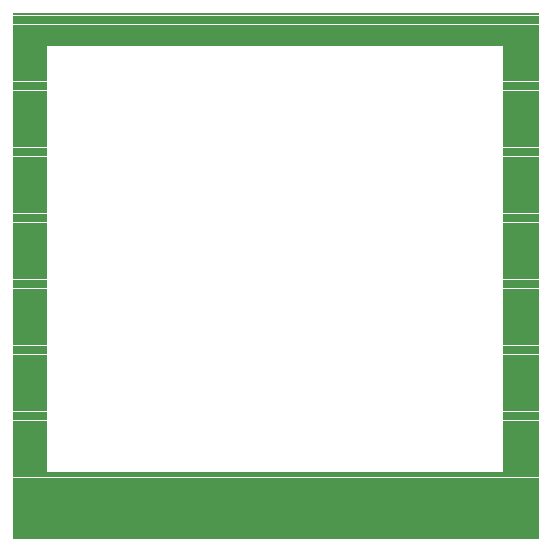
<source format=gbo>
%MOIN*%
%OFA0B0*%
%FSLAX44Y44*%
%IPPOS*%
%LPD*%
%ADD10R,0.000428012570729587X0.000856025141459174*%
D10*
X-00000104Y-00000095D02*
X00017431Y-00000095D01*
X-00000104Y-00000087D02*
X00017431Y-00000087D01*
X-00000104Y-00000078D02*
X00017431Y-00000078D01*
X-00000104Y-00000070D02*
X00017431Y-00000070D01*
X-00000104Y-00000061D02*
X00017431Y-00000061D01*
X-00000104Y-00000052D02*
X00017431Y-00000052D01*
X-00000104Y-00000044D02*
X00017431Y-00000044D01*
X-00000104Y-00000035D02*
X00017431Y-00000035D01*
X-00000104Y-00000027D02*
X00017431Y-00000027D01*
X-00000104Y-00000018D02*
X00017431Y-00000018D01*
X-00000104Y-00000010D02*
X00017431Y-00000010D01*
X-00000104Y-00000001D02*
X00017431Y-00000001D01*
X-00000104Y00000007D02*
X00017431Y00000007D01*
X-00000104Y00000015D02*
X00017431Y00000015D01*
X-00000104Y00000024D02*
X00017431Y00000024D01*
X-00000104Y00000032D02*
X00017431Y00000032D01*
X-00000104Y00000041D02*
X00017431Y00000041D01*
X-00000104Y00000049D02*
X00017431Y00000049D01*
X-00000104Y00000058D02*
X00017431Y00000058D01*
X-00000104Y00000066D02*
X00017431Y00000066D01*
X-00000104Y00000075D02*
X00017431Y00000075D01*
X-00000104Y00000084D02*
X00017431Y00000084D01*
X-00000104Y00000092D02*
X00017431Y00000092D01*
X-00000104Y00000101D02*
X00017431Y00000101D01*
X-00000104Y00000109D02*
X00017431Y00000109D01*
X-00000104Y00000118D02*
X00017431Y00000118D01*
X-00000104Y00000126D02*
X00017431Y00000126D01*
X-00000104Y00000135D02*
X00017431Y00000135D01*
X-00000104Y00000143D02*
X00017431Y00000143D01*
X-00000104Y00000152D02*
X00017431Y00000152D01*
X-00000104Y00000161D02*
X00017431Y00000161D01*
X-00000104Y00000169D02*
X00017431Y00000169D01*
X-00000104Y00000178D02*
X00017431Y00000178D01*
X-00000104Y00000186D02*
X00017431Y00000186D01*
X-00000104Y00000195D02*
X00017431Y00000195D01*
X-00000104Y00000203D02*
X00017431Y00000203D01*
X-00000104Y00000212D02*
X00017431Y00000212D01*
X-00000104Y00000221D02*
X00017431Y00000221D01*
X-00000104Y00000229D02*
X00017431Y00000229D01*
X-00000104Y00000238D02*
X00017431Y00000238D01*
X-00000104Y00000246D02*
X00017431Y00000246D01*
X-00000104Y00000255D02*
X00017431Y00000255D01*
X-00000104Y00000263D02*
X00017431Y00000263D01*
X-00000104Y00000272D02*
X00017431Y00000272D01*
X-00000104Y00000280D02*
X00017431Y00000280D01*
X-00000104Y00000289D02*
X00017431Y00000289D01*
X-00000104Y00000298D02*
X00017431Y00000298D01*
X-00000104Y00000306D02*
X00017431Y00000306D01*
X-00000104Y00000315D02*
X00017431Y00000315D01*
X-00000104Y00000323D02*
X00017431Y00000323D01*
X-00000104Y00000332D02*
X00017431Y00000332D01*
X-00000104Y00000340D02*
X00017431Y00000340D01*
X-00000104Y00000349D02*
X00017431Y00000349D01*
X-00000104Y00000357D02*
X00017431Y00000357D01*
X-00000104Y00000366D02*
X00017431Y00000366D01*
X-00000104Y00000375D02*
X00017431Y00000375D01*
X-00000104Y00000383D02*
X00017431Y00000383D01*
X-00000104Y00000392D02*
X00017431Y00000392D01*
X-00000104Y00000400D02*
X00017431Y00000400D01*
X-00000104Y00000409D02*
X00017431Y00000409D01*
X-00000104Y00000417D02*
X00017431Y00000417D01*
X-00000104Y00000426D02*
X00017431Y00000426D01*
X-00000104Y00000435D02*
X00017431Y00000435D01*
X-00000104Y00000443D02*
X00017431Y00000443D01*
X-00000104Y00000452D02*
X00017431Y00000452D01*
X-00000104Y00000460D02*
X00017431Y00000460D01*
X-00000104Y00000469D02*
X00017431Y00000469D01*
X-00000104Y00000477D02*
X00017431Y00000477D01*
X-00000104Y00000486D02*
X00017431Y00000486D01*
X-00000104Y00000494D02*
X00017431Y00000494D01*
X-00000104Y00000503D02*
X00017431Y00000503D01*
X-00000104Y00000512D02*
X00017431Y00000512D01*
X-00000104Y00000520D02*
X00017431Y00000520D01*
X-00000104Y00000529D02*
X00017431Y00000529D01*
X-00000104Y00000537D02*
X00017431Y00000537D01*
X-00000104Y00000546D02*
X00017431Y00000546D01*
X-00000104Y00000554D02*
X00017431Y00000554D01*
X-00000104Y00000563D02*
X00017431Y00000563D01*
X-00000104Y00000571D02*
X00017431Y00000571D01*
X-00000104Y00000580D02*
X00017431Y00000580D01*
X-00000104Y00000589D02*
X00017431Y00000589D01*
X-00000104Y00000597D02*
X00017431Y00000597D01*
X-00000104Y00000606D02*
X00017431Y00000606D01*
X-00000104Y00000614D02*
X00017431Y00000614D01*
X-00000104Y00000623D02*
X00017431Y00000623D01*
X-00000104Y00000631D02*
X00017431Y00000631D01*
X-00000104Y00000640D02*
X00017431Y00000640D01*
X-00000104Y00000649D02*
X00017431Y00000649D01*
X-00000104Y00000657D02*
X00017431Y00000657D01*
X-00000104Y00000666D02*
X00017431Y00000666D01*
X-00000104Y00000674D02*
X00017431Y00000674D01*
X-00000104Y00000683D02*
X00017431Y00000683D01*
X-00000104Y00000691D02*
X00017431Y00000691D01*
X-00000104Y00000700D02*
X00017431Y00000700D01*
X-00000104Y00000708D02*
X00017431Y00000708D01*
X-00000104Y00000717D02*
X00017431Y00000717D01*
X-00000104Y00000726D02*
X00017431Y00000726D01*
X-00000104Y00000734D02*
X00017431Y00000734D01*
X-00000104Y00000743D02*
X00017431Y00000743D01*
X-00000104Y00000751D02*
X00017431Y00000751D01*
X-00000104Y00000760D02*
X00017431Y00000760D01*
X-00000104Y00000768D02*
X00017431Y00000768D01*
X-00000104Y00000777D02*
X00017431Y00000777D01*
X-00000104Y00000785D02*
X00017431Y00000785D01*
X-00000104Y00000794D02*
X00017431Y00000794D01*
X-00000104Y00000803D02*
X00017431Y00000803D01*
X-00000104Y00000811D02*
X00017431Y00000811D01*
X-00000104Y00000820D02*
X00017431Y00000820D01*
X-00000104Y00000828D02*
X00017431Y00000828D01*
X-00000104Y00000837D02*
X00017431Y00000837D01*
X-00000104Y00000845D02*
X00017431Y00000845D01*
X-00000104Y00000854D02*
X00017431Y00000854D01*
X-00000104Y00000863D02*
X00017431Y00000863D01*
X-00000104Y00000871D02*
X00017431Y00000871D01*
X-00000104Y00000880D02*
X00017431Y00000880D01*
X-00000104Y00000888D02*
X00017431Y00000888D01*
X-00000104Y00000897D02*
X00017431Y00000897D01*
X-00000104Y00000905D02*
X00017431Y00000905D01*
X-00000104Y00000914D02*
X00017431Y00000914D01*
X-00000104Y00000922D02*
X00017431Y00000922D01*
X-00000104Y00000931D02*
X00017431Y00000931D01*
X-00000104Y00000940D02*
X00017431Y00000940D01*
X-00000104Y00000948D02*
X00017431Y00000948D01*
X-00000104Y00000957D02*
X00017431Y00000957D01*
X-00000104Y00000965D02*
X00017431Y00000965D01*
X-00000104Y00000974D02*
X00017431Y00000974D01*
X-00000104Y00000982D02*
X00017431Y00000982D01*
X-00000104Y00000991D02*
X00017431Y00000991D01*
X-00000104Y00000999D02*
X00017431Y00000999D01*
X-00000104Y00001008D02*
X00017431Y00001008D01*
X-00000104Y00001017D02*
X00017431Y00001017D01*
X-00000104Y00001025D02*
X00017431Y00001025D01*
X-00000104Y00001034D02*
X00017431Y00001034D01*
X-00000104Y00001042D02*
X00017431Y00001042D01*
X-00000104Y00001051D02*
X00017431Y00001051D01*
X-00000104Y00001059D02*
X00017431Y00001059D01*
X-00000104Y00001068D02*
X00017431Y00001068D01*
X-00000104Y00001077D02*
X00017431Y00001077D01*
X-00000104Y00001085D02*
X00017431Y00001085D01*
X-00000104Y00001094D02*
X00017431Y00001094D01*
X-00000104Y00001102D02*
X00017431Y00001102D01*
X-00000104Y00001111D02*
X00017431Y00001111D01*
X-00000104Y00001119D02*
X00017431Y00001119D01*
X-00000104Y00001128D02*
X00017431Y00001128D01*
X-00000104Y00001136D02*
X00017431Y00001136D01*
X-00000104Y00001145D02*
X00017431Y00001145D01*
X-00000104Y00001154D02*
X00017431Y00001154D01*
X-00000104Y00001162D02*
X00017431Y00001162D01*
X-00000104Y00001171D02*
X00017431Y00001171D01*
X-00000104Y00001179D02*
X00017431Y00001179D01*
X-00000104Y00001188D02*
X00017431Y00001188D01*
X-00000104Y00001196D02*
X00017431Y00001196D01*
X-00000104Y00001205D02*
X00017431Y00001205D01*
X-00000104Y00001213D02*
X00017431Y00001213D01*
X-00000104Y00001222D02*
X00017431Y00001222D01*
X-00000104Y00001231D02*
X00017431Y00001231D01*
X-00000104Y00001239D02*
X00017431Y00001239D01*
X-00000104Y00001248D02*
X00017431Y00001248D01*
X-00000104Y00001256D02*
X00017431Y00001256D01*
X-00000104Y00001265D02*
X00017431Y00001265D01*
X-00000104Y00001273D02*
X00017431Y00001273D01*
X-00000104Y00001282D02*
X00017431Y00001282D01*
X-00000104Y00001291D02*
X00017431Y00001291D01*
X-00000104Y00001299D02*
X00017431Y00001299D01*
X-00000104Y00001308D02*
X00017431Y00001308D01*
X-00000104Y00001316D02*
X00017431Y00001316D01*
X-00000104Y00001325D02*
X00017431Y00001325D01*
X-00000104Y00001333D02*
X00017431Y00001333D01*
X-00000104Y00001342D02*
X00017431Y00001342D01*
X-00000104Y00001350D02*
X00017431Y00001350D01*
X-00000104Y00001359D02*
X00017431Y00001359D01*
X-00000104Y00001368D02*
X00017431Y00001368D01*
X-00000104Y00001376D02*
X00017431Y00001376D01*
X-00000104Y00001385D02*
X00017431Y00001385D01*
X-00000104Y00001393D02*
X00017431Y00001393D01*
X-00000104Y00001402D02*
X00017431Y00001402D01*
X-00000104Y00001410D02*
X00017431Y00001410D01*
X-00000104Y00001419D02*
X00017431Y00001419D01*
X-00000104Y00001428D02*
X00017431Y00001428D01*
X-00000104Y00001436D02*
X00017431Y00001436D01*
X-00000104Y00001445D02*
X00017431Y00001445D01*
X-00000104Y00001453D02*
X00017431Y00001453D01*
X-00000104Y00001462D02*
X00017431Y00001462D01*
X-00000104Y00001470D02*
X00017431Y00001470D01*
X-00000104Y00001479D02*
X00017431Y00001479D01*
X-00000104Y00001487D02*
X00017431Y00001487D01*
X-00000104Y00001496D02*
X00017431Y00001496D01*
X-00000104Y00001505D02*
X00017431Y00001505D01*
X-00000104Y00001513D02*
X00017431Y00001513D01*
X-00000104Y00001522D02*
X00017431Y00001522D01*
X-00000104Y00001530D02*
X00017431Y00001530D01*
X-00000104Y00001539D02*
X00017431Y00001539D01*
X-00000104Y00001547D02*
X00017431Y00001547D01*
X-00000104Y00001556D02*
X00017431Y00001556D01*
X-00000104Y00001564D02*
X00017431Y00001564D01*
X-00000104Y00001573D02*
X00017431Y00001573D01*
X-00000104Y00001582D02*
X00017431Y00001582D01*
X-00000104Y00001590D02*
X00017431Y00001590D01*
X-00000104Y00001599D02*
X00017431Y00001599D01*
X-00000104Y00001607D02*
X00017431Y00001607D01*
X-00000104Y00001616D02*
X00017431Y00001616D01*
X-00000104Y00001624D02*
X00017431Y00001624D01*
X-00000104Y00001633D02*
X00017431Y00001633D01*
X-00000104Y00001642D02*
X00017431Y00001642D01*
X-00000104Y00001650D02*
X00017431Y00001650D01*
X-00000104Y00001659D02*
X00017431Y00001659D01*
X-00000104Y00001667D02*
X00017431Y00001667D01*
X-00000104Y00001676D02*
X00017431Y00001676D01*
X-00000104Y00001684D02*
X00017431Y00001684D01*
X-00000104Y00001693D02*
X00017431Y00001693D01*
X-00000104Y00001701D02*
X00017431Y00001701D01*
X-00000104Y00001710D02*
X00017431Y00001710D01*
X-00000104Y00001719D02*
X00017431Y00001719D01*
X-00000104Y00001727D02*
X00017431Y00001727D01*
X-00000104Y00001736D02*
X00017431Y00001736D01*
X-00000104Y00001744D02*
X00017431Y00001744D01*
X-00000104Y00001753D02*
X00017431Y00001753D01*
X-00000104Y00001761D02*
X00017431Y00001761D01*
X-00000104Y00001770D02*
X00017431Y00001770D01*
X-00000104Y00001778D02*
X00017431Y00001778D01*
X-00000104Y00001787D02*
X00017431Y00001787D01*
X-00000104Y00001796D02*
X00017431Y00001796D01*
X-00000104Y00001804D02*
X00017431Y00001804D01*
X-00000104Y00001813D02*
X00017431Y00001813D01*
X-00000104Y00001821D02*
X00017431Y00001821D01*
X-00000104Y00001830D02*
X00017431Y00001830D01*
X-00000104Y00001838D02*
X00017431Y00001838D01*
X-00000104Y00001847D02*
X00017431Y00001847D01*
X-00000104Y00001856D02*
X00017431Y00001856D01*
X-00000104Y00001864D02*
X00017431Y00001864D01*
X-00000104Y00001873D02*
X00017431Y00001873D01*
X-00000104Y00001881D02*
X00017431Y00001881D01*
X-00000104Y00001890D02*
X00017431Y00001890D01*
X-00000104Y00001898D02*
X00017431Y00001898D01*
X-00000104Y00001907D02*
X00017431Y00001907D01*
X-00000104Y00001915D02*
X00017431Y00001915D01*
X-00000104Y00001924D02*
X00017431Y00001924D01*
X-00000104Y00001933D02*
X00017431Y00001933D01*
X-00000104Y00001941D02*
X00017431Y00001941D01*
X-00000104Y00001950D02*
X00017431Y00001950D01*
X-00000104Y00001958D02*
X00017431Y00001958D01*
X-00000104Y00001967D02*
X00017431Y00001967D01*
X-00000104Y00001975D02*
X00017431Y00001975D01*
X-00000104Y00001984D02*
X00017431Y00001984D01*
X-00000104Y00001992D02*
X00017431Y00001992D01*
X-00000104Y00002001D02*
X00017431Y00002001D01*
X-00000104Y00002010D02*
X00017431Y00002010D01*
X-00000104Y00002018D02*
X00017431Y00002018D01*
X-00000104Y00002027D02*
X00017431Y00002027D01*
X-00000104Y00002035D02*
X00017431Y00002035D01*
X-00000104Y00002044D02*
X00017431Y00002044D01*
X-00000104Y00002052D02*
X00017431Y00002052D01*
X-00000104Y00002061D02*
X00017431Y00002061D01*
X-00000104Y00002070D02*
X00017431Y00002070D01*
X-00000104Y00002078D02*
X00017431Y00002078D01*
X-00000104Y00002087D02*
X00017431Y00002087D01*
X-00000104Y00002095D02*
X00017431Y00002095D01*
X-00000104Y00002104D02*
X00017431Y00002104D01*
X-00000104Y00002112D02*
X00017431Y00002112D01*
X-00000104Y00002121D02*
X00017431Y00002121D01*
X-00000104Y00002129D02*
X00017431Y00002129D01*
X-00000108Y00002138D02*
X00001004Y00002138D01*
X00016228Y00002138D02*
X00017431Y00002138D01*
X-00000108Y00002147D02*
X00001004Y00002147D01*
X00016228Y00002147D02*
X00017431Y00002147D01*
X-00000108Y00002155D02*
X00001004Y00002155D01*
X00016228Y00002155D02*
X00017431Y00002155D01*
X-00000108Y00002164D02*
X00001004Y00002164D01*
X00016228Y00002164D02*
X00017431Y00002164D01*
X-00000108Y00002172D02*
X00001004Y00002172D01*
X00016228Y00002172D02*
X00017431Y00002172D01*
X-00000108Y00002181D02*
X00001004Y00002181D01*
X00016228Y00002181D02*
X00017431Y00002181D01*
X-00000108Y00002189D02*
X00001004Y00002189D01*
X00016228Y00002189D02*
X00017431Y00002189D01*
X-00000108Y00002198D02*
X00001004Y00002198D01*
X00016228Y00002198D02*
X00017431Y00002198D01*
X-00000108Y00002206D02*
X00001004Y00002206D01*
X00016228Y00002206D02*
X00017431Y00002206D01*
X-00000108Y00002215D02*
X00001004Y00002215D01*
X00016228Y00002215D02*
X00017431Y00002215D01*
X-00000108Y00002224D02*
X00001004Y00002224D01*
X00016228Y00002224D02*
X00017431Y00002224D01*
X-00000108Y00002232D02*
X00001004Y00002232D01*
X00016228Y00002232D02*
X00017431Y00002232D01*
X-00000108Y00002241D02*
X00001004Y00002241D01*
X00016228Y00002241D02*
X00017431Y00002241D01*
X-00000108Y00002249D02*
X00001004Y00002249D01*
X00016228Y00002249D02*
X00017431Y00002249D01*
X-00000108Y00002258D02*
X00001004Y00002258D01*
X00016228Y00002258D02*
X00017431Y00002258D01*
X-00000108Y00002266D02*
X00001004Y00002266D01*
X00016228Y00002266D02*
X00017431Y00002266D01*
X-00000108Y00002275D02*
X00001004Y00002275D01*
X00016228Y00002275D02*
X00017431Y00002275D01*
X-00000108Y00002284D02*
X00001004Y00002284D01*
X00016228Y00002284D02*
X00017431Y00002284D01*
X-00000108Y00002292D02*
X00001004Y00002292D01*
X00016228Y00002292D02*
X00017431Y00002292D01*
X-00000108Y00002301D02*
X00001004Y00002301D01*
X00016228Y00002301D02*
X00017431Y00002301D01*
X-00000108Y00002309D02*
X00001004Y00002309D01*
X00016228Y00002309D02*
X00017431Y00002309D01*
X-00000108Y00002318D02*
X00001004Y00002318D01*
X00016228Y00002318D02*
X00017431Y00002318D01*
X-00000108Y00002326D02*
X00001004Y00002326D01*
X00016228Y00002326D02*
X00017431Y00002326D01*
X-00000108Y00002335D02*
X00001004Y00002335D01*
X00016228Y00002335D02*
X00017431Y00002335D01*
X-00000108Y00002343D02*
X00001004Y00002343D01*
X00016228Y00002343D02*
X00017431Y00002343D01*
X-00000108Y00002352D02*
X00001004Y00002352D01*
X00016228Y00002352D02*
X00017431Y00002352D01*
X-00000108Y00002361D02*
X00001004Y00002361D01*
X00016228Y00002361D02*
X00017431Y00002361D01*
X-00000108Y00002369D02*
X00001004Y00002369D01*
X00016228Y00002369D02*
X00017431Y00002369D01*
X-00000108Y00002378D02*
X00001004Y00002378D01*
X00016228Y00002378D02*
X00017431Y00002378D01*
X-00000108Y00002386D02*
X00001004Y00002386D01*
X00016228Y00002386D02*
X00017431Y00002386D01*
X-00000108Y00002395D02*
X00001004Y00002395D01*
X00016228Y00002395D02*
X00017431Y00002395D01*
X-00000108Y00002403D02*
X00001004Y00002403D01*
X00016228Y00002403D02*
X00017431Y00002403D01*
X-00000108Y00002412D02*
X00001004Y00002412D01*
X00016228Y00002412D02*
X00017431Y00002412D01*
X-00000108Y00002420D02*
X00001004Y00002420D01*
X00016228Y00002420D02*
X00017431Y00002420D01*
X-00000108Y00002429D02*
X00001004Y00002429D01*
X00016228Y00002429D02*
X00017431Y00002429D01*
X-00000108Y00002438D02*
X00001004Y00002438D01*
X00016228Y00002438D02*
X00017431Y00002438D01*
X-00000108Y00002446D02*
X00001004Y00002446D01*
X00016228Y00002446D02*
X00017431Y00002446D01*
X-00000108Y00002455D02*
X00001004Y00002455D01*
X00016228Y00002455D02*
X00017431Y00002455D01*
X-00000108Y00002463D02*
X00001004Y00002463D01*
X00016228Y00002463D02*
X00017431Y00002463D01*
X-00000108Y00002472D02*
X00001004Y00002472D01*
X00016228Y00002472D02*
X00017431Y00002472D01*
X-00000108Y00002480D02*
X00001004Y00002480D01*
X00016228Y00002480D02*
X00017431Y00002480D01*
X-00000108Y00002489D02*
X00001004Y00002489D01*
X00016228Y00002489D02*
X00017431Y00002489D01*
X-00000108Y00002498D02*
X00001004Y00002498D01*
X00016228Y00002498D02*
X00017431Y00002498D01*
X-00000108Y00002506D02*
X00001004Y00002506D01*
X00016228Y00002506D02*
X00017431Y00002506D01*
X-00000108Y00002515D02*
X00001004Y00002515D01*
X00016228Y00002515D02*
X00017431Y00002515D01*
X-00000108Y00002523D02*
X00001004Y00002523D01*
X00016228Y00002523D02*
X00017431Y00002523D01*
X-00000108Y00002532D02*
X00001004Y00002532D01*
X00016228Y00002532D02*
X00017431Y00002532D01*
X-00000108Y00002540D02*
X00001004Y00002540D01*
X00016228Y00002540D02*
X00017431Y00002540D01*
X-00000108Y00002549D02*
X00001004Y00002549D01*
X00016228Y00002549D02*
X00017431Y00002549D01*
X-00000108Y00002557D02*
X00001004Y00002557D01*
X00016228Y00002557D02*
X00017431Y00002557D01*
X-00000108Y00002566D02*
X00001004Y00002566D01*
X00016228Y00002566D02*
X00017431Y00002566D01*
X-00000108Y00002575D02*
X00001004Y00002575D01*
X00016228Y00002575D02*
X00017431Y00002575D01*
X-00000108Y00002583D02*
X00001004Y00002583D01*
X00016228Y00002583D02*
X00017431Y00002583D01*
X-00000108Y00002592D02*
X00001004Y00002592D01*
X00016228Y00002592D02*
X00017431Y00002592D01*
X-00000108Y00002600D02*
X00001004Y00002600D01*
X00016228Y00002600D02*
X00017431Y00002600D01*
X-00000108Y00002609D02*
X00001004Y00002609D01*
X00016228Y00002609D02*
X00017431Y00002609D01*
X-00000108Y00002617D02*
X00001004Y00002617D01*
X00016228Y00002617D02*
X00017431Y00002617D01*
X-00000108Y00002626D02*
X00001004Y00002626D01*
X00016228Y00002626D02*
X00017431Y00002626D01*
X-00000108Y00002635D02*
X00001004Y00002635D01*
X00016228Y00002635D02*
X00017431Y00002635D01*
X-00000108Y00002643D02*
X00001004Y00002643D01*
X00016228Y00002643D02*
X00017431Y00002643D01*
X-00000108Y00002652D02*
X00001004Y00002652D01*
X00016228Y00002652D02*
X00017431Y00002652D01*
X-00000108Y00002660D02*
X00001004Y00002660D01*
X00016228Y00002660D02*
X00017431Y00002660D01*
X-00000108Y00002669D02*
X00001004Y00002669D01*
X00016228Y00002669D02*
X00017431Y00002669D01*
X-00000108Y00002677D02*
X00001004Y00002677D01*
X00016228Y00002677D02*
X00017431Y00002677D01*
X-00000108Y00002686D02*
X00001004Y00002686D01*
X00016228Y00002686D02*
X00017431Y00002686D01*
X-00000108Y00002694D02*
X00001004Y00002694D01*
X00016228Y00002694D02*
X00017431Y00002694D01*
X-00000108Y00002703D02*
X00001004Y00002703D01*
X00016228Y00002703D02*
X00017431Y00002703D01*
X-00000108Y00002712D02*
X00001004Y00002712D01*
X00016228Y00002712D02*
X00017431Y00002712D01*
X-00000108Y00002720D02*
X00001004Y00002720D01*
X00016228Y00002720D02*
X00017431Y00002720D01*
X-00000108Y00002729D02*
X00001004Y00002729D01*
X00016228Y00002729D02*
X00017431Y00002729D01*
X-00000108Y00002737D02*
X00001004Y00002737D01*
X00016228Y00002737D02*
X00017431Y00002737D01*
X-00000108Y00002746D02*
X00001004Y00002746D01*
X00016228Y00002746D02*
X00017431Y00002746D01*
X-00000108Y00002754D02*
X00001004Y00002754D01*
X00016228Y00002754D02*
X00017431Y00002754D01*
X-00000108Y00002763D02*
X00001004Y00002763D01*
X00016228Y00002763D02*
X00017431Y00002763D01*
X-00000108Y00002771D02*
X00001004Y00002771D01*
X00016228Y00002771D02*
X00017431Y00002771D01*
X-00000108Y00002780D02*
X00001004Y00002780D01*
X00016228Y00002780D02*
X00017431Y00002780D01*
X-00000108Y00002789D02*
X00001004Y00002789D01*
X00016228Y00002789D02*
X00017431Y00002789D01*
X-00000108Y00002797D02*
X00001004Y00002797D01*
X00016228Y00002797D02*
X00017431Y00002797D01*
X-00000108Y00002806D02*
X00001004Y00002806D01*
X00016228Y00002806D02*
X00017431Y00002806D01*
X-00000108Y00002814D02*
X00001004Y00002814D01*
X00016228Y00002814D02*
X00017431Y00002814D01*
X-00000108Y00002823D02*
X00001004Y00002823D01*
X00016228Y00002823D02*
X00017431Y00002823D01*
X-00000108Y00002831D02*
X00001004Y00002831D01*
X00016228Y00002831D02*
X00017431Y00002831D01*
X-00000108Y00002840D02*
X00001004Y00002840D01*
X00016228Y00002840D02*
X00017431Y00002840D01*
X-00000108Y00002849D02*
X00001004Y00002849D01*
X00016228Y00002849D02*
X00017431Y00002849D01*
X-00000108Y00002857D02*
X00001004Y00002857D01*
X00016228Y00002857D02*
X00017431Y00002857D01*
X-00000108Y00002866D02*
X00001004Y00002866D01*
X00016228Y00002866D02*
X00017431Y00002866D01*
X-00000108Y00002874D02*
X00001004Y00002874D01*
X00016228Y00002874D02*
X00017431Y00002874D01*
X-00000108Y00002883D02*
X00001004Y00002883D01*
X00016228Y00002883D02*
X00017431Y00002883D01*
X-00000108Y00002891D02*
X00001004Y00002891D01*
X00016228Y00002891D02*
X00017431Y00002891D01*
X-00000108Y00002900D02*
X00001004Y00002900D01*
X00016228Y00002900D02*
X00017431Y00002900D01*
X-00000108Y00002908D02*
X00001004Y00002908D01*
X00016228Y00002908D02*
X00017431Y00002908D01*
X-00000108Y00002917D02*
X00001004Y00002917D01*
X00016228Y00002917D02*
X00017431Y00002917D01*
X-00000108Y00002926D02*
X00001004Y00002926D01*
X00016228Y00002926D02*
X00017431Y00002926D01*
X-00000108Y00002934D02*
X00001004Y00002934D01*
X00016228Y00002934D02*
X00017431Y00002934D01*
X-00000108Y00002943D02*
X00001004Y00002943D01*
X00016228Y00002943D02*
X00017431Y00002943D01*
X-00000108Y00002951D02*
X00001004Y00002951D01*
X00016228Y00002951D02*
X00017431Y00002951D01*
X-00000108Y00002960D02*
X00001004Y00002960D01*
X00016228Y00002960D02*
X00017431Y00002960D01*
X-00000108Y00002968D02*
X00001004Y00002968D01*
X00016228Y00002968D02*
X00017431Y00002968D01*
X-00000108Y00002977D02*
X00001004Y00002977D01*
X00016228Y00002977D02*
X00017431Y00002977D01*
X-00000108Y00002985D02*
X00001004Y00002985D01*
X00016228Y00002985D02*
X00017431Y00002985D01*
X-00000108Y00002994D02*
X00001004Y00002994D01*
X00016228Y00002994D02*
X00017431Y00002994D01*
X-00000108Y00003003D02*
X00001004Y00003003D01*
X00016228Y00003003D02*
X00017431Y00003003D01*
X-00000108Y00003011D02*
X00001004Y00003011D01*
X00016228Y00003011D02*
X00017431Y00003011D01*
X-00000108Y00003020D02*
X00001004Y00003020D01*
X00016228Y00003020D02*
X00017431Y00003020D01*
X-00000108Y00003028D02*
X00001004Y00003028D01*
X00016228Y00003028D02*
X00017431Y00003028D01*
X-00000108Y00003037D02*
X00001004Y00003037D01*
X00016228Y00003037D02*
X00017431Y00003037D01*
X-00000108Y00003045D02*
X00001004Y00003045D01*
X00016228Y00003045D02*
X00017431Y00003045D01*
X-00000108Y00003054D02*
X00001004Y00003054D01*
X00016228Y00003054D02*
X00017431Y00003054D01*
X-00000108Y00003063D02*
X00001004Y00003063D01*
X00016228Y00003063D02*
X00017431Y00003063D01*
X-00000108Y00003071D02*
X00001004Y00003071D01*
X00016228Y00003071D02*
X00017431Y00003071D01*
X-00000108Y00003080D02*
X00001004Y00003080D01*
X00016228Y00003080D02*
X00017431Y00003080D01*
X-00000108Y00003088D02*
X00001004Y00003088D01*
X00016228Y00003088D02*
X00017431Y00003088D01*
X-00000108Y00003097D02*
X00001004Y00003097D01*
X00016228Y00003097D02*
X00017431Y00003097D01*
X-00000108Y00003105D02*
X00001004Y00003105D01*
X00016228Y00003105D02*
X00017431Y00003105D01*
X-00000108Y00003114D02*
X00001004Y00003114D01*
X00016228Y00003114D02*
X00017431Y00003114D01*
X-00000108Y00003122D02*
X00001004Y00003122D01*
X00016228Y00003122D02*
X00017431Y00003122D01*
X-00000108Y00003131D02*
X00001004Y00003131D01*
X00016228Y00003131D02*
X00017431Y00003131D01*
X-00000108Y00003140D02*
X00001004Y00003140D01*
X00016228Y00003140D02*
X00017431Y00003140D01*
X-00000108Y00003148D02*
X00001004Y00003148D01*
X00016228Y00003148D02*
X00017431Y00003148D01*
X-00000108Y00003157D02*
X00001004Y00003157D01*
X00016228Y00003157D02*
X00017431Y00003157D01*
X-00000108Y00003165D02*
X00001004Y00003165D01*
X00016228Y00003165D02*
X00017431Y00003165D01*
X-00000108Y00003174D02*
X00001004Y00003174D01*
X00016228Y00003174D02*
X00017431Y00003174D01*
X-00000108Y00003182D02*
X00001004Y00003182D01*
X00016228Y00003182D02*
X00017431Y00003182D01*
X-00000108Y00003191D02*
X00001004Y00003191D01*
X00016228Y00003191D02*
X00017431Y00003191D01*
X-00000108Y00003199D02*
X00001004Y00003199D01*
X00016228Y00003199D02*
X00017431Y00003199D01*
X-00000108Y00003208D02*
X00001004Y00003208D01*
X00016228Y00003208D02*
X00017431Y00003208D01*
X-00000108Y00003217D02*
X00001004Y00003217D01*
X00016228Y00003217D02*
X00017431Y00003217D01*
X-00000108Y00003225D02*
X00001004Y00003225D01*
X00016228Y00003225D02*
X00017431Y00003225D01*
X-00000108Y00003234D02*
X00001004Y00003234D01*
X00016228Y00003234D02*
X00017431Y00003234D01*
X-00000108Y00003242D02*
X00001004Y00003242D01*
X00016228Y00003242D02*
X00017431Y00003242D01*
X-00000108Y00003251D02*
X00001004Y00003251D01*
X00016228Y00003251D02*
X00017431Y00003251D01*
X-00000108Y00003259D02*
X00001004Y00003259D01*
X00016228Y00003259D02*
X00017431Y00003259D01*
X-00000108Y00003268D02*
X00001004Y00003268D01*
X00016228Y00003268D02*
X00017431Y00003268D01*
X-00000108Y00003277D02*
X00001004Y00003277D01*
X00016228Y00003277D02*
X00017431Y00003277D01*
X-00000108Y00003285D02*
X00001004Y00003285D01*
X00016228Y00003285D02*
X00017431Y00003285D01*
X-00000108Y00003294D02*
X00001004Y00003294D01*
X00016228Y00003294D02*
X00017431Y00003294D01*
X-00000108Y00003302D02*
X00001004Y00003302D01*
X00016228Y00003302D02*
X00017431Y00003302D01*
X-00000108Y00003311D02*
X00001004Y00003311D01*
X00016228Y00003311D02*
X00017431Y00003311D01*
X-00000108Y00003319D02*
X00001004Y00003319D01*
X00016228Y00003319D02*
X00017431Y00003319D01*
X-00000108Y00003328D02*
X00001004Y00003328D01*
X00016228Y00003328D02*
X00017431Y00003328D01*
X-00000108Y00003336D02*
X00001004Y00003336D01*
X00016228Y00003336D02*
X00017431Y00003336D01*
X-00000108Y00003345D02*
X00001004Y00003345D01*
X00016228Y00003345D02*
X00017431Y00003345D01*
X-00000108Y00003354D02*
X00001004Y00003354D01*
X00016228Y00003354D02*
X00017431Y00003354D01*
X-00000108Y00003362D02*
X00001004Y00003362D01*
X00016228Y00003362D02*
X00017431Y00003362D01*
X-00000108Y00003371D02*
X00001004Y00003371D01*
X00016228Y00003371D02*
X00017431Y00003371D01*
X-00000108Y00003379D02*
X00001004Y00003379D01*
X00016228Y00003379D02*
X00017431Y00003379D01*
X-00000108Y00003388D02*
X00001004Y00003388D01*
X00016228Y00003388D02*
X00017431Y00003388D01*
X-00000108Y00003396D02*
X00001004Y00003396D01*
X00016228Y00003396D02*
X00017431Y00003396D01*
X-00000108Y00003405D02*
X00001004Y00003405D01*
X00016228Y00003405D02*
X00017431Y00003405D01*
X-00000108Y00003413D02*
X00001004Y00003413D01*
X00016228Y00003413D02*
X00017431Y00003413D01*
X-00000108Y00003422D02*
X00001004Y00003422D01*
X00016228Y00003422D02*
X00017431Y00003422D01*
X-00000108Y00003431D02*
X00001004Y00003431D01*
X00016228Y00003431D02*
X00017431Y00003431D01*
X-00000108Y00003439D02*
X00001004Y00003439D01*
X00016228Y00003439D02*
X00017431Y00003439D01*
X-00000108Y00003448D02*
X00001004Y00003448D01*
X00016228Y00003448D02*
X00017431Y00003448D01*
X-00000108Y00003456D02*
X00001004Y00003456D01*
X00016228Y00003456D02*
X00017431Y00003456D01*
X-00000108Y00003465D02*
X00001004Y00003465D01*
X00016228Y00003465D02*
X00017431Y00003465D01*
X-00000108Y00003473D02*
X00001004Y00003473D01*
X00016228Y00003473D02*
X00017431Y00003473D01*
X-00000108Y00003482D02*
X00001004Y00003482D01*
X00016228Y00003482D02*
X00017431Y00003482D01*
X-00000108Y00003491D02*
X00001004Y00003491D01*
X00016228Y00003491D02*
X00017431Y00003491D01*
X-00000108Y00003499D02*
X00001004Y00003499D01*
X00016228Y00003499D02*
X00017431Y00003499D01*
X-00000108Y00003508D02*
X00001004Y00003508D01*
X00016228Y00003508D02*
X00017431Y00003508D01*
X-00000108Y00003516D02*
X00001004Y00003516D01*
X00016228Y00003516D02*
X00017431Y00003516D01*
X-00000108Y00003525D02*
X00001004Y00003525D01*
X00016228Y00003525D02*
X00017431Y00003525D01*
X-00000108Y00003533D02*
X00001004Y00003533D01*
X00016228Y00003533D02*
X00017431Y00003533D01*
X-00000108Y00003542D02*
X00001004Y00003542D01*
X00016228Y00003542D02*
X00017431Y00003542D01*
X-00000108Y00003550D02*
X00001004Y00003550D01*
X00016228Y00003550D02*
X00017431Y00003550D01*
X-00000108Y00003559D02*
X00001004Y00003559D01*
X00016228Y00003559D02*
X00017431Y00003559D01*
X-00000108Y00003568D02*
X00001004Y00003568D01*
X00016228Y00003568D02*
X00017431Y00003568D01*
X-00000108Y00003576D02*
X00001004Y00003576D01*
X00016228Y00003576D02*
X00017431Y00003576D01*
X-00000108Y00003585D02*
X00001004Y00003585D01*
X00016228Y00003585D02*
X00017431Y00003585D01*
X-00000108Y00003593D02*
X00001004Y00003593D01*
X00016228Y00003593D02*
X00017431Y00003593D01*
X-00000108Y00003602D02*
X00001004Y00003602D01*
X00016228Y00003602D02*
X00017431Y00003602D01*
X-00000108Y00003610D02*
X00001004Y00003610D01*
X00016228Y00003610D02*
X00017431Y00003610D01*
X-00000108Y00003619D02*
X00001004Y00003619D01*
X00016228Y00003619D02*
X00017431Y00003619D01*
X-00000108Y00003627D02*
X00001004Y00003627D01*
X00016228Y00003627D02*
X00017431Y00003627D01*
X-00000108Y00003636D02*
X00001004Y00003636D01*
X00016228Y00003636D02*
X00017431Y00003636D01*
X-00000108Y00003645D02*
X00001004Y00003645D01*
X00016228Y00003645D02*
X00017431Y00003645D01*
X-00000108Y00003653D02*
X00001004Y00003653D01*
X00016228Y00003653D02*
X00017431Y00003653D01*
X-00000108Y00003662D02*
X00001004Y00003662D01*
X00016228Y00003662D02*
X00017431Y00003662D01*
X-00000108Y00003670D02*
X00001004Y00003670D01*
X00016228Y00003670D02*
X00017431Y00003670D01*
X-00000108Y00003679D02*
X00001004Y00003679D01*
X00016228Y00003679D02*
X00017431Y00003679D01*
X-00000108Y00003687D02*
X00001004Y00003687D01*
X00016228Y00003687D02*
X00017431Y00003687D01*
X-00000108Y00003696D02*
X00001004Y00003696D01*
X00016228Y00003696D02*
X00017431Y00003696D01*
X-00000108Y00003705D02*
X00001004Y00003705D01*
X00016228Y00003705D02*
X00017431Y00003705D01*
X-00000108Y00003713D02*
X00001004Y00003713D01*
X00016228Y00003713D02*
X00017431Y00003713D01*
X-00000108Y00003722D02*
X00001004Y00003722D01*
X00016228Y00003722D02*
X00017431Y00003722D01*
X-00000108Y00003730D02*
X00001004Y00003730D01*
X00016228Y00003730D02*
X00017431Y00003730D01*
X-00000108Y00003739D02*
X00001004Y00003739D01*
X00016228Y00003739D02*
X00017431Y00003739D01*
X-00000108Y00003747D02*
X00001004Y00003747D01*
X00016228Y00003747D02*
X00017431Y00003747D01*
X-00000108Y00003756D02*
X00001004Y00003756D01*
X00016228Y00003756D02*
X00017431Y00003756D01*
X-00000108Y00003764D02*
X00001004Y00003764D01*
X00016228Y00003764D02*
X00017431Y00003764D01*
X-00000108Y00003773D02*
X00001004Y00003773D01*
X00016228Y00003773D02*
X00017431Y00003773D01*
X-00000108Y00003782D02*
X00001004Y00003782D01*
X00016228Y00003782D02*
X00017431Y00003782D01*
X-00000108Y00003790D02*
X00001004Y00003790D01*
X00016228Y00003790D02*
X00017431Y00003790D01*
X-00000108Y00003799D02*
X00001004Y00003799D01*
X00016228Y00003799D02*
X00017431Y00003799D01*
X-00000108Y00003807D02*
X00001004Y00003807D01*
X00016228Y00003807D02*
X00017431Y00003807D01*
X-00000108Y00003816D02*
X00001004Y00003816D01*
X00016228Y00003816D02*
X00017431Y00003816D01*
X-00000108Y00003824D02*
X00001004Y00003824D01*
X00016228Y00003824D02*
X00017431Y00003824D01*
X-00000108Y00003833D02*
X00001004Y00003833D01*
X00016228Y00003833D02*
X00017431Y00003833D01*
X-00000108Y00003841D02*
X00001004Y00003841D01*
X00016228Y00003841D02*
X00017431Y00003841D01*
X-00000108Y00003850D02*
X00001004Y00003850D01*
X00016228Y00003850D02*
X00017431Y00003850D01*
X-00000108Y00003859D02*
X00001004Y00003859D01*
X00016228Y00003859D02*
X00017431Y00003859D01*
X-00000108Y00003867D02*
X00001004Y00003867D01*
X00016228Y00003867D02*
X00017431Y00003867D01*
X-00000108Y00003876D02*
X00001004Y00003876D01*
X00016228Y00003876D02*
X00017431Y00003876D01*
X-00000108Y00003884D02*
X00001004Y00003884D01*
X00016228Y00003884D02*
X00017431Y00003884D01*
X-00000108Y00003893D02*
X00001004Y00003893D01*
X00016228Y00003893D02*
X00017431Y00003893D01*
X-00000108Y00003901D02*
X00001004Y00003901D01*
X00016228Y00003901D02*
X00017431Y00003901D01*
X-00000108Y00003910D02*
X00001004Y00003910D01*
X00016228Y00003910D02*
X00017431Y00003910D01*
X-00000108Y00003919D02*
X00001004Y00003919D01*
X00016228Y00003919D02*
X00017431Y00003919D01*
X-00000108Y00003927D02*
X00001004Y00003927D01*
X00016228Y00003927D02*
X00017431Y00003927D01*
X-00000108Y00003936D02*
X00001004Y00003936D01*
X00016228Y00003936D02*
X00017431Y00003936D01*
X-00000108Y00003944D02*
X00001004Y00003944D01*
X00016228Y00003944D02*
X00017431Y00003944D01*
X-00000108Y00003953D02*
X00001004Y00003953D01*
X00016228Y00003953D02*
X00017431Y00003953D01*
X-00000108Y00003961D02*
X00001004Y00003961D01*
X00016228Y00003961D02*
X00017431Y00003961D01*
X-00000108Y00003970D02*
X00001004Y00003970D01*
X00016228Y00003970D02*
X00017431Y00003970D01*
X-00000108Y00003978D02*
X00001004Y00003978D01*
X00016228Y00003978D02*
X00017431Y00003978D01*
X-00000108Y00003987D02*
X00001004Y00003987D01*
X00016228Y00003987D02*
X00017431Y00003987D01*
X-00000108Y00003996D02*
X00001004Y00003996D01*
X00016228Y00003996D02*
X00017431Y00003996D01*
X-00000108Y00004004D02*
X00001004Y00004004D01*
X00016228Y00004004D02*
X00017431Y00004004D01*
X-00000108Y00004013D02*
X00001004Y00004013D01*
X00016228Y00004013D02*
X00017431Y00004013D01*
X-00000108Y00004021D02*
X00001004Y00004021D01*
X00016228Y00004021D02*
X00017431Y00004021D01*
X-00000108Y00004030D02*
X00001004Y00004030D01*
X00016228Y00004030D02*
X00017431Y00004030D01*
X-00000108Y00004038D02*
X00001004Y00004038D01*
X00016228Y00004038D02*
X00017431Y00004038D01*
X-00000108Y00004047D02*
X00001004Y00004047D01*
X00016228Y00004047D02*
X00017431Y00004047D01*
X-00000108Y00004056D02*
X00001004Y00004056D01*
X00016228Y00004056D02*
X00017431Y00004056D01*
X-00000108Y00004064D02*
X00001004Y00004064D01*
X00016228Y00004064D02*
X00017431Y00004064D01*
X-00000108Y00004073D02*
X00001004Y00004073D01*
X00016228Y00004073D02*
X00017431Y00004073D01*
X-00000108Y00004081D02*
X00001004Y00004081D01*
X00016228Y00004081D02*
X00017431Y00004081D01*
X-00000108Y00004090D02*
X00001004Y00004090D01*
X00016228Y00004090D02*
X00017431Y00004090D01*
X-00000108Y00004098D02*
X00001004Y00004098D01*
X00016228Y00004098D02*
X00017431Y00004098D01*
X-00000108Y00004107D02*
X00001004Y00004107D01*
X00016228Y00004107D02*
X00017431Y00004107D01*
X-00000108Y00004115D02*
X00001004Y00004115D01*
X00016228Y00004115D02*
X00017431Y00004115D01*
X-00000108Y00004124D02*
X00001004Y00004124D01*
X00016228Y00004124D02*
X00017431Y00004124D01*
X-00000108Y00004133D02*
X00001004Y00004133D01*
X00016228Y00004133D02*
X00017431Y00004133D01*
X-00000108Y00004141D02*
X00001004Y00004141D01*
X00016228Y00004141D02*
X00017431Y00004141D01*
X-00000108Y00004150D02*
X00001004Y00004150D01*
X00016228Y00004150D02*
X00017431Y00004150D01*
X-00000108Y00004158D02*
X00001004Y00004158D01*
X00016228Y00004158D02*
X00017431Y00004158D01*
X-00000108Y00004167D02*
X00001004Y00004167D01*
X00016228Y00004167D02*
X00017431Y00004167D01*
X-00000108Y00004175D02*
X00001004Y00004175D01*
X00016228Y00004175D02*
X00017431Y00004175D01*
X-00000108Y00004184D02*
X00001004Y00004184D01*
X00016228Y00004184D02*
X00017431Y00004184D01*
X-00000108Y00004192D02*
X00001004Y00004192D01*
X00016228Y00004192D02*
X00017431Y00004192D01*
X-00000108Y00004201D02*
X00001004Y00004201D01*
X00016228Y00004201D02*
X00017431Y00004201D01*
X-00000108Y00004210D02*
X00001004Y00004210D01*
X00016228Y00004210D02*
X00017431Y00004210D01*
X-00000108Y00004218D02*
X00001004Y00004218D01*
X00016228Y00004218D02*
X00017431Y00004218D01*
X-00000108Y00004227D02*
X00001004Y00004227D01*
X00016228Y00004227D02*
X00017431Y00004227D01*
X-00000108Y00004235D02*
X00001004Y00004235D01*
X00016228Y00004235D02*
X00017431Y00004235D01*
X-00000108Y00004244D02*
X00001004Y00004244D01*
X00016228Y00004244D02*
X00017431Y00004244D01*
X-00000108Y00004252D02*
X00001004Y00004252D01*
X00016228Y00004252D02*
X00017431Y00004252D01*
X-00000108Y00004261D02*
X00001004Y00004261D01*
X00016228Y00004261D02*
X00017431Y00004261D01*
X-00000108Y00004270D02*
X00001004Y00004270D01*
X00016228Y00004270D02*
X00017431Y00004270D01*
X-00000108Y00004278D02*
X00001004Y00004278D01*
X00016228Y00004278D02*
X00017431Y00004278D01*
X-00000108Y00004287D02*
X00001004Y00004287D01*
X00016228Y00004287D02*
X00017431Y00004287D01*
X-00000108Y00004295D02*
X00001004Y00004295D01*
X00016228Y00004295D02*
X00017431Y00004295D01*
X-00000108Y00004304D02*
X00001004Y00004304D01*
X00016228Y00004304D02*
X00017431Y00004304D01*
X-00000108Y00004312D02*
X00001004Y00004312D01*
X00016228Y00004312D02*
X00017431Y00004312D01*
X-00000108Y00004321D02*
X00001004Y00004321D01*
X00016228Y00004321D02*
X00017431Y00004321D01*
X-00000108Y00004329D02*
X00001004Y00004329D01*
X00016228Y00004329D02*
X00017431Y00004329D01*
X-00000108Y00004338D02*
X00001004Y00004338D01*
X00016228Y00004338D02*
X00017431Y00004338D01*
X-00000108Y00004347D02*
X00001004Y00004347D01*
X00016228Y00004347D02*
X00017431Y00004347D01*
X-00000108Y00004355D02*
X00001004Y00004355D01*
X00016228Y00004355D02*
X00017431Y00004355D01*
X-00000108Y00004364D02*
X00001004Y00004364D01*
X00016228Y00004364D02*
X00017431Y00004364D01*
X-00000108Y00004372D02*
X00001004Y00004372D01*
X00016228Y00004372D02*
X00017431Y00004372D01*
X-00000108Y00004381D02*
X00001004Y00004381D01*
X00016228Y00004381D02*
X00017431Y00004381D01*
X-00000108Y00004389D02*
X00001004Y00004389D01*
X00016228Y00004389D02*
X00017431Y00004389D01*
X-00000108Y00004398D02*
X00001004Y00004398D01*
X00016228Y00004398D02*
X00017431Y00004398D01*
X-00000108Y00004406D02*
X00001004Y00004406D01*
X00016228Y00004406D02*
X00017431Y00004406D01*
X-00000108Y00004415D02*
X00001004Y00004415D01*
X00016228Y00004415D02*
X00017431Y00004415D01*
X-00000108Y00004424D02*
X00001004Y00004424D01*
X00016228Y00004424D02*
X00017431Y00004424D01*
X-00000108Y00004432D02*
X00001004Y00004432D01*
X00016228Y00004432D02*
X00017431Y00004432D01*
X-00000108Y00004441D02*
X00001004Y00004441D01*
X00016228Y00004441D02*
X00017431Y00004441D01*
X-00000108Y00004449D02*
X00001004Y00004449D01*
X00016228Y00004449D02*
X00017431Y00004449D01*
X-00000108Y00004458D02*
X00001004Y00004458D01*
X00016228Y00004458D02*
X00017431Y00004458D01*
X-00000108Y00004466D02*
X00001004Y00004466D01*
X00016228Y00004466D02*
X00017431Y00004466D01*
X-00000108Y00004475D02*
X00001004Y00004475D01*
X00016228Y00004475D02*
X00017431Y00004475D01*
X-00000108Y00004484D02*
X00001004Y00004484D01*
X00016228Y00004484D02*
X00017431Y00004484D01*
X-00000108Y00004492D02*
X00001004Y00004492D01*
X00016228Y00004492D02*
X00017431Y00004492D01*
X-00000108Y00004501D02*
X00001004Y00004501D01*
X00016228Y00004501D02*
X00017431Y00004501D01*
X-00000108Y00004509D02*
X00001004Y00004509D01*
X00016228Y00004509D02*
X00017431Y00004509D01*
X-00000108Y00004518D02*
X00001004Y00004518D01*
X00016228Y00004518D02*
X00017431Y00004518D01*
X-00000108Y00004526D02*
X00001004Y00004526D01*
X00016228Y00004526D02*
X00017431Y00004526D01*
X-00000108Y00004535D02*
X00001004Y00004535D01*
X00016228Y00004535D02*
X00017431Y00004535D01*
X-00000108Y00004543D02*
X00001004Y00004543D01*
X00016228Y00004543D02*
X00017431Y00004543D01*
X-00000108Y00004552D02*
X00001004Y00004552D01*
X00016228Y00004552D02*
X00017431Y00004552D01*
X-00000108Y00004561D02*
X00001004Y00004561D01*
X00016228Y00004561D02*
X00017431Y00004561D01*
X-00000108Y00004569D02*
X00001004Y00004569D01*
X00016228Y00004569D02*
X00017431Y00004569D01*
X-00000108Y00004578D02*
X00001004Y00004578D01*
X00016228Y00004578D02*
X00017431Y00004578D01*
X-00000108Y00004586D02*
X00001004Y00004586D01*
X00016228Y00004586D02*
X00017431Y00004586D01*
X-00000108Y00004595D02*
X00001004Y00004595D01*
X00016228Y00004595D02*
X00017431Y00004595D01*
X-00000108Y00004603D02*
X00001004Y00004603D01*
X00016228Y00004603D02*
X00017431Y00004603D01*
X-00000108Y00004612D02*
X00001004Y00004612D01*
X00016228Y00004612D02*
X00017431Y00004612D01*
X-00000108Y00004620D02*
X00001004Y00004620D01*
X00016228Y00004620D02*
X00017431Y00004620D01*
X-00000108Y00004629D02*
X00001004Y00004629D01*
X00016228Y00004629D02*
X00017431Y00004629D01*
X-00000108Y00004638D02*
X00001004Y00004638D01*
X00016228Y00004638D02*
X00017431Y00004638D01*
X-00000108Y00004646D02*
X00001004Y00004646D01*
X00016228Y00004646D02*
X00017431Y00004646D01*
X-00000108Y00004655D02*
X00001004Y00004655D01*
X00016228Y00004655D02*
X00017431Y00004655D01*
X-00000108Y00004663D02*
X00001004Y00004663D01*
X00016228Y00004663D02*
X00017431Y00004663D01*
X-00000108Y00004672D02*
X00001004Y00004672D01*
X00016228Y00004672D02*
X00017431Y00004672D01*
X-00000108Y00004680D02*
X00001004Y00004680D01*
X00016228Y00004680D02*
X00017431Y00004680D01*
X-00000108Y00004689D02*
X00001004Y00004689D01*
X00016228Y00004689D02*
X00017431Y00004689D01*
X-00000108Y00004698D02*
X00001004Y00004698D01*
X00016228Y00004698D02*
X00017431Y00004698D01*
X-00000108Y00004706D02*
X00001004Y00004706D01*
X00016228Y00004706D02*
X00017431Y00004706D01*
X-00000108Y00004715D02*
X00001004Y00004715D01*
X00016228Y00004715D02*
X00017431Y00004715D01*
X-00000108Y00004723D02*
X00001004Y00004723D01*
X00016228Y00004723D02*
X00017431Y00004723D01*
X-00000108Y00004732D02*
X00001004Y00004732D01*
X00016228Y00004732D02*
X00017431Y00004732D01*
X-00000108Y00004740D02*
X00001004Y00004740D01*
X00016228Y00004740D02*
X00017431Y00004740D01*
X-00000108Y00004749D02*
X00001004Y00004749D01*
X00016228Y00004749D02*
X00017431Y00004749D01*
X-00000108Y00004757D02*
X00001004Y00004757D01*
X00016228Y00004757D02*
X00017431Y00004757D01*
X-00000108Y00004766D02*
X00001004Y00004766D01*
X00016228Y00004766D02*
X00017431Y00004766D01*
X-00000108Y00004775D02*
X00001004Y00004775D01*
X00016228Y00004775D02*
X00017431Y00004775D01*
X-00000108Y00004783D02*
X00001004Y00004783D01*
X00016228Y00004783D02*
X00017431Y00004783D01*
X-00000108Y00004792D02*
X00001004Y00004792D01*
X00016228Y00004792D02*
X00017431Y00004792D01*
X-00000108Y00004800D02*
X00001004Y00004800D01*
X00016228Y00004800D02*
X00017431Y00004800D01*
X-00000108Y00004809D02*
X00001004Y00004809D01*
X00016228Y00004809D02*
X00017431Y00004809D01*
X-00000108Y00004817D02*
X00001004Y00004817D01*
X00016228Y00004817D02*
X00017431Y00004817D01*
X-00000108Y00004826D02*
X00001004Y00004826D01*
X00016228Y00004826D02*
X00017431Y00004826D01*
X-00000108Y00004834D02*
X00001004Y00004834D01*
X00016228Y00004834D02*
X00017431Y00004834D01*
X-00000108Y00004843D02*
X00001004Y00004843D01*
X00016228Y00004843D02*
X00017431Y00004843D01*
X-00000108Y00004852D02*
X00001004Y00004852D01*
X00016228Y00004852D02*
X00017431Y00004852D01*
X-00000108Y00004860D02*
X00001004Y00004860D01*
X00016228Y00004860D02*
X00017431Y00004860D01*
X-00000108Y00004869D02*
X00001004Y00004869D01*
X00016228Y00004869D02*
X00017431Y00004869D01*
X-00000108Y00004877D02*
X00001004Y00004877D01*
X00016228Y00004877D02*
X00017431Y00004877D01*
X-00000108Y00004886D02*
X00001004Y00004886D01*
X00016228Y00004886D02*
X00017431Y00004886D01*
X-00000108Y00004894D02*
X00001004Y00004894D01*
X00016228Y00004894D02*
X00017431Y00004894D01*
X-00000108Y00004903D02*
X00001004Y00004903D01*
X00016228Y00004903D02*
X00017431Y00004903D01*
X-00000108Y00004912D02*
X00001004Y00004912D01*
X00016228Y00004912D02*
X00017431Y00004912D01*
X-00000108Y00004920D02*
X00001004Y00004920D01*
X00016228Y00004920D02*
X00017431Y00004920D01*
X-00000108Y00004929D02*
X00001004Y00004929D01*
X00016228Y00004929D02*
X00017431Y00004929D01*
X-00000108Y00004937D02*
X00001004Y00004937D01*
X00016228Y00004937D02*
X00017431Y00004937D01*
X-00000108Y00004946D02*
X00001004Y00004946D01*
X00016228Y00004946D02*
X00017431Y00004946D01*
X-00000108Y00004954D02*
X00001004Y00004954D01*
X00016228Y00004954D02*
X00017431Y00004954D01*
X-00000108Y00004963D02*
X00001004Y00004963D01*
X00016228Y00004963D02*
X00017431Y00004963D01*
X-00000108Y00004971D02*
X00001004Y00004971D01*
X00016228Y00004971D02*
X00017431Y00004971D01*
X-00000108Y00004980D02*
X00001004Y00004980D01*
X00016228Y00004980D02*
X00017431Y00004980D01*
X-00000108Y00004989D02*
X00001004Y00004989D01*
X00016228Y00004989D02*
X00017431Y00004989D01*
X-00000108Y00004997D02*
X00001004Y00004997D01*
X00016228Y00004997D02*
X00017431Y00004997D01*
X-00000108Y00005006D02*
X00001004Y00005006D01*
X00016228Y00005006D02*
X00017431Y00005006D01*
X-00000108Y00005014D02*
X00001004Y00005014D01*
X00016228Y00005014D02*
X00017431Y00005014D01*
X-00000108Y00005023D02*
X00001004Y00005023D01*
X00016228Y00005023D02*
X00017431Y00005023D01*
X-00000108Y00005031D02*
X00001004Y00005031D01*
X00016228Y00005031D02*
X00017431Y00005031D01*
X-00000108Y00005040D02*
X00001004Y00005040D01*
X00016228Y00005040D02*
X00017431Y00005040D01*
X-00000108Y00005048D02*
X00001004Y00005048D01*
X00016228Y00005048D02*
X00017431Y00005048D01*
X-00000108Y00005057D02*
X00001004Y00005057D01*
X00016228Y00005057D02*
X00017431Y00005057D01*
X-00000108Y00005066D02*
X00001004Y00005066D01*
X00016228Y00005066D02*
X00017431Y00005066D01*
X-00000108Y00005074D02*
X00001004Y00005074D01*
X00016228Y00005074D02*
X00017431Y00005074D01*
X-00000108Y00005083D02*
X00001004Y00005083D01*
X00016228Y00005083D02*
X00017431Y00005083D01*
X-00000108Y00005091D02*
X00001004Y00005091D01*
X00016228Y00005091D02*
X00017431Y00005091D01*
X-00000108Y00005100D02*
X00001004Y00005100D01*
X00016228Y00005100D02*
X00017431Y00005100D01*
X-00000108Y00005108D02*
X00001004Y00005108D01*
X00016228Y00005108D02*
X00017431Y00005108D01*
X-00000108Y00005117D02*
X00001004Y00005117D01*
X00016228Y00005117D02*
X00017431Y00005117D01*
X-00000108Y00005126D02*
X00001004Y00005126D01*
X00016228Y00005126D02*
X00017431Y00005126D01*
X-00000108Y00005134D02*
X00001004Y00005134D01*
X00016228Y00005134D02*
X00017431Y00005134D01*
X-00000108Y00005143D02*
X00001004Y00005143D01*
X00016228Y00005143D02*
X00017431Y00005143D01*
X-00000108Y00005151D02*
X00001004Y00005151D01*
X00016228Y00005151D02*
X00017431Y00005151D01*
X-00000108Y00005160D02*
X00001004Y00005160D01*
X00016228Y00005160D02*
X00017431Y00005160D01*
X-00000108Y00005168D02*
X00001004Y00005168D01*
X00016228Y00005168D02*
X00017431Y00005168D01*
X-00000108Y00005177D02*
X00001004Y00005177D01*
X00016228Y00005177D02*
X00017431Y00005177D01*
X-00000108Y00005185D02*
X00001004Y00005185D01*
X00016228Y00005185D02*
X00017431Y00005185D01*
X-00000108Y00005194D02*
X00001004Y00005194D01*
X00016228Y00005194D02*
X00017431Y00005194D01*
X-00000108Y00005203D02*
X00001004Y00005203D01*
X00016228Y00005203D02*
X00017431Y00005203D01*
X-00000108Y00005211D02*
X00001004Y00005211D01*
X00016228Y00005211D02*
X00017431Y00005211D01*
X-00000108Y00005220D02*
X00001004Y00005220D01*
X00016228Y00005220D02*
X00017431Y00005220D01*
X-00000108Y00005228D02*
X00001004Y00005228D01*
X00016228Y00005228D02*
X00017431Y00005228D01*
X-00000108Y00005237D02*
X00001004Y00005237D01*
X00016228Y00005237D02*
X00017431Y00005237D01*
X-00000108Y00005245D02*
X00001004Y00005245D01*
X00016228Y00005245D02*
X00017431Y00005245D01*
X-00000108Y00005254D02*
X00001004Y00005254D01*
X00016228Y00005254D02*
X00017431Y00005254D01*
X-00000108Y00005262D02*
X00001004Y00005262D01*
X00016228Y00005262D02*
X00017431Y00005262D01*
X-00000108Y00005271D02*
X00001004Y00005271D01*
X00016228Y00005271D02*
X00017431Y00005271D01*
X-00000108Y00005280D02*
X00001004Y00005280D01*
X00016228Y00005280D02*
X00017431Y00005280D01*
X-00000108Y00005288D02*
X00001004Y00005288D01*
X00016228Y00005288D02*
X00017431Y00005288D01*
X-00000108Y00005297D02*
X00001004Y00005297D01*
X00016228Y00005297D02*
X00017431Y00005297D01*
X-00000108Y00005305D02*
X00001004Y00005305D01*
X00016228Y00005305D02*
X00017431Y00005305D01*
X-00000108Y00005314D02*
X00001004Y00005314D01*
X00016228Y00005314D02*
X00017431Y00005314D01*
X-00000108Y00005322D02*
X00001004Y00005322D01*
X00016228Y00005322D02*
X00017431Y00005322D01*
X-00000108Y00005331D02*
X00001004Y00005331D01*
X00016228Y00005331D02*
X00017431Y00005331D01*
X-00000108Y00005340D02*
X00001004Y00005340D01*
X00016228Y00005340D02*
X00017431Y00005340D01*
X-00000108Y00005348D02*
X00001004Y00005348D01*
X00016228Y00005348D02*
X00017431Y00005348D01*
X-00000108Y00005357D02*
X00001004Y00005357D01*
X00016228Y00005357D02*
X00017431Y00005357D01*
X-00000108Y00005365D02*
X00001004Y00005365D01*
X00016228Y00005365D02*
X00017431Y00005365D01*
X-00000108Y00005374D02*
X00001004Y00005374D01*
X00016228Y00005374D02*
X00017431Y00005374D01*
X-00000108Y00005382D02*
X00001004Y00005382D01*
X00016228Y00005382D02*
X00017431Y00005382D01*
X-00000108Y00005391D02*
X00001004Y00005391D01*
X00016228Y00005391D02*
X00017431Y00005391D01*
X-00000108Y00005399D02*
X00001004Y00005399D01*
X00016228Y00005399D02*
X00017431Y00005399D01*
X-00000108Y00005408D02*
X00001004Y00005408D01*
X00016228Y00005408D02*
X00017431Y00005408D01*
X-00000108Y00005417D02*
X00001004Y00005417D01*
X00016228Y00005417D02*
X00017431Y00005417D01*
X-00000108Y00005425D02*
X00001004Y00005425D01*
X00016228Y00005425D02*
X00017431Y00005425D01*
X-00000108Y00005434D02*
X00001004Y00005434D01*
X00016228Y00005434D02*
X00017431Y00005434D01*
X-00000108Y00005442D02*
X00001004Y00005442D01*
X00016228Y00005442D02*
X00017431Y00005442D01*
X-00000108Y00005451D02*
X00001004Y00005451D01*
X00016228Y00005451D02*
X00017431Y00005451D01*
X-00000108Y00005459D02*
X00001004Y00005459D01*
X00016228Y00005459D02*
X00017431Y00005459D01*
X-00000108Y00005468D02*
X00001004Y00005468D01*
X00016228Y00005468D02*
X00017431Y00005468D01*
X-00000108Y00005477D02*
X00001004Y00005477D01*
X00016228Y00005477D02*
X00017431Y00005477D01*
X-00000108Y00005485D02*
X00001004Y00005485D01*
X00016228Y00005485D02*
X00017431Y00005485D01*
X-00000108Y00005494D02*
X00001004Y00005494D01*
X00016228Y00005494D02*
X00017431Y00005494D01*
X-00000108Y00005502D02*
X00001004Y00005502D01*
X00016228Y00005502D02*
X00017431Y00005502D01*
X-00000108Y00005511D02*
X00001004Y00005511D01*
X00016228Y00005511D02*
X00017431Y00005511D01*
X-00000108Y00005519D02*
X00001004Y00005519D01*
X00016228Y00005519D02*
X00017431Y00005519D01*
X-00000108Y00005528D02*
X00001004Y00005528D01*
X00016228Y00005528D02*
X00017431Y00005528D01*
X-00000108Y00005536D02*
X00001004Y00005536D01*
X00016228Y00005536D02*
X00017431Y00005536D01*
X-00000108Y00005545D02*
X00001004Y00005545D01*
X00016228Y00005545D02*
X00017431Y00005545D01*
X-00000108Y00005554D02*
X00001004Y00005554D01*
X00016228Y00005554D02*
X00017431Y00005554D01*
X-00000108Y00005562D02*
X00001004Y00005562D01*
X00016228Y00005562D02*
X00017431Y00005562D01*
X-00000108Y00005571D02*
X00001004Y00005571D01*
X00016228Y00005571D02*
X00017431Y00005571D01*
X-00000108Y00005579D02*
X00001004Y00005579D01*
X00016228Y00005579D02*
X00017431Y00005579D01*
X-00000108Y00005588D02*
X00001004Y00005588D01*
X00016228Y00005588D02*
X00017431Y00005588D01*
X-00000108Y00005596D02*
X00001004Y00005596D01*
X00016228Y00005596D02*
X00017431Y00005596D01*
X-00000108Y00005605D02*
X00001004Y00005605D01*
X00016228Y00005605D02*
X00017431Y00005605D01*
X-00000108Y00005613D02*
X00001004Y00005613D01*
X00016228Y00005613D02*
X00017431Y00005613D01*
X-00000108Y00005622D02*
X00001004Y00005622D01*
X00016228Y00005622D02*
X00017431Y00005622D01*
X-00000108Y00005631D02*
X00001004Y00005631D01*
X00016228Y00005631D02*
X00017431Y00005631D01*
X-00000108Y00005639D02*
X00001004Y00005639D01*
X00016228Y00005639D02*
X00017431Y00005639D01*
X-00000108Y00005648D02*
X00001004Y00005648D01*
X00016228Y00005648D02*
X00017431Y00005648D01*
X-00000108Y00005656D02*
X00001004Y00005656D01*
X00016228Y00005656D02*
X00017431Y00005656D01*
X-00000108Y00005665D02*
X00001004Y00005665D01*
X00016228Y00005665D02*
X00017431Y00005665D01*
X-00000108Y00005673D02*
X00001004Y00005673D01*
X00016228Y00005673D02*
X00017431Y00005673D01*
X-00000108Y00005682D02*
X00001004Y00005682D01*
X00016228Y00005682D02*
X00017431Y00005682D01*
X-00000108Y00005691D02*
X00001004Y00005691D01*
X00016228Y00005691D02*
X00017431Y00005691D01*
X-00000108Y00005699D02*
X00001004Y00005699D01*
X00016228Y00005699D02*
X00017431Y00005699D01*
X-00000108Y00005708D02*
X00001004Y00005708D01*
X00016228Y00005708D02*
X00017431Y00005708D01*
X-00000108Y00005716D02*
X00001004Y00005716D01*
X00016228Y00005716D02*
X00017431Y00005716D01*
X-00000108Y00005725D02*
X00001004Y00005725D01*
X00016228Y00005725D02*
X00017431Y00005725D01*
X-00000108Y00005733D02*
X00001004Y00005733D01*
X00016228Y00005733D02*
X00017431Y00005733D01*
X-00000108Y00005742D02*
X00001004Y00005742D01*
X00016228Y00005742D02*
X00017431Y00005742D01*
X-00000108Y00005750D02*
X00001004Y00005750D01*
X00016228Y00005750D02*
X00017431Y00005750D01*
X-00000108Y00005759D02*
X00001004Y00005759D01*
X00016228Y00005759D02*
X00017431Y00005759D01*
X-00000108Y00005768D02*
X00001004Y00005768D01*
X00016228Y00005768D02*
X00017431Y00005768D01*
X-00000108Y00005776D02*
X00001004Y00005776D01*
X00016228Y00005776D02*
X00017431Y00005776D01*
X-00000108Y00005785D02*
X00001004Y00005785D01*
X00016228Y00005785D02*
X00017431Y00005785D01*
X-00000108Y00005793D02*
X00001004Y00005793D01*
X00016228Y00005793D02*
X00017431Y00005793D01*
X-00000108Y00005802D02*
X00001004Y00005802D01*
X00016228Y00005802D02*
X00017431Y00005802D01*
X-00000108Y00005810D02*
X00001004Y00005810D01*
X00016228Y00005810D02*
X00017431Y00005810D01*
X-00000108Y00005819D02*
X00001004Y00005819D01*
X00016228Y00005819D02*
X00017431Y00005819D01*
X-00000108Y00005827D02*
X00001004Y00005827D01*
X00016228Y00005827D02*
X00017431Y00005827D01*
X-00000108Y00005836D02*
X00001004Y00005836D01*
X00016228Y00005836D02*
X00017431Y00005836D01*
X-00000108Y00005845D02*
X00001004Y00005845D01*
X00016228Y00005845D02*
X00017431Y00005845D01*
X-00000108Y00005853D02*
X00001004Y00005853D01*
X00016228Y00005853D02*
X00017431Y00005853D01*
X-00000108Y00005862D02*
X00001004Y00005862D01*
X00016228Y00005862D02*
X00017431Y00005862D01*
X-00000108Y00005870D02*
X00001004Y00005870D01*
X00016228Y00005870D02*
X00017431Y00005870D01*
X-00000108Y00005879D02*
X00001004Y00005879D01*
X00016228Y00005879D02*
X00017431Y00005879D01*
X-00000108Y00005887D02*
X00001004Y00005887D01*
X00016228Y00005887D02*
X00017431Y00005887D01*
X-00000108Y00005896D02*
X00001004Y00005896D01*
X00016228Y00005896D02*
X00017431Y00005896D01*
X-00000108Y00005905D02*
X00001004Y00005905D01*
X00016228Y00005905D02*
X00017431Y00005905D01*
X-00000108Y00005913D02*
X00001004Y00005913D01*
X00016228Y00005913D02*
X00017431Y00005913D01*
X-00000108Y00005922D02*
X00001004Y00005922D01*
X00016228Y00005922D02*
X00017431Y00005922D01*
X-00000108Y00005930D02*
X00001004Y00005930D01*
X00016228Y00005930D02*
X00017431Y00005930D01*
X-00000108Y00005939D02*
X00001004Y00005939D01*
X00016228Y00005939D02*
X00017431Y00005939D01*
X-00000108Y00005947D02*
X00001004Y00005947D01*
X00016228Y00005947D02*
X00017431Y00005947D01*
X-00000108Y00005956D02*
X00001004Y00005956D01*
X00016228Y00005956D02*
X00017431Y00005956D01*
X-00000108Y00005964D02*
X00001004Y00005964D01*
X00016228Y00005964D02*
X00017431Y00005964D01*
X-00000108Y00005973D02*
X00001004Y00005973D01*
X00016228Y00005973D02*
X00017431Y00005973D01*
X-00000108Y00005982D02*
X00001004Y00005982D01*
X00016228Y00005982D02*
X00017431Y00005982D01*
X-00000108Y00005990D02*
X00001004Y00005990D01*
X00016228Y00005990D02*
X00017431Y00005990D01*
X-00000108Y00005999D02*
X00001004Y00005999D01*
X00016228Y00005999D02*
X00017431Y00005999D01*
X-00000108Y00006007D02*
X00001004Y00006007D01*
X00016228Y00006007D02*
X00017431Y00006007D01*
X-00000108Y00006016D02*
X00001004Y00006016D01*
X00016228Y00006016D02*
X00017431Y00006016D01*
X-00000108Y00006024D02*
X00001004Y00006024D01*
X00016228Y00006024D02*
X00017431Y00006024D01*
X-00000108Y00006033D02*
X00001004Y00006033D01*
X00016228Y00006033D02*
X00017431Y00006033D01*
X-00000108Y00006041D02*
X00001004Y00006041D01*
X00016228Y00006041D02*
X00017431Y00006041D01*
X-00000108Y00006050D02*
X00001004Y00006050D01*
X00016228Y00006050D02*
X00017431Y00006050D01*
X-00000108Y00006059D02*
X00001004Y00006059D01*
X00016228Y00006059D02*
X00017431Y00006059D01*
X-00000108Y00006067D02*
X00001004Y00006067D01*
X00016228Y00006067D02*
X00017431Y00006067D01*
X-00000108Y00006076D02*
X00001004Y00006076D01*
X00016228Y00006076D02*
X00017431Y00006076D01*
X-00000108Y00006084D02*
X00001004Y00006084D01*
X00016228Y00006084D02*
X00017431Y00006084D01*
X-00000108Y00006093D02*
X00001004Y00006093D01*
X00016228Y00006093D02*
X00017431Y00006093D01*
X-00000108Y00006101D02*
X00001004Y00006101D01*
X00016228Y00006101D02*
X00017431Y00006101D01*
X-00000108Y00006110D02*
X00001004Y00006110D01*
X00016228Y00006110D02*
X00017431Y00006110D01*
X-00000108Y00006119D02*
X00001004Y00006119D01*
X00016228Y00006119D02*
X00017431Y00006119D01*
X-00000108Y00006127D02*
X00001004Y00006127D01*
X00016228Y00006127D02*
X00017431Y00006127D01*
X-00000108Y00006136D02*
X00001004Y00006136D01*
X00016228Y00006136D02*
X00017431Y00006136D01*
X-00000108Y00006144D02*
X00001004Y00006144D01*
X00016228Y00006144D02*
X00017431Y00006144D01*
X-00000108Y00006153D02*
X00001004Y00006153D01*
X00016228Y00006153D02*
X00017431Y00006153D01*
X-00000108Y00006161D02*
X00001004Y00006161D01*
X00016228Y00006161D02*
X00017431Y00006161D01*
X-00000108Y00006170D02*
X00001004Y00006170D01*
X00016228Y00006170D02*
X00017431Y00006170D01*
X-00000108Y00006178D02*
X00001004Y00006178D01*
X00016228Y00006178D02*
X00017431Y00006178D01*
X-00000108Y00006187D02*
X00001004Y00006187D01*
X00016228Y00006187D02*
X00017431Y00006187D01*
X-00000108Y00006196D02*
X00001004Y00006196D01*
X00016228Y00006196D02*
X00017431Y00006196D01*
X-00000108Y00006204D02*
X00001004Y00006204D01*
X00016228Y00006204D02*
X00017431Y00006204D01*
X-00000108Y00006213D02*
X00001004Y00006213D01*
X00016228Y00006213D02*
X00017431Y00006213D01*
X-00000108Y00006221D02*
X00001004Y00006221D01*
X00016228Y00006221D02*
X00017431Y00006221D01*
X-00000108Y00006230D02*
X00001004Y00006230D01*
X00016228Y00006230D02*
X00017431Y00006230D01*
X-00000108Y00006238D02*
X00001004Y00006238D01*
X00016228Y00006238D02*
X00017431Y00006238D01*
X-00000108Y00006247D02*
X00001004Y00006247D01*
X00016228Y00006247D02*
X00017431Y00006247D01*
X-00000108Y00006255D02*
X00001004Y00006255D01*
X00016228Y00006255D02*
X00017431Y00006255D01*
X-00000108Y00006264D02*
X00001004Y00006264D01*
X00016228Y00006264D02*
X00017431Y00006264D01*
X-00000108Y00006273D02*
X00001004Y00006273D01*
X00016228Y00006273D02*
X00017431Y00006273D01*
X-00000108Y00006281D02*
X00001004Y00006281D01*
X00016228Y00006281D02*
X00017431Y00006281D01*
X-00000108Y00006290D02*
X00001004Y00006290D01*
X00016228Y00006290D02*
X00017431Y00006290D01*
X-00000108Y00006298D02*
X00001004Y00006298D01*
X00016228Y00006298D02*
X00017431Y00006298D01*
X-00000108Y00006307D02*
X00001004Y00006307D01*
X00016228Y00006307D02*
X00017431Y00006307D01*
X-00000108Y00006315D02*
X00001004Y00006315D01*
X00016228Y00006315D02*
X00017431Y00006315D01*
X-00000108Y00006324D02*
X00001004Y00006324D01*
X00016228Y00006324D02*
X00017431Y00006324D01*
X-00000108Y00006333D02*
X00001004Y00006333D01*
X00016228Y00006333D02*
X00017431Y00006333D01*
X-00000108Y00006341D02*
X00001004Y00006341D01*
X00016228Y00006341D02*
X00017431Y00006341D01*
X-00000108Y00006350D02*
X00001004Y00006350D01*
X00016228Y00006350D02*
X00017431Y00006350D01*
X-00000108Y00006358D02*
X00001004Y00006358D01*
X00016228Y00006358D02*
X00017431Y00006358D01*
X-00000108Y00006367D02*
X00001004Y00006367D01*
X00016228Y00006367D02*
X00017431Y00006367D01*
X-00000108Y00006375D02*
X00001004Y00006375D01*
X00016228Y00006375D02*
X00017431Y00006375D01*
X-00000108Y00006384D02*
X00001004Y00006384D01*
X00016228Y00006384D02*
X00017431Y00006384D01*
X-00000108Y00006392D02*
X00001004Y00006392D01*
X00016228Y00006392D02*
X00017431Y00006392D01*
X-00000108Y00006401D02*
X00001004Y00006401D01*
X00016228Y00006401D02*
X00017431Y00006401D01*
X-00000108Y00006410D02*
X00001004Y00006410D01*
X00016228Y00006410D02*
X00017431Y00006410D01*
X-00000108Y00006418D02*
X00001004Y00006418D01*
X00016228Y00006418D02*
X00017431Y00006418D01*
X-00000108Y00006427D02*
X00001004Y00006427D01*
X00016228Y00006427D02*
X00017431Y00006427D01*
X-00000108Y00006435D02*
X00001004Y00006435D01*
X00016228Y00006435D02*
X00017431Y00006435D01*
X-00000108Y00006444D02*
X00001004Y00006444D01*
X00016228Y00006444D02*
X00017431Y00006444D01*
X-00000108Y00006452D02*
X00001004Y00006452D01*
X00016228Y00006452D02*
X00017431Y00006452D01*
X-00000108Y00006461D02*
X00001004Y00006461D01*
X00016228Y00006461D02*
X00017431Y00006461D01*
X-00000108Y00006469D02*
X00001004Y00006469D01*
X00016228Y00006469D02*
X00017431Y00006469D01*
X-00000108Y00006478D02*
X00001004Y00006478D01*
X00016228Y00006478D02*
X00017431Y00006478D01*
X-00000108Y00006487D02*
X00001004Y00006487D01*
X00016228Y00006487D02*
X00017431Y00006487D01*
X-00000108Y00006495D02*
X00001004Y00006495D01*
X00016228Y00006495D02*
X00017431Y00006495D01*
X-00000108Y00006504D02*
X00001004Y00006504D01*
X00016228Y00006504D02*
X00017431Y00006504D01*
X-00000108Y00006512D02*
X00001004Y00006512D01*
X00016228Y00006512D02*
X00017431Y00006512D01*
X-00000108Y00006521D02*
X00001004Y00006521D01*
X00016228Y00006521D02*
X00017431Y00006521D01*
X-00000108Y00006529D02*
X00001004Y00006529D01*
X00016228Y00006529D02*
X00017431Y00006529D01*
X-00000108Y00006538D02*
X00001004Y00006538D01*
X00016228Y00006538D02*
X00017431Y00006538D01*
X-00000108Y00006547D02*
X00001004Y00006547D01*
X00016228Y00006547D02*
X00017431Y00006547D01*
X-00000108Y00006555D02*
X00001004Y00006555D01*
X00016228Y00006555D02*
X00017431Y00006555D01*
X-00000108Y00006564D02*
X00001004Y00006564D01*
X00016228Y00006564D02*
X00017431Y00006564D01*
X-00000108Y00006572D02*
X00001004Y00006572D01*
X00016228Y00006572D02*
X00017431Y00006572D01*
X-00000108Y00006581D02*
X00001004Y00006581D01*
X00016228Y00006581D02*
X00017431Y00006581D01*
X-00000108Y00006589D02*
X00001004Y00006589D01*
X00016228Y00006589D02*
X00017431Y00006589D01*
X-00000108Y00006598D02*
X00001004Y00006598D01*
X00016228Y00006598D02*
X00017431Y00006598D01*
X-00000108Y00006606D02*
X00001004Y00006606D01*
X00016228Y00006606D02*
X00017431Y00006606D01*
X-00000108Y00006615D02*
X00001004Y00006615D01*
X00016228Y00006615D02*
X00017431Y00006615D01*
X-00000108Y00006624D02*
X00001004Y00006624D01*
X00016228Y00006624D02*
X00017431Y00006624D01*
X-00000108Y00006632D02*
X00001004Y00006632D01*
X00016228Y00006632D02*
X00017431Y00006632D01*
X-00000108Y00006641D02*
X00001004Y00006641D01*
X00016228Y00006641D02*
X00017431Y00006641D01*
X-00000108Y00006649D02*
X00001004Y00006649D01*
X00016228Y00006649D02*
X00017431Y00006649D01*
X-00000108Y00006658D02*
X00001004Y00006658D01*
X00016228Y00006658D02*
X00017431Y00006658D01*
X-00000108Y00006666D02*
X00001004Y00006666D01*
X00016228Y00006666D02*
X00017431Y00006666D01*
X-00000108Y00006675D02*
X00001004Y00006675D01*
X00016228Y00006675D02*
X00017431Y00006675D01*
X-00000108Y00006683D02*
X00001004Y00006683D01*
X00016228Y00006683D02*
X00017431Y00006683D01*
X-00000108Y00006692D02*
X00001004Y00006692D01*
X00016228Y00006692D02*
X00017431Y00006692D01*
X-00000108Y00006701D02*
X00001004Y00006701D01*
X00016228Y00006701D02*
X00017431Y00006701D01*
X-00000108Y00006709D02*
X00001004Y00006709D01*
X00016228Y00006709D02*
X00017431Y00006709D01*
X-00000108Y00006718D02*
X00001004Y00006718D01*
X00016228Y00006718D02*
X00017431Y00006718D01*
X-00000108Y00006726D02*
X00001004Y00006726D01*
X00016228Y00006726D02*
X00017431Y00006726D01*
X-00000108Y00006735D02*
X00001004Y00006735D01*
X00016228Y00006735D02*
X00017431Y00006735D01*
X-00000108Y00006743D02*
X00001004Y00006743D01*
X00016228Y00006743D02*
X00017431Y00006743D01*
X-00000108Y00006752D02*
X00001004Y00006752D01*
X00016228Y00006752D02*
X00017431Y00006752D01*
X-00000108Y00006761D02*
X00001004Y00006761D01*
X00016228Y00006761D02*
X00017431Y00006761D01*
X-00000108Y00006769D02*
X00001004Y00006769D01*
X00016228Y00006769D02*
X00017431Y00006769D01*
X-00000108Y00006778D02*
X00001004Y00006778D01*
X00016228Y00006778D02*
X00017431Y00006778D01*
X-00000108Y00006786D02*
X00001004Y00006786D01*
X00016228Y00006786D02*
X00017431Y00006786D01*
X-00000108Y00006795D02*
X00001004Y00006795D01*
X00016228Y00006795D02*
X00017431Y00006795D01*
X-00000108Y00006803D02*
X00001004Y00006803D01*
X00016228Y00006803D02*
X00017431Y00006803D01*
X-00000108Y00006812D02*
X00001004Y00006812D01*
X00016228Y00006812D02*
X00017431Y00006812D01*
X-00000108Y00006820D02*
X00001004Y00006820D01*
X00016228Y00006820D02*
X00017431Y00006820D01*
X-00000108Y00006829D02*
X00001004Y00006829D01*
X00016228Y00006829D02*
X00017431Y00006829D01*
X-00000108Y00006838D02*
X00001004Y00006838D01*
X00016228Y00006838D02*
X00017431Y00006838D01*
X-00000108Y00006846D02*
X00001004Y00006846D01*
X00016228Y00006846D02*
X00017431Y00006846D01*
X-00000108Y00006855D02*
X00001004Y00006855D01*
X00016228Y00006855D02*
X00017431Y00006855D01*
X-00000108Y00006863D02*
X00001004Y00006863D01*
X00016228Y00006863D02*
X00017431Y00006863D01*
X-00000108Y00006872D02*
X00001004Y00006872D01*
X00016228Y00006872D02*
X00017431Y00006872D01*
X-00000108Y00006880D02*
X00001004Y00006880D01*
X00016228Y00006880D02*
X00017431Y00006880D01*
X-00000108Y00006889D02*
X00001004Y00006889D01*
X00016228Y00006889D02*
X00017431Y00006889D01*
X-00000108Y00006898D02*
X00001004Y00006898D01*
X00016228Y00006898D02*
X00017431Y00006898D01*
X-00000108Y00006906D02*
X00001004Y00006906D01*
X00016228Y00006906D02*
X00017431Y00006906D01*
X-00000108Y00006915D02*
X00001004Y00006915D01*
X00016228Y00006915D02*
X00017431Y00006915D01*
X-00000108Y00006923D02*
X00001004Y00006923D01*
X00016228Y00006923D02*
X00017431Y00006923D01*
X-00000108Y00006932D02*
X00001004Y00006932D01*
X00016228Y00006932D02*
X00017431Y00006932D01*
X-00000108Y00006940D02*
X00001004Y00006940D01*
X00016228Y00006940D02*
X00017431Y00006940D01*
X-00000108Y00006949D02*
X00001004Y00006949D01*
X00016228Y00006949D02*
X00017431Y00006949D01*
X-00000108Y00006957D02*
X00001004Y00006957D01*
X00016228Y00006957D02*
X00017431Y00006957D01*
X-00000108Y00006966D02*
X00001004Y00006966D01*
X00016228Y00006966D02*
X00017431Y00006966D01*
X-00000108Y00006975D02*
X00001004Y00006975D01*
X00016228Y00006975D02*
X00017431Y00006975D01*
X-00000108Y00006983D02*
X00001004Y00006983D01*
X00016228Y00006983D02*
X00017431Y00006983D01*
X-00000108Y00006992D02*
X00001004Y00006992D01*
X00016228Y00006992D02*
X00017431Y00006992D01*
X-00000108Y00007000D02*
X00001004Y00007000D01*
X00016228Y00007000D02*
X00017431Y00007000D01*
X-00000108Y00007009D02*
X00001004Y00007009D01*
X00016228Y00007009D02*
X00017431Y00007009D01*
X-00000108Y00007017D02*
X00001004Y00007017D01*
X00016228Y00007017D02*
X00017431Y00007017D01*
X-00000108Y00007026D02*
X00001004Y00007026D01*
X00016228Y00007026D02*
X00017431Y00007026D01*
X-00000108Y00007034D02*
X00001004Y00007034D01*
X00016228Y00007034D02*
X00017431Y00007034D01*
X-00000108Y00007043D02*
X00001004Y00007043D01*
X00016228Y00007043D02*
X00017431Y00007043D01*
X-00000108Y00007052D02*
X00001004Y00007052D01*
X00016228Y00007052D02*
X00017431Y00007052D01*
X-00000108Y00007060D02*
X00001004Y00007060D01*
X00016228Y00007060D02*
X00017431Y00007060D01*
X-00000108Y00007069D02*
X00001004Y00007069D01*
X00016228Y00007069D02*
X00017431Y00007069D01*
X-00000108Y00007077D02*
X00001004Y00007077D01*
X00016228Y00007077D02*
X00017431Y00007077D01*
X-00000108Y00007086D02*
X00001004Y00007086D01*
X00016228Y00007086D02*
X00017431Y00007086D01*
X-00000108Y00007094D02*
X00001004Y00007094D01*
X00016228Y00007094D02*
X00017431Y00007094D01*
X-00000108Y00007103D02*
X00001004Y00007103D01*
X00016228Y00007103D02*
X00017431Y00007103D01*
X-00000108Y00007112D02*
X00001004Y00007112D01*
X00016228Y00007112D02*
X00017431Y00007112D01*
X-00000108Y00007120D02*
X00001004Y00007120D01*
X00016228Y00007120D02*
X00017431Y00007120D01*
X-00000108Y00007129D02*
X00001004Y00007129D01*
X00016228Y00007129D02*
X00017431Y00007129D01*
X-00000108Y00007137D02*
X00001004Y00007137D01*
X00016228Y00007137D02*
X00017431Y00007137D01*
X-00000108Y00007146D02*
X00001004Y00007146D01*
X00016228Y00007146D02*
X00017431Y00007146D01*
X-00000108Y00007154D02*
X00001004Y00007154D01*
X00016228Y00007154D02*
X00017431Y00007154D01*
X-00000108Y00007163D02*
X00001004Y00007163D01*
X00016228Y00007163D02*
X00017431Y00007163D01*
X-00000108Y00007171D02*
X00001004Y00007171D01*
X00016228Y00007171D02*
X00017431Y00007171D01*
X-00000108Y00007180D02*
X00001004Y00007180D01*
X00016228Y00007180D02*
X00017431Y00007180D01*
X-00000108Y00007189D02*
X00001004Y00007189D01*
X00016228Y00007189D02*
X00017431Y00007189D01*
X-00000108Y00007197D02*
X00001004Y00007197D01*
X00016228Y00007197D02*
X00017431Y00007197D01*
X-00000108Y00007206D02*
X00001004Y00007206D01*
X00016228Y00007206D02*
X00017431Y00007206D01*
X-00000108Y00007214D02*
X00001004Y00007214D01*
X00016228Y00007214D02*
X00017431Y00007214D01*
X-00000108Y00007223D02*
X00001004Y00007223D01*
X00016228Y00007223D02*
X00017431Y00007223D01*
X-00000108Y00007231D02*
X00001004Y00007231D01*
X00016228Y00007231D02*
X00017431Y00007231D01*
X-00000108Y00007240D02*
X00001004Y00007240D01*
X00016228Y00007240D02*
X00017431Y00007240D01*
X-00000108Y00007248D02*
X00001004Y00007248D01*
X00016228Y00007248D02*
X00017431Y00007248D01*
X-00000108Y00007257D02*
X00001004Y00007257D01*
X00016228Y00007257D02*
X00017431Y00007257D01*
X-00000108Y00007266D02*
X00001004Y00007266D01*
X00016228Y00007266D02*
X00017431Y00007266D01*
X-00000108Y00007274D02*
X00001004Y00007274D01*
X00016228Y00007274D02*
X00017431Y00007274D01*
X-00000108Y00007283D02*
X00001004Y00007283D01*
X00016228Y00007283D02*
X00017431Y00007283D01*
X-00000108Y00007291D02*
X00001004Y00007291D01*
X00016228Y00007291D02*
X00017431Y00007291D01*
X-00000108Y00007300D02*
X00001004Y00007300D01*
X00016228Y00007300D02*
X00017431Y00007300D01*
X-00000108Y00007308D02*
X00001004Y00007308D01*
X00016228Y00007308D02*
X00017431Y00007308D01*
X-00000108Y00007317D02*
X00001004Y00007317D01*
X00016228Y00007317D02*
X00017431Y00007317D01*
X-00000108Y00007326D02*
X00001004Y00007326D01*
X00016228Y00007326D02*
X00017431Y00007326D01*
X-00000108Y00007334D02*
X00001004Y00007334D01*
X00016228Y00007334D02*
X00017431Y00007334D01*
X-00000108Y00007343D02*
X00001004Y00007343D01*
X00016228Y00007343D02*
X00017431Y00007343D01*
X-00000108Y00007351D02*
X00001004Y00007351D01*
X00016228Y00007351D02*
X00017431Y00007351D01*
X-00000108Y00007360D02*
X00001004Y00007360D01*
X00016228Y00007360D02*
X00017431Y00007360D01*
X-00000108Y00007368D02*
X00001004Y00007368D01*
X00016228Y00007368D02*
X00017431Y00007368D01*
X-00000108Y00007377D02*
X00001004Y00007377D01*
X00016228Y00007377D02*
X00017431Y00007377D01*
X-00000108Y00007385D02*
X00001004Y00007385D01*
X00016228Y00007385D02*
X00017431Y00007385D01*
X-00000108Y00007394D02*
X00001004Y00007394D01*
X00016228Y00007394D02*
X00017431Y00007394D01*
X-00000108Y00007403D02*
X00001004Y00007403D01*
X00016228Y00007403D02*
X00017431Y00007403D01*
X-00000108Y00007411D02*
X00001004Y00007411D01*
X00016228Y00007411D02*
X00017431Y00007411D01*
X-00000108Y00007420D02*
X00001004Y00007420D01*
X00016228Y00007420D02*
X00017431Y00007420D01*
X-00000108Y00007428D02*
X00001004Y00007428D01*
X00016228Y00007428D02*
X00017431Y00007428D01*
X-00000108Y00007437D02*
X00001004Y00007437D01*
X00016228Y00007437D02*
X00017431Y00007437D01*
X-00000108Y00007445D02*
X00001004Y00007445D01*
X00016228Y00007445D02*
X00017431Y00007445D01*
X-00000108Y00007454D02*
X00001004Y00007454D01*
X00016228Y00007454D02*
X00017431Y00007454D01*
X-00000108Y00007462D02*
X00001004Y00007462D01*
X00016228Y00007462D02*
X00017431Y00007462D01*
X-00000108Y00007471D02*
X00001004Y00007471D01*
X00016228Y00007471D02*
X00017431Y00007471D01*
X-00000108Y00007480D02*
X00001004Y00007480D01*
X00016228Y00007480D02*
X00017431Y00007480D01*
X-00000108Y00007488D02*
X00001004Y00007488D01*
X00016228Y00007488D02*
X00017431Y00007488D01*
X-00000108Y00007497D02*
X00001004Y00007497D01*
X00016228Y00007497D02*
X00017431Y00007497D01*
X-00000108Y00007505D02*
X00001004Y00007505D01*
X00016228Y00007505D02*
X00017431Y00007505D01*
X-00000108Y00007514D02*
X00001004Y00007514D01*
X00016228Y00007514D02*
X00017431Y00007514D01*
X-00000108Y00007522D02*
X00001004Y00007522D01*
X00016228Y00007522D02*
X00017431Y00007522D01*
X-00000108Y00007531D02*
X00001004Y00007531D01*
X00016228Y00007531D02*
X00017431Y00007531D01*
X-00000108Y00007540D02*
X00001004Y00007540D01*
X00016228Y00007540D02*
X00017431Y00007540D01*
X-00000108Y00007548D02*
X00001004Y00007548D01*
X00016228Y00007548D02*
X00017431Y00007548D01*
X-00000108Y00007557D02*
X00001004Y00007557D01*
X00016228Y00007557D02*
X00017431Y00007557D01*
X-00000108Y00007565D02*
X00001004Y00007565D01*
X00016228Y00007565D02*
X00017431Y00007565D01*
X-00000108Y00007574D02*
X00001004Y00007574D01*
X00016228Y00007574D02*
X00017431Y00007574D01*
X-00000108Y00007582D02*
X00001004Y00007582D01*
X00016228Y00007582D02*
X00017431Y00007582D01*
X-00000108Y00007591D02*
X00001004Y00007591D01*
X00016228Y00007591D02*
X00017431Y00007591D01*
X-00000108Y00007599D02*
X00001004Y00007599D01*
X00016228Y00007599D02*
X00017431Y00007599D01*
X-00000108Y00007608D02*
X00001004Y00007608D01*
X00016228Y00007608D02*
X00017431Y00007608D01*
X-00000108Y00007617D02*
X00001004Y00007617D01*
X00016228Y00007617D02*
X00017431Y00007617D01*
X-00000108Y00007625D02*
X00001004Y00007625D01*
X00016228Y00007625D02*
X00017431Y00007625D01*
X-00000108Y00007634D02*
X00001004Y00007634D01*
X00016228Y00007634D02*
X00017431Y00007634D01*
X-00000108Y00007642D02*
X00001004Y00007642D01*
X00016228Y00007642D02*
X00017431Y00007642D01*
X-00000108Y00007651D02*
X00001004Y00007651D01*
X00016228Y00007651D02*
X00017431Y00007651D01*
X-00000108Y00007659D02*
X00001004Y00007659D01*
X00016228Y00007659D02*
X00017431Y00007659D01*
X-00000108Y00007668D02*
X00001004Y00007668D01*
X00016228Y00007668D02*
X00017431Y00007668D01*
X-00000108Y00007676D02*
X00001004Y00007676D01*
X00016228Y00007676D02*
X00017431Y00007676D01*
X-00000108Y00007685D02*
X00001004Y00007685D01*
X00016228Y00007685D02*
X00017431Y00007685D01*
X-00000108Y00007694D02*
X00001004Y00007694D01*
X00016228Y00007694D02*
X00017431Y00007694D01*
X-00000108Y00007702D02*
X00001004Y00007702D01*
X00016228Y00007702D02*
X00017431Y00007702D01*
X-00000108Y00007711D02*
X00001004Y00007711D01*
X00016228Y00007711D02*
X00017431Y00007711D01*
X-00000108Y00007719D02*
X00001004Y00007719D01*
X00016228Y00007719D02*
X00017431Y00007719D01*
X-00000108Y00007728D02*
X00001004Y00007728D01*
X00016228Y00007728D02*
X00017431Y00007728D01*
X-00000108Y00007736D02*
X00001004Y00007736D01*
X00016228Y00007736D02*
X00017431Y00007736D01*
X-00000108Y00007745D02*
X00001004Y00007745D01*
X00016228Y00007745D02*
X00017431Y00007745D01*
X-00000108Y00007754D02*
X00001004Y00007754D01*
X00016228Y00007754D02*
X00017431Y00007754D01*
X-00000108Y00007762D02*
X00001004Y00007762D01*
X00016228Y00007762D02*
X00017431Y00007762D01*
X-00000108Y00007771D02*
X00001004Y00007771D01*
X00016228Y00007771D02*
X00017431Y00007771D01*
X-00000108Y00007779D02*
X00001004Y00007779D01*
X00016228Y00007779D02*
X00017431Y00007779D01*
X-00000108Y00007788D02*
X00001004Y00007788D01*
X00016228Y00007788D02*
X00017431Y00007788D01*
X-00000108Y00007796D02*
X00001004Y00007796D01*
X00016228Y00007796D02*
X00017431Y00007796D01*
X-00000108Y00007805D02*
X00001004Y00007805D01*
X00016228Y00007805D02*
X00017431Y00007805D01*
X-00000108Y00007813D02*
X00001004Y00007813D01*
X00016228Y00007813D02*
X00017431Y00007813D01*
X-00000108Y00007822D02*
X00001004Y00007822D01*
X00016228Y00007822D02*
X00017431Y00007822D01*
X-00000108Y00007831D02*
X00001004Y00007831D01*
X00016228Y00007831D02*
X00017431Y00007831D01*
X-00000108Y00007839D02*
X00001004Y00007839D01*
X00016228Y00007839D02*
X00017431Y00007839D01*
X-00000108Y00007848D02*
X00001004Y00007848D01*
X00016228Y00007848D02*
X00017431Y00007848D01*
X-00000108Y00007856D02*
X00001004Y00007856D01*
X00016228Y00007856D02*
X00017431Y00007856D01*
X-00000108Y00007865D02*
X00001004Y00007865D01*
X00016228Y00007865D02*
X00017431Y00007865D01*
X-00000108Y00007873D02*
X00001004Y00007873D01*
X00016228Y00007873D02*
X00017431Y00007873D01*
X-00000108Y00007882D02*
X00001004Y00007882D01*
X00016228Y00007882D02*
X00017431Y00007882D01*
X-00000108Y00007890D02*
X00001004Y00007890D01*
X00016228Y00007890D02*
X00017431Y00007890D01*
X-00000108Y00007899D02*
X00001004Y00007899D01*
X00016228Y00007899D02*
X00017431Y00007899D01*
X-00000108Y00007908D02*
X00001004Y00007908D01*
X00016228Y00007908D02*
X00017431Y00007908D01*
X-00000108Y00007916D02*
X00001004Y00007916D01*
X00016228Y00007916D02*
X00017431Y00007916D01*
X-00000108Y00007925D02*
X00001004Y00007925D01*
X00016228Y00007925D02*
X00017431Y00007925D01*
X-00000108Y00007933D02*
X00001004Y00007933D01*
X00016228Y00007933D02*
X00017431Y00007933D01*
X-00000108Y00007942D02*
X00001004Y00007942D01*
X00016228Y00007942D02*
X00017431Y00007942D01*
X-00000108Y00007950D02*
X00001004Y00007950D01*
X00016228Y00007950D02*
X00017431Y00007950D01*
X-00000108Y00007959D02*
X00001004Y00007959D01*
X00016228Y00007959D02*
X00017431Y00007959D01*
X-00000108Y00007968D02*
X00001004Y00007968D01*
X00016228Y00007968D02*
X00017431Y00007968D01*
X-00000108Y00007976D02*
X00001004Y00007976D01*
X00016228Y00007976D02*
X00017431Y00007976D01*
X-00000108Y00007985D02*
X00001004Y00007985D01*
X00016228Y00007985D02*
X00017431Y00007985D01*
X-00000108Y00007993D02*
X00001004Y00007993D01*
X00016228Y00007993D02*
X00017431Y00007993D01*
X-00000108Y00008002D02*
X00001004Y00008002D01*
X00016228Y00008002D02*
X00017431Y00008002D01*
X-00000108Y00008010D02*
X00001004Y00008010D01*
X00016228Y00008010D02*
X00017431Y00008010D01*
X-00000108Y00008019D02*
X00001004Y00008019D01*
X00016228Y00008019D02*
X00017431Y00008019D01*
X-00000108Y00008027D02*
X00001004Y00008027D01*
X00016228Y00008027D02*
X00017431Y00008027D01*
X-00000108Y00008036D02*
X00001004Y00008036D01*
X00016228Y00008036D02*
X00017431Y00008036D01*
X-00000108Y00008045D02*
X00001004Y00008045D01*
X00016228Y00008045D02*
X00017431Y00008045D01*
X-00000108Y00008053D02*
X00001004Y00008053D01*
X00016228Y00008053D02*
X00017431Y00008053D01*
X-00000108Y00008062D02*
X00001004Y00008062D01*
X00016228Y00008062D02*
X00017431Y00008062D01*
X-00000108Y00008070D02*
X00001004Y00008070D01*
X00016228Y00008070D02*
X00017431Y00008070D01*
X-00000108Y00008079D02*
X00001004Y00008079D01*
X00016228Y00008079D02*
X00017431Y00008079D01*
X-00000108Y00008087D02*
X00001004Y00008087D01*
X00016228Y00008087D02*
X00017431Y00008087D01*
X-00000108Y00008096D02*
X00001004Y00008096D01*
X00016228Y00008096D02*
X00017431Y00008096D01*
X-00000108Y00008105D02*
X00001004Y00008105D01*
X00016228Y00008105D02*
X00017431Y00008105D01*
X-00000108Y00008113D02*
X00001004Y00008113D01*
X00016228Y00008113D02*
X00017431Y00008113D01*
X-00000108Y00008122D02*
X00001004Y00008122D01*
X00016228Y00008122D02*
X00017431Y00008122D01*
X-00000108Y00008130D02*
X00001004Y00008130D01*
X00016228Y00008130D02*
X00017431Y00008130D01*
X-00000108Y00008139D02*
X00001004Y00008139D01*
X00016228Y00008139D02*
X00017431Y00008139D01*
X-00000108Y00008147D02*
X00001004Y00008147D01*
X00016228Y00008147D02*
X00017431Y00008147D01*
X-00000108Y00008156D02*
X00001004Y00008156D01*
X00016228Y00008156D02*
X00017431Y00008156D01*
X-00000108Y00008164D02*
X00001004Y00008164D01*
X00016228Y00008164D02*
X00017431Y00008164D01*
X-00000108Y00008173D02*
X00001004Y00008173D01*
X00016228Y00008173D02*
X00017431Y00008173D01*
X-00000108Y00008182D02*
X00001004Y00008182D01*
X00016228Y00008182D02*
X00017431Y00008182D01*
X-00000108Y00008190D02*
X00001004Y00008190D01*
X00016228Y00008190D02*
X00017431Y00008190D01*
X-00000108Y00008199D02*
X00001004Y00008199D01*
X00016228Y00008199D02*
X00017431Y00008199D01*
X-00000108Y00008207D02*
X00001004Y00008207D01*
X00016228Y00008207D02*
X00017431Y00008207D01*
X-00000108Y00008216D02*
X00001004Y00008216D01*
X00016228Y00008216D02*
X00017431Y00008216D01*
X-00000108Y00008224D02*
X00001004Y00008224D01*
X00016228Y00008224D02*
X00017431Y00008224D01*
X-00000108Y00008233D02*
X00001004Y00008233D01*
X00016228Y00008233D02*
X00017431Y00008233D01*
X-00000108Y00008241D02*
X00001004Y00008241D01*
X00016228Y00008241D02*
X00017431Y00008241D01*
X-00000108Y00008250D02*
X00001004Y00008250D01*
X00016228Y00008250D02*
X00017431Y00008250D01*
X-00000108Y00008259D02*
X00001004Y00008259D01*
X00016228Y00008259D02*
X00017431Y00008259D01*
X-00000108Y00008267D02*
X00001004Y00008267D01*
X00016228Y00008267D02*
X00017431Y00008267D01*
X-00000108Y00008276D02*
X00001004Y00008276D01*
X00016228Y00008276D02*
X00017431Y00008276D01*
X-00000108Y00008284D02*
X00001004Y00008284D01*
X00016228Y00008284D02*
X00017431Y00008284D01*
X-00000108Y00008293D02*
X00001004Y00008293D01*
X00016228Y00008293D02*
X00017431Y00008293D01*
X-00000108Y00008301D02*
X00001004Y00008301D01*
X00016228Y00008301D02*
X00017431Y00008301D01*
X-00000108Y00008310D02*
X00001004Y00008310D01*
X00016228Y00008310D02*
X00017431Y00008310D01*
X-00000108Y00008319D02*
X00001004Y00008319D01*
X00016228Y00008319D02*
X00017431Y00008319D01*
X-00000108Y00008327D02*
X00001004Y00008327D01*
X00016228Y00008327D02*
X00017431Y00008327D01*
X-00000108Y00008336D02*
X00001004Y00008336D01*
X00016228Y00008336D02*
X00017431Y00008336D01*
X-00000108Y00008344D02*
X00001004Y00008344D01*
X00016228Y00008344D02*
X00017431Y00008344D01*
X-00000108Y00008353D02*
X00001004Y00008353D01*
X00016228Y00008353D02*
X00017431Y00008353D01*
X-00000108Y00008361D02*
X00001004Y00008361D01*
X00016228Y00008361D02*
X00017431Y00008361D01*
X-00000108Y00008370D02*
X00001004Y00008370D01*
X00016228Y00008370D02*
X00017431Y00008370D01*
X-00000108Y00008378D02*
X00001004Y00008378D01*
X00016228Y00008378D02*
X00017431Y00008378D01*
X-00000108Y00008387D02*
X00001004Y00008387D01*
X00016228Y00008387D02*
X00017431Y00008387D01*
X-00000108Y00008396D02*
X00001004Y00008396D01*
X00016228Y00008396D02*
X00017431Y00008396D01*
X-00000108Y00008404D02*
X00001004Y00008404D01*
X00016228Y00008404D02*
X00017431Y00008404D01*
X-00000108Y00008413D02*
X00001004Y00008413D01*
X00016228Y00008413D02*
X00017431Y00008413D01*
X-00000108Y00008421D02*
X00001004Y00008421D01*
X00016228Y00008421D02*
X00017431Y00008421D01*
X-00000108Y00008430D02*
X00001004Y00008430D01*
X00016228Y00008430D02*
X00017431Y00008430D01*
X-00000108Y00008438D02*
X00001004Y00008438D01*
X00016228Y00008438D02*
X00017431Y00008438D01*
X-00000108Y00008447D02*
X00001004Y00008447D01*
X00016228Y00008447D02*
X00017431Y00008447D01*
X-00000108Y00008455D02*
X00001004Y00008455D01*
X00016228Y00008455D02*
X00017431Y00008455D01*
X-00000108Y00008464D02*
X00001004Y00008464D01*
X00016228Y00008464D02*
X00017431Y00008464D01*
X-00000108Y00008473D02*
X00001004Y00008473D01*
X00016228Y00008473D02*
X00017431Y00008473D01*
X-00000108Y00008481D02*
X00001004Y00008481D01*
X00016228Y00008481D02*
X00017431Y00008481D01*
X-00000108Y00008490D02*
X00001004Y00008490D01*
X00016228Y00008490D02*
X00017431Y00008490D01*
X-00000108Y00008498D02*
X00001004Y00008498D01*
X00016228Y00008498D02*
X00017431Y00008498D01*
X-00000108Y00008507D02*
X00001004Y00008507D01*
X00016228Y00008507D02*
X00017431Y00008507D01*
X-00000108Y00008515D02*
X00001004Y00008515D01*
X00016228Y00008515D02*
X00017431Y00008515D01*
X-00000108Y00008524D02*
X00001004Y00008524D01*
X00016228Y00008524D02*
X00017431Y00008524D01*
X-00000108Y00008533D02*
X00001004Y00008533D01*
X00016228Y00008533D02*
X00017431Y00008533D01*
X-00000108Y00008541D02*
X00001004Y00008541D01*
X00016228Y00008541D02*
X00017431Y00008541D01*
X-00000108Y00008550D02*
X00001004Y00008550D01*
X00016228Y00008550D02*
X00017431Y00008550D01*
X-00000108Y00008558D02*
X00001004Y00008558D01*
X00016228Y00008558D02*
X00017431Y00008558D01*
X-00000108Y00008567D02*
X00001004Y00008567D01*
X00016228Y00008567D02*
X00017431Y00008567D01*
X-00000108Y00008575D02*
X00001004Y00008575D01*
X00016228Y00008575D02*
X00017431Y00008575D01*
X-00000108Y00008584D02*
X00001004Y00008584D01*
X00016228Y00008584D02*
X00017431Y00008584D01*
X-00000108Y00008592D02*
X00001004Y00008592D01*
X00016228Y00008592D02*
X00017431Y00008592D01*
X-00000108Y00008601D02*
X00001004Y00008601D01*
X00016228Y00008601D02*
X00017431Y00008601D01*
X-00000108Y00008610D02*
X00001004Y00008610D01*
X00016228Y00008610D02*
X00017431Y00008610D01*
X-00000108Y00008618D02*
X00001004Y00008618D01*
X00016228Y00008618D02*
X00017431Y00008618D01*
X-00000108Y00008627D02*
X00001004Y00008627D01*
X00016228Y00008627D02*
X00017431Y00008627D01*
X-00000108Y00008635D02*
X00001004Y00008635D01*
X00016228Y00008635D02*
X00017431Y00008635D01*
X-00000108Y00008644D02*
X00001004Y00008644D01*
X00016228Y00008644D02*
X00017431Y00008644D01*
X-00000108Y00008652D02*
X00001004Y00008652D01*
X00016228Y00008652D02*
X00017431Y00008652D01*
X-00000108Y00008661D02*
X00001004Y00008661D01*
X00016228Y00008661D02*
X00017431Y00008661D01*
X-00000108Y00008669D02*
X00001004Y00008669D01*
X00016228Y00008669D02*
X00017431Y00008669D01*
X-00000108Y00008678D02*
X00001004Y00008678D01*
X00016228Y00008678D02*
X00017431Y00008678D01*
X-00000108Y00008687D02*
X00001004Y00008687D01*
X00016228Y00008687D02*
X00017431Y00008687D01*
X-00000108Y00008695D02*
X00001004Y00008695D01*
X00016228Y00008695D02*
X00017431Y00008695D01*
X-00000108Y00008704D02*
X00001004Y00008704D01*
X00016228Y00008704D02*
X00017431Y00008704D01*
X-00000108Y00008712D02*
X00001004Y00008712D01*
X00016228Y00008712D02*
X00017431Y00008712D01*
X-00000108Y00008721D02*
X00001004Y00008721D01*
X00016228Y00008721D02*
X00017431Y00008721D01*
X-00000108Y00008729D02*
X00001004Y00008729D01*
X00016228Y00008729D02*
X00017431Y00008729D01*
X-00000108Y00008738D02*
X00001004Y00008738D01*
X00016228Y00008738D02*
X00017431Y00008738D01*
X-00000108Y00008747D02*
X00001004Y00008747D01*
X00016228Y00008747D02*
X00017431Y00008747D01*
X-00000108Y00008755D02*
X00001004Y00008755D01*
X00016228Y00008755D02*
X00017431Y00008755D01*
X-00000108Y00008764D02*
X00001004Y00008764D01*
X00016228Y00008764D02*
X00017431Y00008764D01*
X-00000108Y00008772D02*
X00001004Y00008772D01*
X00016228Y00008772D02*
X00017431Y00008772D01*
X-00000108Y00008781D02*
X00001004Y00008781D01*
X00016228Y00008781D02*
X00017431Y00008781D01*
X-00000108Y00008789D02*
X00001004Y00008789D01*
X00016228Y00008789D02*
X00017431Y00008789D01*
X-00000108Y00008798D02*
X00001004Y00008798D01*
X00016228Y00008798D02*
X00017431Y00008798D01*
X-00000108Y00008806D02*
X00001004Y00008806D01*
X00016228Y00008806D02*
X00017431Y00008806D01*
X-00000108Y00008815D02*
X00001004Y00008815D01*
X00016228Y00008815D02*
X00017431Y00008815D01*
X-00000108Y00008824D02*
X00001004Y00008824D01*
X00016228Y00008824D02*
X00017431Y00008824D01*
X-00000108Y00008832D02*
X00001004Y00008832D01*
X00016228Y00008832D02*
X00017431Y00008832D01*
X-00000108Y00008841D02*
X00001004Y00008841D01*
X00016228Y00008841D02*
X00017431Y00008841D01*
X-00000108Y00008849D02*
X00001004Y00008849D01*
X00016228Y00008849D02*
X00017431Y00008849D01*
X-00000108Y00008858D02*
X00001004Y00008858D01*
X00016228Y00008858D02*
X00017431Y00008858D01*
X-00000108Y00008866D02*
X00001004Y00008866D01*
X00016228Y00008866D02*
X00017431Y00008866D01*
X-00000108Y00008875D02*
X00001004Y00008875D01*
X00016228Y00008875D02*
X00017431Y00008875D01*
X-00000108Y00008883D02*
X00001004Y00008883D01*
X00016228Y00008883D02*
X00017431Y00008883D01*
X-00000108Y00008892D02*
X00001004Y00008892D01*
X00016228Y00008892D02*
X00017431Y00008892D01*
X-00000108Y00008901D02*
X00001004Y00008901D01*
X00016228Y00008901D02*
X00017431Y00008901D01*
X-00000108Y00008909D02*
X00001004Y00008909D01*
X00016228Y00008909D02*
X00017431Y00008909D01*
X-00000108Y00008918D02*
X00001004Y00008918D01*
X00016228Y00008918D02*
X00017431Y00008918D01*
X-00000108Y00008926D02*
X00001004Y00008926D01*
X00016228Y00008926D02*
X00017431Y00008926D01*
X-00000108Y00008935D02*
X00001004Y00008935D01*
X00016228Y00008935D02*
X00017431Y00008935D01*
X-00000108Y00008943D02*
X00001004Y00008943D01*
X00016228Y00008943D02*
X00017431Y00008943D01*
X-00000108Y00008952D02*
X00001004Y00008952D01*
X00016228Y00008952D02*
X00017431Y00008952D01*
X-00000108Y00008961D02*
X00001004Y00008961D01*
X00016228Y00008961D02*
X00017431Y00008961D01*
X-00000108Y00008969D02*
X00001004Y00008969D01*
X00016228Y00008969D02*
X00017431Y00008969D01*
X-00000108Y00008978D02*
X00001004Y00008978D01*
X00016228Y00008978D02*
X00017431Y00008978D01*
X-00000108Y00008986D02*
X00001004Y00008986D01*
X00016228Y00008986D02*
X00017431Y00008986D01*
X-00000108Y00008995D02*
X00001004Y00008995D01*
X00016228Y00008995D02*
X00017431Y00008995D01*
X-00000108Y00009003D02*
X00001004Y00009003D01*
X00016228Y00009003D02*
X00017431Y00009003D01*
X-00000108Y00009012D02*
X00001004Y00009012D01*
X00016228Y00009012D02*
X00017431Y00009012D01*
X-00000108Y00009020D02*
X00001004Y00009020D01*
X00016228Y00009020D02*
X00017431Y00009020D01*
X-00000108Y00009029D02*
X00001004Y00009029D01*
X00016228Y00009029D02*
X00017431Y00009029D01*
X-00000108Y00009038D02*
X00001004Y00009038D01*
X00016228Y00009038D02*
X00017431Y00009038D01*
X-00000108Y00009046D02*
X00001004Y00009046D01*
X00016228Y00009046D02*
X00017431Y00009046D01*
X-00000108Y00009055D02*
X00001004Y00009055D01*
X00016228Y00009055D02*
X00017431Y00009055D01*
X-00000108Y00009063D02*
X00001004Y00009063D01*
X00016228Y00009063D02*
X00017431Y00009063D01*
X-00000108Y00009072D02*
X00001004Y00009072D01*
X00016228Y00009072D02*
X00017431Y00009072D01*
X-00000108Y00009080D02*
X00001004Y00009080D01*
X00016228Y00009080D02*
X00017431Y00009080D01*
X-00000108Y00009089D02*
X00001004Y00009089D01*
X00016228Y00009089D02*
X00017431Y00009089D01*
X-00000108Y00009097D02*
X00001004Y00009097D01*
X00016228Y00009097D02*
X00017431Y00009097D01*
X-00000108Y00009106D02*
X00001004Y00009106D01*
X00016228Y00009106D02*
X00017431Y00009106D01*
X-00000108Y00009115D02*
X00001004Y00009115D01*
X00016228Y00009115D02*
X00017431Y00009115D01*
X-00000108Y00009123D02*
X00001004Y00009123D01*
X00016228Y00009123D02*
X00017431Y00009123D01*
X-00000108Y00009132D02*
X00001004Y00009132D01*
X00016228Y00009132D02*
X00017431Y00009132D01*
X-00000108Y00009140D02*
X00001004Y00009140D01*
X00016228Y00009140D02*
X00017431Y00009140D01*
X-00000108Y00009149D02*
X00001004Y00009149D01*
X00016228Y00009149D02*
X00017431Y00009149D01*
X-00000108Y00009157D02*
X00001004Y00009157D01*
X00016228Y00009157D02*
X00017431Y00009157D01*
X-00000108Y00009166D02*
X00001004Y00009166D01*
X00016228Y00009166D02*
X00017431Y00009166D01*
X-00000108Y00009175D02*
X00001004Y00009175D01*
X00016228Y00009175D02*
X00017431Y00009175D01*
X-00000108Y00009183D02*
X00001004Y00009183D01*
X00016228Y00009183D02*
X00017431Y00009183D01*
X-00000108Y00009192D02*
X00001004Y00009192D01*
X00016228Y00009192D02*
X00017431Y00009192D01*
X-00000108Y00009200D02*
X00001004Y00009200D01*
X00016228Y00009200D02*
X00017431Y00009200D01*
X-00000108Y00009209D02*
X00001004Y00009209D01*
X00016228Y00009209D02*
X00017431Y00009209D01*
X-00000108Y00009217D02*
X00001004Y00009217D01*
X00016228Y00009217D02*
X00017431Y00009217D01*
X-00000108Y00009226D02*
X00001004Y00009226D01*
X00016228Y00009226D02*
X00017431Y00009226D01*
X-00000108Y00009234D02*
X00001004Y00009234D01*
X00016228Y00009234D02*
X00017431Y00009234D01*
X-00000108Y00009243D02*
X00001004Y00009243D01*
X00016228Y00009243D02*
X00017431Y00009243D01*
X-00000108Y00009252D02*
X00001004Y00009252D01*
X00016228Y00009252D02*
X00017431Y00009252D01*
X-00000108Y00009260D02*
X00001004Y00009260D01*
X00016228Y00009260D02*
X00017431Y00009260D01*
X-00000108Y00009269D02*
X00001004Y00009269D01*
X00016228Y00009269D02*
X00017431Y00009269D01*
X-00000108Y00009277D02*
X00001004Y00009277D01*
X00016228Y00009277D02*
X00017431Y00009277D01*
X-00000108Y00009286D02*
X00001004Y00009286D01*
X00016228Y00009286D02*
X00017431Y00009286D01*
X-00000108Y00009294D02*
X00001004Y00009294D01*
X00016228Y00009294D02*
X00017431Y00009294D01*
X-00000108Y00009303D02*
X00001004Y00009303D01*
X00016228Y00009303D02*
X00017431Y00009303D01*
X-00000108Y00009311D02*
X00001004Y00009311D01*
X00016228Y00009311D02*
X00017431Y00009311D01*
X-00000108Y00009320D02*
X00001004Y00009320D01*
X00016228Y00009320D02*
X00017431Y00009320D01*
X-00000108Y00009329D02*
X00001004Y00009329D01*
X00016228Y00009329D02*
X00017431Y00009329D01*
X-00000108Y00009337D02*
X00001004Y00009337D01*
X00016228Y00009337D02*
X00017431Y00009337D01*
X-00000108Y00009346D02*
X00001004Y00009346D01*
X00016228Y00009346D02*
X00017431Y00009346D01*
X-00000108Y00009354D02*
X00001004Y00009354D01*
X00016228Y00009354D02*
X00017431Y00009354D01*
X-00000108Y00009363D02*
X00001004Y00009363D01*
X00016228Y00009363D02*
X00017431Y00009363D01*
X-00000108Y00009371D02*
X00001004Y00009371D01*
X00016228Y00009371D02*
X00017431Y00009371D01*
X-00000108Y00009380D02*
X00001004Y00009380D01*
X00016228Y00009380D02*
X00017431Y00009380D01*
X-00000108Y00009389D02*
X00001004Y00009389D01*
X00016228Y00009389D02*
X00017431Y00009389D01*
X-00000108Y00009397D02*
X00001004Y00009397D01*
X00016228Y00009397D02*
X00017431Y00009397D01*
X-00000108Y00009406D02*
X00001004Y00009406D01*
X00016228Y00009406D02*
X00017431Y00009406D01*
X-00000108Y00009414D02*
X00001004Y00009414D01*
X00016228Y00009414D02*
X00017431Y00009414D01*
X-00000108Y00009423D02*
X00001004Y00009423D01*
X00016228Y00009423D02*
X00017431Y00009423D01*
X-00000108Y00009431D02*
X00001004Y00009431D01*
X00016228Y00009431D02*
X00017431Y00009431D01*
X-00000108Y00009440D02*
X00001004Y00009440D01*
X00016228Y00009440D02*
X00017431Y00009440D01*
X-00000108Y00009448D02*
X00001004Y00009448D01*
X00016228Y00009448D02*
X00017431Y00009448D01*
X-00000108Y00009457D02*
X00001004Y00009457D01*
X00016228Y00009457D02*
X00017431Y00009457D01*
X-00000108Y00009466D02*
X00001004Y00009466D01*
X00016228Y00009466D02*
X00017431Y00009466D01*
X-00000108Y00009474D02*
X00001004Y00009474D01*
X00016228Y00009474D02*
X00017431Y00009474D01*
X-00000108Y00009483D02*
X00001004Y00009483D01*
X00016228Y00009483D02*
X00017431Y00009483D01*
X-00000108Y00009491D02*
X00001004Y00009491D01*
X00016228Y00009491D02*
X00017431Y00009491D01*
X-00000108Y00009500D02*
X00001004Y00009500D01*
X00016228Y00009500D02*
X00017431Y00009500D01*
X-00000108Y00009508D02*
X00001004Y00009508D01*
X00016228Y00009508D02*
X00017431Y00009508D01*
X-00000108Y00009517D02*
X00001004Y00009517D01*
X00016228Y00009517D02*
X00017431Y00009517D01*
X-00000108Y00009526D02*
X00001004Y00009526D01*
X00016228Y00009526D02*
X00017431Y00009526D01*
X-00000108Y00009534D02*
X00001004Y00009534D01*
X00016228Y00009534D02*
X00017431Y00009534D01*
X-00000108Y00009543D02*
X00001004Y00009543D01*
X00016228Y00009543D02*
X00017431Y00009543D01*
X-00000108Y00009551D02*
X00001004Y00009551D01*
X00016228Y00009551D02*
X00017431Y00009551D01*
X-00000108Y00009560D02*
X00001004Y00009560D01*
X00016228Y00009560D02*
X00017431Y00009560D01*
X-00000108Y00009568D02*
X00001004Y00009568D01*
X00016228Y00009568D02*
X00017431Y00009568D01*
X-00000108Y00009577D02*
X00001004Y00009577D01*
X00016228Y00009577D02*
X00017431Y00009577D01*
X-00000108Y00009585D02*
X00001004Y00009585D01*
X00016228Y00009585D02*
X00017431Y00009585D01*
X-00000108Y00009594D02*
X00001004Y00009594D01*
X00016228Y00009594D02*
X00017431Y00009594D01*
X-00000108Y00009603D02*
X00001004Y00009603D01*
X00016228Y00009603D02*
X00017431Y00009603D01*
X-00000108Y00009611D02*
X00001004Y00009611D01*
X00016228Y00009611D02*
X00017431Y00009611D01*
X-00000108Y00009620D02*
X00001004Y00009620D01*
X00016228Y00009620D02*
X00017431Y00009620D01*
X-00000108Y00009628D02*
X00001004Y00009628D01*
X00016228Y00009628D02*
X00017431Y00009628D01*
X-00000108Y00009637D02*
X00001004Y00009637D01*
X00016228Y00009637D02*
X00017431Y00009637D01*
X-00000108Y00009645D02*
X00001004Y00009645D01*
X00016228Y00009645D02*
X00017431Y00009645D01*
X-00000108Y00009654D02*
X00001004Y00009654D01*
X00016228Y00009654D02*
X00017431Y00009654D01*
X-00000108Y00009662D02*
X00001004Y00009662D01*
X00016228Y00009662D02*
X00017431Y00009662D01*
X-00000108Y00009671D02*
X00001004Y00009671D01*
X00016228Y00009671D02*
X00017431Y00009671D01*
X-00000108Y00009680D02*
X00001004Y00009680D01*
X00016228Y00009680D02*
X00017431Y00009680D01*
X-00000108Y00009688D02*
X00001004Y00009688D01*
X00016228Y00009688D02*
X00017431Y00009688D01*
X-00000108Y00009697D02*
X00001004Y00009697D01*
X00016228Y00009697D02*
X00017431Y00009697D01*
X-00000108Y00009705D02*
X00001004Y00009705D01*
X00016228Y00009705D02*
X00017431Y00009705D01*
X-00000108Y00009714D02*
X00001004Y00009714D01*
X00016228Y00009714D02*
X00017431Y00009714D01*
X-00000108Y00009722D02*
X00001004Y00009722D01*
X00016228Y00009722D02*
X00017431Y00009722D01*
X-00000108Y00009731D02*
X00001004Y00009731D01*
X00016228Y00009731D02*
X00017431Y00009731D01*
X-00000108Y00009740D02*
X00001004Y00009740D01*
X00016228Y00009740D02*
X00017431Y00009740D01*
X-00000108Y00009748D02*
X00001004Y00009748D01*
X00016228Y00009748D02*
X00017431Y00009748D01*
X-00000108Y00009757D02*
X00001004Y00009757D01*
X00016228Y00009757D02*
X00017431Y00009757D01*
X-00000108Y00009765D02*
X00001004Y00009765D01*
X00016228Y00009765D02*
X00017431Y00009765D01*
X-00000108Y00009774D02*
X00001004Y00009774D01*
X00016228Y00009774D02*
X00017431Y00009774D01*
X-00000108Y00009782D02*
X00001004Y00009782D01*
X00016228Y00009782D02*
X00017431Y00009782D01*
X-00000108Y00009791D02*
X00001004Y00009791D01*
X00016228Y00009791D02*
X00017431Y00009791D01*
X-00000108Y00009799D02*
X00001004Y00009799D01*
X00016228Y00009799D02*
X00017431Y00009799D01*
X-00000108Y00009808D02*
X00001004Y00009808D01*
X00016228Y00009808D02*
X00017431Y00009808D01*
X-00000108Y00009817D02*
X00001004Y00009817D01*
X00016228Y00009817D02*
X00017431Y00009817D01*
X-00000108Y00009825D02*
X00001004Y00009825D01*
X00016228Y00009825D02*
X00017431Y00009825D01*
X-00000108Y00009834D02*
X00001004Y00009834D01*
X00016228Y00009834D02*
X00017431Y00009834D01*
X-00000108Y00009842D02*
X00001004Y00009842D01*
X00016228Y00009842D02*
X00017431Y00009842D01*
X-00000108Y00009851D02*
X00001004Y00009851D01*
X00016228Y00009851D02*
X00017431Y00009851D01*
X-00000108Y00009859D02*
X00001004Y00009859D01*
X00016228Y00009859D02*
X00017431Y00009859D01*
X-00000108Y00009868D02*
X00001004Y00009868D01*
X00016228Y00009868D02*
X00017431Y00009868D01*
X-00000108Y00009876D02*
X00001004Y00009876D01*
X00016228Y00009876D02*
X00017431Y00009876D01*
X-00000108Y00009885D02*
X00001004Y00009885D01*
X00016228Y00009885D02*
X00017431Y00009885D01*
X-00000108Y00009894D02*
X00001004Y00009894D01*
X00016228Y00009894D02*
X00017431Y00009894D01*
X-00000108Y00009902D02*
X00001004Y00009902D01*
X00016228Y00009902D02*
X00017431Y00009902D01*
X-00000108Y00009911D02*
X00001004Y00009911D01*
X00016228Y00009911D02*
X00017431Y00009911D01*
X-00000108Y00009919D02*
X00001004Y00009919D01*
X00016228Y00009919D02*
X00017431Y00009919D01*
X-00000108Y00009928D02*
X00001004Y00009928D01*
X00016228Y00009928D02*
X00017431Y00009928D01*
X-00000108Y00009936D02*
X00001004Y00009936D01*
X00016228Y00009936D02*
X00017431Y00009936D01*
X-00000108Y00009945D02*
X00001004Y00009945D01*
X00016228Y00009945D02*
X00017431Y00009945D01*
X-00000108Y00009954D02*
X00001004Y00009954D01*
X00016228Y00009954D02*
X00017431Y00009954D01*
X-00000108Y00009962D02*
X00001004Y00009962D01*
X00016228Y00009962D02*
X00017431Y00009962D01*
X-00000108Y00009971D02*
X00001004Y00009971D01*
X00016228Y00009971D02*
X00017431Y00009971D01*
X-00000108Y00009979D02*
X00001004Y00009979D01*
X00016228Y00009979D02*
X00017431Y00009979D01*
X-00000108Y00009988D02*
X00001004Y00009988D01*
X00016228Y00009988D02*
X00017431Y00009988D01*
X-00000108Y00009996D02*
X00001004Y00009996D01*
X00016228Y00009996D02*
X00017431Y00009996D01*
X-00000108Y00010005D02*
X00001004Y00010005D01*
X00016228Y00010005D02*
X00017431Y00010005D01*
X-00000108Y00010013D02*
X00001004Y00010013D01*
X00016228Y00010013D02*
X00017431Y00010013D01*
X-00000108Y00010022D02*
X00001004Y00010022D01*
X00016228Y00010022D02*
X00017431Y00010022D01*
X-00000108Y00010031D02*
X00001004Y00010031D01*
X00016228Y00010031D02*
X00017431Y00010031D01*
X-00000108Y00010039D02*
X00001004Y00010039D01*
X00016228Y00010039D02*
X00017431Y00010039D01*
X-00000108Y00010048D02*
X00001004Y00010048D01*
X00016228Y00010048D02*
X00017431Y00010048D01*
X-00000108Y00010056D02*
X00001004Y00010056D01*
X00016228Y00010056D02*
X00017431Y00010056D01*
X-00000108Y00010065D02*
X00001004Y00010065D01*
X00016228Y00010065D02*
X00017431Y00010065D01*
X-00000108Y00010073D02*
X00001004Y00010073D01*
X00016228Y00010073D02*
X00017431Y00010073D01*
X-00000108Y00010082D02*
X00001004Y00010082D01*
X00016228Y00010082D02*
X00017431Y00010082D01*
X-00000108Y00010090D02*
X00001004Y00010090D01*
X00016228Y00010090D02*
X00017431Y00010090D01*
X-00000108Y00010099D02*
X00001004Y00010099D01*
X00016228Y00010099D02*
X00017431Y00010099D01*
X-00000108Y00010108D02*
X00001004Y00010108D01*
X00016228Y00010108D02*
X00017431Y00010108D01*
X-00000108Y00010116D02*
X00001004Y00010116D01*
X00016228Y00010116D02*
X00017431Y00010116D01*
X-00000108Y00010125D02*
X00001004Y00010125D01*
X00016228Y00010125D02*
X00017431Y00010125D01*
X-00000108Y00010133D02*
X00001004Y00010133D01*
X00016228Y00010133D02*
X00017431Y00010133D01*
X-00000108Y00010142D02*
X00001004Y00010142D01*
X00016228Y00010142D02*
X00017431Y00010142D01*
X-00000108Y00010150D02*
X00001004Y00010150D01*
X00016228Y00010150D02*
X00017431Y00010150D01*
X-00000108Y00010159D02*
X00001004Y00010159D01*
X00016228Y00010159D02*
X00017431Y00010159D01*
X-00000108Y00010168D02*
X00001004Y00010168D01*
X00016228Y00010168D02*
X00017431Y00010168D01*
X-00000108Y00010176D02*
X00001004Y00010176D01*
X00016228Y00010176D02*
X00017431Y00010176D01*
X-00000108Y00010185D02*
X00001004Y00010185D01*
X00016228Y00010185D02*
X00017431Y00010185D01*
X-00000108Y00010193D02*
X00001004Y00010193D01*
X00016228Y00010193D02*
X00017431Y00010193D01*
X-00000108Y00010202D02*
X00001004Y00010202D01*
X00016228Y00010202D02*
X00017431Y00010202D01*
X-00000108Y00010210D02*
X00001004Y00010210D01*
X00016228Y00010210D02*
X00017431Y00010210D01*
X-00000108Y00010219D02*
X00001004Y00010219D01*
X00016228Y00010219D02*
X00017431Y00010219D01*
X-00000108Y00010227D02*
X00001004Y00010227D01*
X00016228Y00010227D02*
X00017431Y00010227D01*
X-00000108Y00010236D02*
X00001004Y00010236D01*
X00016228Y00010236D02*
X00017431Y00010236D01*
X-00000108Y00010245D02*
X00001004Y00010245D01*
X00016228Y00010245D02*
X00017431Y00010245D01*
X-00000108Y00010253D02*
X00001004Y00010253D01*
X00016228Y00010253D02*
X00017431Y00010253D01*
X-00000108Y00010262D02*
X00001004Y00010262D01*
X00016228Y00010262D02*
X00017431Y00010262D01*
X-00000108Y00010270D02*
X00001004Y00010270D01*
X00016228Y00010270D02*
X00017431Y00010270D01*
X-00000108Y00010279D02*
X00001004Y00010279D01*
X00016228Y00010279D02*
X00017431Y00010279D01*
X-00000108Y00010287D02*
X00001004Y00010287D01*
X00016228Y00010287D02*
X00017431Y00010287D01*
X-00000108Y00010296D02*
X00001004Y00010296D01*
X00016228Y00010296D02*
X00017431Y00010296D01*
X-00000108Y00010304D02*
X00001004Y00010304D01*
X00016228Y00010304D02*
X00017431Y00010304D01*
X-00000108Y00010313D02*
X00001004Y00010313D01*
X00016228Y00010313D02*
X00017431Y00010313D01*
X-00000108Y00010322D02*
X00001004Y00010322D01*
X00016228Y00010322D02*
X00017431Y00010322D01*
X-00000108Y00010330D02*
X00001004Y00010330D01*
X00016228Y00010330D02*
X00017431Y00010330D01*
X-00000108Y00010339D02*
X00001004Y00010339D01*
X00016228Y00010339D02*
X00017431Y00010339D01*
X-00000108Y00010347D02*
X00001004Y00010347D01*
X00016228Y00010347D02*
X00017431Y00010347D01*
X-00000108Y00010356D02*
X00001004Y00010356D01*
X00016228Y00010356D02*
X00017431Y00010356D01*
X-00000108Y00010364D02*
X00001004Y00010364D01*
X00016228Y00010364D02*
X00017431Y00010364D01*
X-00000108Y00010373D02*
X00001004Y00010373D01*
X00016228Y00010373D02*
X00017431Y00010373D01*
X-00000108Y00010382D02*
X00001004Y00010382D01*
X00016228Y00010382D02*
X00017431Y00010382D01*
X-00000108Y00010390D02*
X00001004Y00010390D01*
X00016228Y00010390D02*
X00017431Y00010390D01*
X-00000108Y00010399D02*
X00001004Y00010399D01*
X00016228Y00010399D02*
X00017431Y00010399D01*
X-00000108Y00010407D02*
X00001004Y00010407D01*
X00016228Y00010407D02*
X00017431Y00010407D01*
X-00000108Y00010416D02*
X00001004Y00010416D01*
X00016228Y00010416D02*
X00017431Y00010416D01*
X-00000108Y00010424D02*
X00001004Y00010424D01*
X00016228Y00010424D02*
X00017431Y00010424D01*
X-00000108Y00010433D02*
X00001004Y00010433D01*
X00016228Y00010433D02*
X00017431Y00010433D01*
X-00000108Y00010441D02*
X00001004Y00010441D01*
X00016228Y00010441D02*
X00017431Y00010441D01*
X-00000108Y00010450D02*
X00001004Y00010450D01*
X00016228Y00010450D02*
X00017431Y00010450D01*
X-00000108Y00010459D02*
X00001004Y00010459D01*
X00016228Y00010459D02*
X00017431Y00010459D01*
X-00000108Y00010467D02*
X00001004Y00010467D01*
X00016228Y00010467D02*
X00017431Y00010467D01*
X-00000108Y00010476D02*
X00001004Y00010476D01*
X00016228Y00010476D02*
X00017431Y00010476D01*
X-00000108Y00010484D02*
X00001004Y00010484D01*
X00016228Y00010484D02*
X00017431Y00010484D01*
X-00000108Y00010493D02*
X00001004Y00010493D01*
X00016228Y00010493D02*
X00017431Y00010493D01*
X-00000108Y00010501D02*
X00001004Y00010501D01*
X00016228Y00010501D02*
X00017431Y00010501D01*
X-00000108Y00010510D02*
X00001004Y00010510D01*
X00016228Y00010510D02*
X00017431Y00010510D01*
X-00000108Y00010518D02*
X00001004Y00010518D01*
X00016228Y00010518D02*
X00017431Y00010518D01*
X-00000108Y00010527D02*
X00001004Y00010527D01*
X00016228Y00010527D02*
X00017431Y00010527D01*
X-00000108Y00010536D02*
X00001004Y00010536D01*
X00016228Y00010536D02*
X00017431Y00010536D01*
X-00000108Y00010544D02*
X00001004Y00010544D01*
X00016228Y00010544D02*
X00017431Y00010544D01*
X-00000108Y00010553D02*
X00001004Y00010553D01*
X00016228Y00010553D02*
X00017431Y00010553D01*
X-00000108Y00010561D02*
X00001004Y00010561D01*
X00016228Y00010561D02*
X00017431Y00010561D01*
X-00000108Y00010570D02*
X00001004Y00010570D01*
X00016228Y00010570D02*
X00017431Y00010570D01*
X-00000108Y00010578D02*
X00001004Y00010578D01*
X00016228Y00010578D02*
X00017431Y00010578D01*
X-00000108Y00010587D02*
X00001004Y00010587D01*
X00016228Y00010587D02*
X00017431Y00010587D01*
X-00000108Y00010596D02*
X00001004Y00010596D01*
X00016228Y00010596D02*
X00017431Y00010596D01*
X-00000108Y00010604D02*
X00001004Y00010604D01*
X00016228Y00010604D02*
X00017431Y00010604D01*
X-00000108Y00010613D02*
X00001004Y00010613D01*
X00016228Y00010613D02*
X00017431Y00010613D01*
X-00000108Y00010621D02*
X00001004Y00010621D01*
X00016228Y00010621D02*
X00017431Y00010621D01*
X-00000108Y00010630D02*
X00001004Y00010630D01*
X00016228Y00010630D02*
X00017431Y00010630D01*
X-00000108Y00010638D02*
X00001004Y00010638D01*
X00016228Y00010638D02*
X00017431Y00010638D01*
X-00000108Y00010647D02*
X00001004Y00010647D01*
X00016228Y00010647D02*
X00017431Y00010647D01*
X-00000108Y00010655D02*
X00001004Y00010655D01*
X00016228Y00010655D02*
X00017431Y00010655D01*
X-00000108Y00010664D02*
X00001004Y00010664D01*
X00016228Y00010664D02*
X00017431Y00010664D01*
X-00000108Y00010673D02*
X00001004Y00010673D01*
X00016228Y00010673D02*
X00017431Y00010673D01*
X-00000108Y00010681D02*
X00001004Y00010681D01*
X00016228Y00010681D02*
X00017431Y00010681D01*
X-00000108Y00010690D02*
X00001004Y00010690D01*
X00016228Y00010690D02*
X00017431Y00010690D01*
X-00000108Y00010698D02*
X00001004Y00010698D01*
X00016228Y00010698D02*
X00017431Y00010698D01*
X-00000108Y00010707D02*
X00001004Y00010707D01*
X00016228Y00010707D02*
X00017431Y00010707D01*
X-00000108Y00010715D02*
X00001004Y00010715D01*
X00016228Y00010715D02*
X00017431Y00010715D01*
X-00000108Y00010724D02*
X00001004Y00010724D01*
X00016228Y00010724D02*
X00017431Y00010724D01*
X-00000108Y00010732D02*
X00001004Y00010732D01*
X00016228Y00010732D02*
X00017431Y00010732D01*
X-00000108Y00010741D02*
X00001004Y00010741D01*
X00016228Y00010741D02*
X00017431Y00010741D01*
X-00000108Y00010750D02*
X00001004Y00010750D01*
X00016228Y00010750D02*
X00017431Y00010750D01*
X-00000108Y00010758D02*
X00001004Y00010758D01*
X00016228Y00010758D02*
X00017431Y00010758D01*
X-00000108Y00010767D02*
X00001004Y00010767D01*
X00016228Y00010767D02*
X00017431Y00010767D01*
X-00000108Y00010775D02*
X00001004Y00010775D01*
X00016228Y00010775D02*
X00017431Y00010775D01*
X-00000108Y00010784D02*
X00001004Y00010784D01*
X00016228Y00010784D02*
X00017431Y00010784D01*
X-00000108Y00010792D02*
X00001004Y00010792D01*
X00016228Y00010792D02*
X00017431Y00010792D01*
X-00000108Y00010801D02*
X00001004Y00010801D01*
X00016228Y00010801D02*
X00017431Y00010801D01*
X-00000108Y00010810D02*
X00001004Y00010810D01*
X00016228Y00010810D02*
X00017431Y00010810D01*
X-00000108Y00010818D02*
X00001004Y00010818D01*
X00016228Y00010818D02*
X00017431Y00010818D01*
X-00000108Y00010827D02*
X00001004Y00010827D01*
X00016228Y00010827D02*
X00017431Y00010827D01*
X-00000108Y00010835D02*
X00001004Y00010835D01*
X00016228Y00010835D02*
X00017431Y00010835D01*
X-00000108Y00010844D02*
X00001004Y00010844D01*
X00016228Y00010844D02*
X00017431Y00010844D01*
X-00000108Y00010852D02*
X00001004Y00010852D01*
X00016228Y00010852D02*
X00017431Y00010852D01*
X-00000108Y00010861D02*
X00001004Y00010861D01*
X00016228Y00010861D02*
X00017431Y00010861D01*
X-00000108Y00010869D02*
X00001004Y00010869D01*
X00016228Y00010869D02*
X00017431Y00010869D01*
X-00000108Y00010878D02*
X00001004Y00010878D01*
X00016228Y00010878D02*
X00017431Y00010878D01*
X-00000108Y00010887D02*
X00001004Y00010887D01*
X00016228Y00010887D02*
X00017431Y00010887D01*
X-00000108Y00010895D02*
X00001004Y00010895D01*
X00016228Y00010895D02*
X00017431Y00010895D01*
X-00000108Y00010904D02*
X00001004Y00010904D01*
X00016228Y00010904D02*
X00017431Y00010904D01*
X-00000108Y00010912D02*
X00001004Y00010912D01*
X00016228Y00010912D02*
X00017431Y00010912D01*
X-00000108Y00010921D02*
X00001004Y00010921D01*
X00016228Y00010921D02*
X00017431Y00010921D01*
X-00000108Y00010929D02*
X00001004Y00010929D01*
X00016228Y00010929D02*
X00017431Y00010929D01*
X-00000108Y00010938D02*
X00001004Y00010938D01*
X00016228Y00010938D02*
X00017431Y00010938D01*
X-00000108Y00010947D02*
X00001004Y00010947D01*
X00016228Y00010947D02*
X00017431Y00010947D01*
X-00000108Y00010955D02*
X00001004Y00010955D01*
X00016228Y00010955D02*
X00017431Y00010955D01*
X-00000108Y00010964D02*
X00001004Y00010964D01*
X00016228Y00010964D02*
X00017431Y00010964D01*
X-00000108Y00010972D02*
X00001004Y00010972D01*
X00016228Y00010972D02*
X00017431Y00010972D01*
X-00000108Y00010981D02*
X00001004Y00010981D01*
X00016228Y00010981D02*
X00017431Y00010981D01*
X-00000108Y00010989D02*
X00001004Y00010989D01*
X00016228Y00010989D02*
X00017431Y00010989D01*
X-00000108Y00010998D02*
X00001004Y00010998D01*
X00016228Y00010998D02*
X00017431Y00010998D01*
X-00000108Y00011006D02*
X00001004Y00011006D01*
X00016228Y00011006D02*
X00017431Y00011006D01*
X-00000108Y00011015D02*
X00001004Y00011015D01*
X00016228Y00011015D02*
X00017431Y00011015D01*
X-00000108Y00011024D02*
X00001004Y00011024D01*
X00016228Y00011024D02*
X00017431Y00011024D01*
X-00000108Y00011032D02*
X00001004Y00011032D01*
X00016228Y00011032D02*
X00017431Y00011032D01*
X-00000108Y00011041D02*
X00001004Y00011041D01*
X00016228Y00011041D02*
X00017431Y00011041D01*
X-00000108Y00011049D02*
X00001004Y00011049D01*
X00016228Y00011049D02*
X00017431Y00011049D01*
X-00000108Y00011058D02*
X00001004Y00011058D01*
X00016228Y00011058D02*
X00017431Y00011058D01*
X-00000108Y00011066D02*
X00001004Y00011066D01*
X00016228Y00011066D02*
X00017431Y00011066D01*
X-00000108Y00011075D02*
X00001004Y00011075D01*
X00016228Y00011075D02*
X00017431Y00011075D01*
X-00000108Y00011083D02*
X00001004Y00011083D01*
X00016228Y00011083D02*
X00017431Y00011083D01*
X-00000108Y00011092D02*
X00001004Y00011092D01*
X00016228Y00011092D02*
X00017431Y00011092D01*
X-00000108Y00011101D02*
X00001004Y00011101D01*
X00016228Y00011101D02*
X00017431Y00011101D01*
X-00000108Y00011109D02*
X00001004Y00011109D01*
X00016228Y00011109D02*
X00017431Y00011109D01*
X-00000108Y00011118D02*
X00001004Y00011118D01*
X00016228Y00011118D02*
X00017431Y00011118D01*
X-00000108Y00011126D02*
X00001004Y00011126D01*
X00016228Y00011126D02*
X00017431Y00011126D01*
X-00000108Y00011135D02*
X00001004Y00011135D01*
X00016228Y00011135D02*
X00017431Y00011135D01*
X-00000108Y00011143D02*
X00001004Y00011143D01*
X00016228Y00011143D02*
X00017431Y00011143D01*
X-00000108Y00011152D02*
X00001004Y00011152D01*
X00016228Y00011152D02*
X00017431Y00011152D01*
X-00000108Y00011161D02*
X00001004Y00011161D01*
X00016228Y00011161D02*
X00017431Y00011161D01*
X-00000108Y00011169D02*
X00001004Y00011169D01*
X00016228Y00011169D02*
X00017431Y00011169D01*
X-00000108Y00011178D02*
X00001004Y00011178D01*
X00016228Y00011178D02*
X00017431Y00011178D01*
X-00000108Y00011186D02*
X00001004Y00011186D01*
X00016228Y00011186D02*
X00017431Y00011186D01*
X-00000108Y00011195D02*
X00001004Y00011195D01*
X00016228Y00011195D02*
X00017431Y00011195D01*
X-00000108Y00011203D02*
X00001004Y00011203D01*
X00016228Y00011203D02*
X00017431Y00011203D01*
X-00000108Y00011212D02*
X00001004Y00011212D01*
X00016228Y00011212D02*
X00017431Y00011212D01*
X-00000108Y00011220D02*
X00001004Y00011220D01*
X00016228Y00011220D02*
X00017431Y00011220D01*
X-00000108Y00011229D02*
X00001004Y00011229D01*
X00016228Y00011229D02*
X00017431Y00011229D01*
X-00000108Y00011238D02*
X00001004Y00011238D01*
X00016228Y00011238D02*
X00017431Y00011238D01*
X-00000108Y00011246D02*
X00001004Y00011246D01*
X00016228Y00011246D02*
X00017431Y00011246D01*
X-00000108Y00011255D02*
X00001004Y00011255D01*
X00016228Y00011255D02*
X00017431Y00011255D01*
X-00000108Y00011263D02*
X00001004Y00011263D01*
X00016228Y00011263D02*
X00017431Y00011263D01*
X-00000108Y00011272D02*
X00001004Y00011272D01*
X00016228Y00011272D02*
X00017431Y00011272D01*
X-00000108Y00011280D02*
X00001004Y00011280D01*
X00016228Y00011280D02*
X00017431Y00011280D01*
X-00000108Y00011289D02*
X00001004Y00011289D01*
X00016228Y00011289D02*
X00017431Y00011289D01*
X-00000108Y00011297D02*
X00001004Y00011297D01*
X00016228Y00011297D02*
X00017431Y00011297D01*
X-00000108Y00011306D02*
X00001004Y00011306D01*
X00016228Y00011306D02*
X00017431Y00011306D01*
X-00000108Y00011315D02*
X00001004Y00011315D01*
X00016228Y00011315D02*
X00017431Y00011315D01*
X-00000108Y00011323D02*
X00001004Y00011323D01*
X00016228Y00011323D02*
X00017431Y00011323D01*
X-00000108Y00011332D02*
X00001004Y00011332D01*
X00016228Y00011332D02*
X00017431Y00011332D01*
X-00000108Y00011340D02*
X00001004Y00011340D01*
X00016228Y00011340D02*
X00017431Y00011340D01*
X-00000108Y00011349D02*
X00001004Y00011349D01*
X00016228Y00011349D02*
X00017431Y00011349D01*
X-00000108Y00011357D02*
X00001004Y00011357D01*
X00016228Y00011357D02*
X00017431Y00011357D01*
X-00000108Y00011366D02*
X00001004Y00011366D01*
X00016228Y00011366D02*
X00017431Y00011366D01*
X-00000108Y00011375D02*
X00001004Y00011375D01*
X00016228Y00011375D02*
X00017431Y00011375D01*
X-00000108Y00011383D02*
X00001004Y00011383D01*
X00016228Y00011383D02*
X00017431Y00011383D01*
X-00000108Y00011392D02*
X00001004Y00011392D01*
X00016228Y00011392D02*
X00017431Y00011392D01*
X-00000108Y00011400D02*
X00001004Y00011400D01*
X00016228Y00011400D02*
X00017431Y00011400D01*
X-00000108Y00011409D02*
X00001004Y00011409D01*
X00016228Y00011409D02*
X00017431Y00011409D01*
X-00000108Y00011417D02*
X00001004Y00011417D01*
X00016228Y00011417D02*
X00017431Y00011417D01*
X-00000108Y00011426D02*
X00001004Y00011426D01*
X00016228Y00011426D02*
X00017431Y00011426D01*
X-00000108Y00011434D02*
X00001004Y00011434D01*
X00016228Y00011434D02*
X00017431Y00011434D01*
X-00000108Y00011443D02*
X00001004Y00011443D01*
X00016228Y00011443D02*
X00017431Y00011443D01*
X-00000108Y00011452D02*
X00001004Y00011452D01*
X00016228Y00011452D02*
X00017431Y00011452D01*
X-00000108Y00011460D02*
X00001004Y00011460D01*
X00016228Y00011460D02*
X00017431Y00011460D01*
X-00000108Y00011469D02*
X00001004Y00011469D01*
X00016228Y00011469D02*
X00017431Y00011469D01*
X-00000108Y00011477D02*
X00001004Y00011477D01*
X00016228Y00011477D02*
X00017431Y00011477D01*
X-00000108Y00011486D02*
X00001004Y00011486D01*
X00016228Y00011486D02*
X00017431Y00011486D01*
X-00000108Y00011494D02*
X00001004Y00011494D01*
X00016228Y00011494D02*
X00017431Y00011494D01*
X-00000108Y00011503D02*
X00001004Y00011503D01*
X00016228Y00011503D02*
X00017431Y00011503D01*
X-00000108Y00011511D02*
X00001004Y00011511D01*
X00016228Y00011511D02*
X00017431Y00011511D01*
X-00000108Y00011520D02*
X00001004Y00011520D01*
X00016228Y00011520D02*
X00017431Y00011520D01*
X-00000108Y00011529D02*
X00001004Y00011529D01*
X00016228Y00011529D02*
X00017431Y00011529D01*
X-00000108Y00011537D02*
X00001004Y00011537D01*
X00016228Y00011537D02*
X00017431Y00011537D01*
X-00000108Y00011546D02*
X00001004Y00011546D01*
X00016228Y00011546D02*
X00017431Y00011546D01*
X-00000108Y00011554D02*
X00001004Y00011554D01*
X00016228Y00011554D02*
X00017431Y00011554D01*
X-00000108Y00011563D02*
X00001004Y00011563D01*
X00016228Y00011563D02*
X00017431Y00011563D01*
X-00000108Y00011571D02*
X00001004Y00011571D01*
X00016228Y00011571D02*
X00017431Y00011571D01*
X-00000108Y00011580D02*
X00001004Y00011580D01*
X00016228Y00011580D02*
X00017431Y00011580D01*
X-00000108Y00011589D02*
X00001004Y00011589D01*
X00016228Y00011589D02*
X00017431Y00011589D01*
X-00000108Y00011597D02*
X00001004Y00011597D01*
X00016228Y00011597D02*
X00017431Y00011597D01*
X-00000108Y00011606D02*
X00001004Y00011606D01*
X00016228Y00011606D02*
X00017431Y00011606D01*
X-00000108Y00011614D02*
X00001004Y00011614D01*
X00016228Y00011614D02*
X00017431Y00011614D01*
X-00000108Y00011623D02*
X00001004Y00011623D01*
X00016228Y00011623D02*
X00017431Y00011623D01*
X-00000108Y00011631D02*
X00001004Y00011631D01*
X00016228Y00011631D02*
X00017431Y00011631D01*
X-00000108Y00011640D02*
X00001004Y00011640D01*
X00016228Y00011640D02*
X00017431Y00011640D01*
X-00000108Y00011648D02*
X00001004Y00011648D01*
X00016228Y00011648D02*
X00017431Y00011648D01*
X-00000108Y00011657D02*
X00001004Y00011657D01*
X00016228Y00011657D02*
X00017431Y00011657D01*
X-00000108Y00011666D02*
X00001004Y00011666D01*
X00016228Y00011666D02*
X00017431Y00011666D01*
X-00000108Y00011674D02*
X00001004Y00011674D01*
X00016228Y00011674D02*
X00017431Y00011674D01*
X-00000108Y00011683D02*
X00001004Y00011683D01*
X00016228Y00011683D02*
X00017431Y00011683D01*
X-00000108Y00011691D02*
X00001004Y00011691D01*
X00016228Y00011691D02*
X00017431Y00011691D01*
X-00000108Y00011700D02*
X00001004Y00011700D01*
X00016228Y00011700D02*
X00017431Y00011700D01*
X-00000108Y00011708D02*
X00001004Y00011708D01*
X00016228Y00011708D02*
X00017431Y00011708D01*
X-00000108Y00011717D02*
X00001004Y00011717D01*
X00016228Y00011717D02*
X00017431Y00011717D01*
X-00000108Y00011725D02*
X00001004Y00011725D01*
X00016228Y00011725D02*
X00017431Y00011725D01*
X-00000108Y00011734D02*
X00001004Y00011734D01*
X00016228Y00011734D02*
X00017431Y00011734D01*
X-00000108Y00011743D02*
X00001004Y00011743D01*
X00016228Y00011743D02*
X00017431Y00011743D01*
X-00000108Y00011751D02*
X00001004Y00011751D01*
X00016228Y00011751D02*
X00017431Y00011751D01*
X-00000108Y00011760D02*
X00001004Y00011760D01*
X00016228Y00011760D02*
X00017431Y00011760D01*
X-00000108Y00011768D02*
X00001004Y00011768D01*
X00016228Y00011768D02*
X00017431Y00011768D01*
X-00000108Y00011777D02*
X00001004Y00011777D01*
X00016228Y00011777D02*
X00017431Y00011777D01*
X-00000108Y00011785D02*
X00001004Y00011785D01*
X00016228Y00011785D02*
X00017431Y00011785D01*
X-00000108Y00011794D02*
X00001004Y00011794D01*
X00016228Y00011794D02*
X00017431Y00011794D01*
X-00000108Y00011803D02*
X00001004Y00011803D01*
X00016228Y00011803D02*
X00017431Y00011803D01*
X-00000108Y00011811D02*
X00001004Y00011811D01*
X00016228Y00011811D02*
X00017431Y00011811D01*
X-00000108Y00011820D02*
X00001004Y00011820D01*
X00016228Y00011820D02*
X00017431Y00011820D01*
X-00000108Y00011828D02*
X00001004Y00011828D01*
X00016228Y00011828D02*
X00017431Y00011828D01*
X-00000108Y00011837D02*
X00001004Y00011837D01*
X00016228Y00011837D02*
X00017431Y00011837D01*
X-00000108Y00011845D02*
X00001004Y00011845D01*
X00016228Y00011845D02*
X00017431Y00011845D01*
X-00000108Y00011854D02*
X00001004Y00011854D01*
X00016228Y00011854D02*
X00017431Y00011854D01*
X-00000108Y00011862D02*
X00001004Y00011862D01*
X00016228Y00011862D02*
X00017431Y00011862D01*
X-00000108Y00011871D02*
X00001004Y00011871D01*
X00016228Y00011871D02*
X00017431Y00011871D01*
X-00000108Y00011880D02*
X00001004Y00011880D01*
X00016228Y00011880D02*
X00017431Y00011880D01*
X-00000108Y00011888D02*
X00001004Y00011888D01*
X00016228Y00011888D02*
X00017431Y00011888D01*
X-00000108Y00011897D02*
X00001004Y00011897D01*
X00016228Y00011897D02*
X00017431Y00011897D01*
X-00000108Y00011905D02*
X00001004Y00011905D01*
X00016228Y00011905D02*
X00017431Y00011905D01*
X-00000108Y00011914D02*
X00001004Y00011914D01*
X00016228Y00011914D02*
X00017431Y00011914D01*
X-00000108Y00011922D02*
X00001004Y00011922D01*
X00016228Y00011922D02*
X00017431Y00011922D01*
X-00000108Y00011931D02*
X00001004Y00011931D01*
X00016228Y00011931D02*
X00017431Y00011931D01*
X-00000108Y00011939D02*
X00001004Y00011939D01*
X00016228Y00011939D02*
X00017431Y00011939D01*
X-00000108Y00011948D02*
X00001004Y00011948D01*
X00016228Y00011948D02*
X00017431Y00011948D01*
X-00000108Y00011957D02*
X00001004Y00011957D01*
X00016228Y00011957D02*
X00017431Y00011957D01*
X-00000108Y00011965D02*
X00001004Y00011965D01*
X00016228Y00011965D02*
X00017431Y00011965D01*
X-00000108Y00011974D02*
X00001004Y00011974D01*
X00016228Y00011974D02*
X00017431Y00011974D01*
X-00000108Y00011982D02*
X00001004Y00011982D01*
X00016228Y00011982D02*
X00017431Y00011982D01*
X-00000108Y00011991D02*
X00001004Y00011991D01*
X00016228Y00011991D02*
X00017431Y00011991D01*
X-00000108Y00011999D02*
X00001004Y00011999D01*
X00016228Y00011999D02*
X00017431Y00011999D01*
X-00000108Y00012008D02*
X00001004Y00012008D01*
X00016228Y00012008D02*
X00017431Y00012008D01*
X-00000108Y00012017D02*
X00001004Y00012017D01*
X00016228Y00012017D02*
X00017431Y00012017D01*
X-00000108Y00012025D02*
X00001004Y00012025D01*
X00016228Y00012025D02*
X00017431Y00012025D01*
X-00000108Y00012034D02*
X00001004Y00012034D01*
X00016228Y00012034D02*
X00017431Y00012034D01*
X-00000108Y00012042D02*
X00001004Y00012042D01*
X00016228Y00012042D02*
X00017431Y00012042D01*
X-00000108Y00012051D02*
X00001004Y00012051D01*
X00016228Y00012051D02*
X00017431Y00012051D01*
X-00000108Y00012059D02*
X00001004Y00012059D01*
X00016228Y00012059D02*
X00017431Y00012059D01*
X-00000108Y00012068D02*
X00001004Y00012068D01*
X00016228Y00012068D02*
X00017431Y00012068D01*
X-00000108Y00012076D02*
X00001004Y00012076D01*
X00016228Y00012076D02*
X00017431Y00012076D01*
X-00000108Y00012085D02*
X00001004Y00012085D01*
X00016228Y00012085D02*
X00017431Y00012085D01*
X-00000108Y00012094D02*
X00001004Y00012094D01*
X00016228Y00012094D02*
X00017431Y00012094D01*
X-00000108Y00012102D02*
X00001004Y00012102D01*
X00016228Y00012102D02*
X00017431Y00012102D01*
X-00000108Y00012111D02*
X00001004Y00012111D01*
X00016228Y00012111D02*
X00017431Y00012111D01*
X-00000108Y00012119D02*
X00001004Y00012119D01*
X00016228Y00012119D02*
X00017431Y00012119D01*
X-00000108Y00012128D02*
X00001004Y00012128D01*
X00016228Y00012128D02*
X00017431Y00012128D01*
X-00000108Y00012136D02*
X00001004Y00012136D01*
X00016228Y00012136D02*
X00017431Y00012136D01*
X-00000108Y00012145D02*
X00001004Y00012145D01*
X00016228Y00012145D02*
X00017431Y00012145D01*
X-00000108Y00012153D02*
X00001004Y00012153D01*
X00016228Y00012153D02*
X00017431Y00012153D01*
X-00000108Y00012162D02*
X00001004Y00012162D01*
X00016228Y00012162D02*
X00017431Y00012162D01*
X-00000108Y00012171D02*
X00001004Y00012171D01*
X00016228Y00012171D02*
X00017431Y00012171D01*
X-00000108Y00012179D02*
X00001004Y00012179D01*
X00016228Y00012179D02*
X00017431Y00012179D01*
X-00000108Y00012188D02*
X00001004Y00012188D01*
X00016228Y00012188D02*
X00017431Y00012188D01*
X-00000108Y00012196D02*
X00001004Y00012196D01*
X00016228Y00012196D02*
X00017431Y00012196D01*
X-00000108Y00012205D02*
X00001004Y00012205D01*
X00016228Y00012205D02*
X00017431Y00012205D01*
X-00000108Y00012213D02*
X00001004Y00012213D01*
X00016228Y00012213D02*
X00017431Y00012213D01*
X-00000108Y00012222D02*
X00001004Y00012222D01*
X00016228Y00012222D02*
X00017431Y00012222D01*
X-00000108Y00012231D02*
X00001004Y00012231D01*
X00016228Y00012231D02*
X00017431Y00012231D01*
X-00000108Y00012239D02*
X00001004Y00012239D01*
X00016228Y00012239D02*
X00017431Y00012239D01*
X-00000108Y00012248D02*
X00001004Y00012248D01*
X00016228Y00012248D02*
X00017431Y00012248D01*
X-00000108Y00012256D02*
X00001004Y00012256D01*
X00016228Y00012256D02*
X00017431Y00012256D01*
X-00000108Y00012265D02*
X00001004Y00012265D01*
X00016228Y00012265D02*
X00017431Y00012265D01*
X-00000108Y00012273D02*
X00001004Y00012273D01*
X00016228Y00012273D02*
X00017431Y00012273D01*
X-00000108Y00012282D02*
X00001004Y00012282D01*
X00016228Y00012282D02*
X00017431Y00012282D01*
X-00000108Y00012290D02*
X00001004Y00012290D01*
X00016228Y00012290D02*
X00017431Y00012290D01*
X-00000108Y00012299D02*
X00001004Y00012299D01*
X00016228Y00012299D02*
X00017431Y00012299D01*
X-00000108Y00012308D02*
X00001004Y00012308D01*
X00016228Y00012308D02*
X00017431Y00012308D01*
X-00000108Y00012316D02*
X00001004Y00012316D01*
X00016228Y00012316D02*
X00017431Y00012316D01*
X-00000108Y00012325D02*
X00001004Y00012325D01*
X00016228Y00012325D02*
X00017431Y00012325D01*
X-00000108Y00012333D02*
X00001004Y00012333D01*
X00016228Y00012333D02*
X00017431Y00012333D01*
X-00000108Y00012342D02*
X00001004Y00012342D01*
X00016228Y00012342D02*
X00017431Y00012342D01*
X-00000108Y00012350D02*
X00001004Y00012350D01*
X00016228Y00012350D02*
X00017431Y00012350D01*
X-00000108Y00012359D02*
X00001004Y00012359D01*
X00016228Y00012359D02*
X00017431Y00012359D01*
X-00000108Y00012368D02*
X00001004Y00012368D01*
X00016228Y00012368D02*
X00017431Y00012368D01*
X-00000108Y00012376D02*
X00001004Y00012376D01*
X00016228Y00012376D02*
X00017431Y00012376D01*
X-00000108Y00012385D02*
X00001004Y00012385D01*
X00016228Y00012385D02*
X00017431Y00012385D01*
X-00000108Y00012393D02*
X00001004Y00012393D01*
X00016228Y00012393D02*
X00017431Y00012393D01*
X-00000108Y00012402D02*
X00001004Y00012402D01*
X00016228Y00012402D02*
X00017431Y00012402D01*
X-00000108Y00012410D02*
X00001004Y00012410D01*
X00016228Y00012410D02*
X00017431Y00012410D01*
X-00000108Y00012419D02*
X00001004Y00012419D01*
X00016228Y00012419D02*
X00017431Y00012419D01*
X-00000108Y00012427D02*
X00001004Y00012427D01*
X00016228Y00012427D02*
X00017431Y00012427D01*
X-00000108Y00012436D02*
X00001004Y00012436D01*
X00016228Y00012436D02*
X00017431Y00012436D01*
X-00000108Y00012445D02*
X00001004Y00012445D01*
X00016228Y00012445D02*
X00017431Y00012445D01*
X-00000108Y00012453D02*
X00001004Y00012453D01*
X00016228Y00012453D02*
X00017431Y00012453D01*
X-00000108Y00012462D02*
X00001004Y00012462D01*
X00016228Y00012462D02*
X00017431Y00012462D01*
X-00000108Y00012470D02*
X00001004Y00012470D01*
X00016228Y00012470D02*
X00017431Y00012470D01*
X-00000108Y00012479D02*
X00001004Y00012479D01*
X00016228Y00012479D02*
X00017431Y00012479D01*
X-00000108Y00012487D02*
X00001004Y00012487D01*
X00016228Y00012487D02*
X00017431Y00012487D01*
X-00000108Y00012496D02*
X00001004Y00012496D01*
X00016228Y00012496D02*
X00017431Y00012496D01*
X-00000108Y00012504D02*
X00001004Y00012504D01*
X00016228Y00012504D02*
X00017431Y00012504D01*
X-00000108Y00012513D02*
X00001004Y00012513D01*
X00016228Y00012513D02*
X00017431Y00012513D01*
X-00000108Y00012522D02*
X00001004Y00012522D01*
X00016228Y00012522D02*
X00017431Y00012522D01*
X-00000108Y00012530D02*
X00001004Y00012530D01*
X00016228Y00012530D02*
X00017431Y00012530D01*
X-00000108Y00012539D02*
X00001004Y00012539D01*
X00016228Y00012539D02*
X00017431Y00012539D01*
X-00000108Y00012547D02*
X00001004Y00012547D01*
X00016228Y00012547D02*
X00017431Y00012547D01*
X-00000108Y00012556D02*
X00001004Y00012556D01*
X00016228Y00012556D02*
X00017431Y00012556D01*
X-00000108Y00012564D02*
X00001004Y00012564D01*
X00016228Y00012564D02*
X00017431Y00012564D01*
X-00000108Y00012573D02*
X00001004Y00012573D01*
X00016228Y00012573D02*
X00017431Y00012573D01*
X-00000108Y00012582D02*
X00001004Y00012582D01*
X00016228Y00012582D02*
X00017431Y00012582D01*
X-00000108Y00012590D02*
X00001004Y00012590D01*
X00016228Y00012590D02*
X00017431Y00012590D01*
X-00000108Y00012599D02*
X00001004Y00012599D01*
X00016228Y00012599D02*
X00017431Y00012599D01*
X-00000108Y00012607D02*
X00001004Y00012607D01*
X00016228Y00012607D02*
X00017431Y00012607D01*
X-00000108Y00012616D02*
X00001004Y00012616D01*
X00016228Y00012616D02*
X00017431Y00012616D01*
X-00000108Y00012624D02*
X00001004Y00012624D01*
X00016228Y00012624D02*
X00017431Y00012624D01*
X-00000108Y00012633D02*
X00001004Y00012633D01*
X00016228Y00012633D02*
X00017431Y00012633D01*
X-00000108Y00012641D02*
X00001004Y00012641D01*
X00016228Y00012641D02*
X00017431Y00012641D01*
X-00000108Y00012650D02*
X00001004Y00012650D01*
X00016228Y00012650D02*
X00017431Y00012650D01*
X-00000108Y00012659D02*
X00001004Y00012659D01*
X00016228Y00012659D02*
X00017431Y00012659D01*
X-00000108Y00012667D02*
X00001004Y00012667D01*
X00016228Y00012667D02*
X00017431Y00012667D01*
X-00000108Y00012676D02*
X00001004Y00012676D01*
X00016228Y00012676D02*
X00017431Y00012676D01*
X-00000108Y00012684D02*
X00001004Y00012684D01*
X00016228Y00012684D02*
X00017431Y00012684D01*
X-00000108Y00012693D02*
X00001004Y00012693D01*
X00016228Y00012693D02*
X00017431Y00012693D01*
X-00000108Y00012701D02*
X00001004Y00012701D01*
X00016228Y00012701D02*
X00017431Y00012701D01*
X-00000108Y00012710D02*
X00001004Y00012710D01*
X00016228Y00012710D02*
X00017431Y00012710D01*
X-00000108Y00012718D02*
X00001004Y00012718D01*
X00016228Y00012718D02*
X00017431Y00012718D01*
X-00000108Y00012727D02*
X00001004Y00012727D01*
X00016228Y00012727D02*
X00017431Y00012727D01*
X-00000108Y00012736D02*
X00001004Y00012736D01*
X00016228Y00012736D02*
X00017431Y00012736D01*
X-00000108Y00012744D02*
X00001004Y00012744D01*
X00016228Y00012744D02*
X00017431Y00012744D01*
X-00000108Y00012753D02*
X00001004Y00012753D01*
X00016228Y00012753D02*
X00017431Y00012753D01*
X-00000108Y00012761D02*
X00001004Y00012761D01*
X00016228Y00012761D02*
X00017431Y00012761D01*
X-00000108Y00012770D02*
X00001004Y00012770D01*
X00016228Y00012770D02*
X00017431Y00012770D01*
X-00000108Y00012778D02*
X00001004Y00012778D01*
X00016228Y00012778D02*
X00017431Y00012778D01*
X-00000108Y00012787D02*
X00001004Y00012787D01*
X00016228Y00012787D02*
X00017431Y00012787D01*
X-00000108Y00012796D02*
X00001004Y00012796D01*
X00016228Y00012796D02*
X00017431Y00012796D01*
X-00000108Y00012804D02*
X00001004Y00012804D01*
X00016228Y00012804D02*
X00017431Y00012804D01*
X-00000108Y00012813D02*
X00001004Y00012813D01*
X00016228Y00012813D02*
X00017431Y00012813D01*
X-00000108Y00012821D02*
X00001004Y00012821D01*
X00016228Y00012821D02*
X00017431Y00012821D01*
X-00000108Y00012830D02*
X00001004Y00012830D01*
X00016228Y00012830D02*
X00017431Y00012830D01*
X-00000108Y00012838D02*
X00001004Y00012838D01*
X00016228Y00012838D02*
X00017431Y00012838D01*
X-00000108Y00012847D02*
X00001004Y00012847D01*
X00016228Y00012847D02*
X00017431Y00012847D01*
X-00000108Y00012855D02*
X00001004Y00012855D01*
X00016228Y00012855D02*
X00017431Y00012855D01*
X-00000108Y00012864D02*
X00001004Y00012864D01*
X00016228Y00012864D02*
X00017431Y00012864D01*
X-00000108Y00012873D02*
X00001004Y00012873D01*
X00016228Y00012873D02*
X00017431Y00012873D01*
X-00000108Y00012881D02*
X00001004Y00012881D01*
X00016228Y00012881D02*
X00017431Y00012881D01*
X-00000108Y00012890D02*
X00001004Y00012890D01*
X00016228Y00012890D02*
X00017431Y00012890D01*
X-00000108Y00012898D02*
X00001004Y00012898D01*
X00016228Y00012898D02*
X00017431Y00012898D01*
X-00000108Y00012907D02*
X00001004Y00012907D01*
X00016228Y00012907D02*
X00017431Y00012907D01*
X-00000108Y00012915D02*
X00001004Y00012915D01*
X00016228Y00012915D02*
X00017431Y00012915D01*
X-00000108Y00012924D02*
X00001004Y00012924D01*
X00016228Y00012924D02*
X00017431Y00012924D01*
X-00000108Y00012932D02*
X00001004Y00012932D01*
X00016228Y00012932D02*
X00017431Y00012932D01*
X-00000108Y00012941D02*
X00001004Y00012941D01*
X00016228Y00012941D02*
X00017431Y00012941D01*
X-00000108Y00012950D02*
X00001004Y00012950D01*
X00016228Y00012950D02*
X00017431Y00012950D01*
X-00000108Y00012958D02*
X00001004Y00012958D01*
X00016228Y00012958D02*
X00017431Y00012958D01*
X-00000108Y00012967D02*
X00001004Y00012967D01*
X00016228Y00012967D02*
X00017431Y00012967D01*
X-00000108Y00012975D02*
X00001004Y00012975D01*
X00016228Y00012975D02*
X00017431Y00012975D01*
X-00000108Y00012984D02*
X00001004Y00012984D01*
X00016228Y00012984D02*
X00017431Y00012984D01*
X-00000108Y00012992D02*
X00001004Y00012992D01*
X00016228Y00012992D02*
X00017431Y00012992D01*
X-00000108Y00013001D02*
X00001004Y00013001D01*
X00016228Y00013001D02*
X00017431Y00013001D01*
X-00000108Y00013010D02*
X00001004Y00013010D01*
X00016228Y00013010D02*
X00017431Y00013010D01*
X-00000108Y00013018D02*
X00001004Y00013018D01*
X00016228Y00013018D02*
X00017431Y00013018D01*
X-00000108Y00013027D02*
X00001004Y00013027D01*
X00016228Y00013027D02*
X00017431Y00013027D01*
X-00000108Y00013035D02*
X00001004Y00013035D01*
X00016228Y00013035D02*
X00017431Y00013035D01*
X-00000108Y00013044D02*
X00001004Y00013044D01*
X00016228Y00013044D02*
X00017431Y00013044D01*
X-00000108Y00013052D02*
X00001004Y00013052D01*
X00016228Y00013052D02*
X00017431Y00013052D01*
X-00000108Y00013061D02*
X00001004Y00013061D01*
X00016228Y00013061D02*
X00017431Y00013061D01*
X-00000108Y00013069D02*
X00001004Y00013069D01*
X00016228Y00013069D02*
X00017431Y00013069D01*
X-00000108Y00013078D02*
X00001004Y00013078D01*
X00016228Y00013078D02*
X00017431Y00013078D01*
X-00000108Y00013087D02*
X00001004Y00013087D01*
X00016228Y00013087D02*
X00017431Y00013087D01*
X-00000108Y00013095D02*
X00001004Y00013095D01*
X00016228Y00013095D02*
X00017431Y00013095D01*
X-00000108Y00013104D02*
X00001004Y00013104D01*
X00016228Y00013104D02*
X00017431Y00013104D01*
X-00000108Y00013112D02*
X00001004Y00013112D01*
X00016228Y00013112D02*
X00017431Y00013112D01*
X-00000108Y00013121D02*
X00001004Y00013121D01*
X00016228Y00013121D02*
X00017431Y00013121D01*
X-00000108Y00013129D02*
X00001004Y00013129D01*
X00016228Y00013129D02*
X00017431Y00013129D01*
X-00000108Y00013138D02*
X00001004Y00013138D01*
X00016228Y00013138D02*
X00017431Y00013138D01*
X-00000108Y00013146D02*
X00001004Y00013146D01*
X00016228Y00013146D02*
X00017431Y00013146D01*
X-00000108Y00013155D02*
X00001004Y00013155D01*
X00016228Y00013155D02*
X00017431Y00013155D01*
X-00000108Y00013164D02*
X00001004Y00013164D01*
X00016228Y00013164D02*
X00017431Y00013164D01*
X-00000108Y00013172D02*
X00001004Y00013172D01*
X00016228Y00013172D02*
X00017431Y00013172D01*
X-00000108Y00013181D02*
X00001004Y00013181D01*
X00016228Y00013181D02*
X00017431Y00013181D01*
X-00000108Y00013189D02*
X00001004Y00013189D01*
X00016228Y00013189D02*
X00017431Y00013189D01*
X-00000108Y00013198D02*
X00001004Y00013198D01*
X00016228Y00013198D02*
X00017431Y00013198D01*
X-00000108Y00013206D02*
X00001004Y00013206D01*
X00016228Y00013206D02*
X00017431Y00013206D01*
X-00000108Y00013215D02*
X00001004Y00013215D01*
X00016228Y00013215D02*
X00017431Y00013215D01*
X-00000108Y00013224D02*
X00001004Y00013224D01*
X00016228Y00013224D02*
X00017431Y00013224D01*
X-00000108Y00013232D02*
X00001004Y00013232D01*
X00016228Y00013232D02*
X00017431Y00013232D01*
X-00000108Y00013241D02*
X00001004Y00013241D01*
X00016228Y00013241D02*
X00017431Y00013241D01*
X-00000108Y00013249D02*
X00001004Y00013249D01*
X00016228Y00013249D02*
X00017431Y00013249D01*
X-00000108Y00013258D02*
X00001004Y00013258D01*
X00016228Y00013258D02*
X00017431Y00013258D01*
X-00000108Y00013266D02*
X00001004Y00013266D01*
X00016228Y00013266D02*
X00017431Y00013266D01*
X-00000108Y00013275D02*
X00001004Y00013275D01*
X00016228Y00013275D02*
X00017431Y00013275D01*
X-00000108Y00013283D02*
X00001004Y00013283D01*
X00016228Y00013283D02*
X00017431Y00013283D01*
X-00000108Y00013292D02*
X00001004Y00013292D01*
X00016228Y00013292D02*
X00017431Y00013292D01*
X-00000108Y00013301D02*
X00001004Y00013301D01*
X00016228Y00013301D02*
X00017431Y00013301D01*
X-00000108Y00013309D02*
X00001004Y00013309D01*
X00016228Y00013309D02*
X00017431Y00013309D01*
X-00000108Y00013318D02*
X00001004Y00013318D01*
X00016228Y00013318D02*
X00017431Y00013318D01*
X-00000108Y00013326D02*
X00001004Y00013326D01*
X00016228Y00013326D02*
X00017431Y00013326D01*
X-00000108Y00013335D02*
X00001004Y00013335D01*
X00016228Y00013335D02*
X00017431Y00013335D01*
X-00000108Y00013343D02*
X00001004Y00013343D01*
X00016228Y00013343D02*
X00017431Y00013343D01*
X-00000108Y00013352D02*
X00001004Y00013352D01*
X00016228Y00013352D02*
X00017431Y00013352D01*
X-00000108Y00013360D02*
X00001004Y00013360D01*
X00016228Y00013360D02*
X00017431Y00013360D01*
X-00000108Y00013369D02*
X00001004Y00013369D01*
X00016228Y00013369D02*
X00017431Y00013369D01*
X-00000108Y00013378D02*
X00001004Y00013378D01*
X00016228Y00013378D02*
X00017431Y00013378D01*
X-00000108Y00013386D02*
X00001004Y00013386D01*
X00016228Y00013386D02*
X00017431Y00013386D01*
X-00000108Y00013395D02*
X00001004Y00013395D01*
X00016228Y00013395D02*
X00017431Y00013395D01*
X-00000108Y00013403D02*
X00001004Y00013403D01*
X00016228Y00013403D02*
X00017431Y00013403D01*
X-00000108Y00013412D02*
X00001004Y00013412D01*
X00016228Y00013412D02*
X00017431Y00013412D01*
X-00000108Y00013420D02*
X00001004Y00013420D01*
X00016228Y00013420D02*
X00017431Y00013420D01*
X-00000108Y00013429D02*
X00001004Y00013429D01*
X00016228Y00013429D02*
X00017431Y00013429D01*
X-00000108Y00013438D02*
X00001004Y00013438D01*
X00016228Y00013438D02*
X00017431Y00013438D01*
X-00000108Y00013446D02*
X00001004Y00013446D01*
X00016228Y00013446D02*
X00017431Y00013446D01*
X-00000108Y00013455D02*
X00001004Y00013455D01*
X00016228Y00013455D02*
X00017431Y00013455D01*
X-00000108Y00013463D02*
X00001004Y00013463D01*
X00016228Y00013463D02*
X00017431Y00013463D01*
X-00000108Y00013472D02*
X00001004Y00013472D01*
X00016228Y00013472D02*
X00017431Y00013472D01*
X-00000108Y00013480D02*
X00001004Y00013480D01*
X00016228Y00013480D02*
X00017431Y00013480D01*
X-00000108Y00013489D02*
X00001004Y00013489D01*
X00016228Y00013489D02*
X00017431Y00013489D01*
X-00000108Y00013497D02*
X00001004Y00013497D01*
X00016228Y00013497D02*
X00017431Y00013497D01*
X-00000108Y00013506D02*
X00001004Y00013506D01*
X00016228Y00013506D02*
X00017431Y00013506D01*
X-00000108Y00013515D02*
X00001004Y00013515D01*
X00016228Y00013515D02*
X00017431Y00013515D01*
X-00000108Y00013523D02*
X00001004Y00013523D01*
X00016228Y00013523D02*
X00017431Y00013523D01*
X-00000108Y00013532D02*
X00001004Y00013532D01*
X00016228Y00013532D02*
X00017431Y00013532D01*
X-00000108Y00013540D02*
X00001004Y00013540D01*
X00016228Y00013540D02*
X00017431Y00013540D01*
X-00000108Y00013549D02*
X00001004Y00013549D01*
X00016228Y00013549D02*
X00017431Y00013549D01*
X-00000108Y00013557D02*
X00001004Y00013557D01*
X00016228Y00013557D02*
X00017431Y00013557D01*
X-00000108Y00013566D02*
X00001004Y00013566D01*
X00016228Y00013566D02*
X00017431Y00013566D01*
X-00000108Y00013575D02*
X00001004Y00013575D01*
X00016228Y00013575D02*
X00017431Y00013575D01*
X-00000108Y00013583D02*
X00001004Y00013583D01*
X00016228Y00013583D02*
X00017431Y00013583D01*
X-00000108Y00013592D02*
X00001004Y00013592D01*
X00016228Y00013592D02*
X00017431Y00013592D01*
X-00000108Y00013600D02*
X00001004Y00013600D01*
X00016228Y00013600D02*
X00017431Y00013600D01*
X-00000108Y00013609D02*
X00001004Y00013609D01*
X00016228Y00013609D02*
X00017431Y00013609D01*
X-00000108Y00013617D02*
X00001004Y00013617D01*
X00016228Y00013617D02*
X00017431Y00013617D01*
X-00000108Y00013626D02*
X00001004Y00013626D01*
X00016228Y00013626D02*
X00017431Y00013626D01*
X-00000108Y00013634D02*
X00001004Y00013634D01*
X00016228Y00013634D02*
X00017431Y00013634D01*
X-00000108Y00013643D02*
X00001004Y00013643D01*
X00016228Y00013643D02*
X00017431Y00013643D01*
X-00000108Y00013652D02*
X00001004Y00013652D01*
X00016228Y00013652D02*
X00017431Y00013652D01*
X-00000108Y00013660D02*
X00001004Y00013660D01*
X00016228Y00013660D02*
X00017431Y00013660D01*
X-00000108Y00013669D02*
X00001004Y00013669D01*
X00016228Y00013669D02*
X00017431Y00013669D01*
X-00000108Y00013677D02*
X00001004Y00013677D01*
X00016228Y00013677D02*
X00017431Y00013677D01*
X-00000108Y00013686D02*
X00001004Y00013686D01*
X00016228Y00013686D02*
X00017431Y00013686D01*
X-00000108Y00013694D02*
X00001004Y00013694D01*
X00016228Y00013694D02*
X00017431Y00013694D01*
X-00000108Y00013703D02*
X00001004Y00013703D01*
X00016228Y00013703D02*
X00017431Y00013703D01*
X-00000108Y00013711D02*
X00001004Y00013711D01*
X00016228Y00013711D02*
X00017431Y00013711D01*
X-00000108Y00013720D02*
X00001004Y00013720D01*
X00016228Y00013720D02*
X00017431Y00013720D01*
X-00000108Y00013729D02*
X00001004Y00013729D01*
X00016228Y00013729D02*
X00017431Y00013729D01*
X-00000108Y00013737D02*
X00001004Y00013737D01*
X00016228Y00013737D02*
X00017431Y00013737D01*
X-00000108Y00013746D02*
X00001004Y00013746D01*
X00016228Y00013746D02*
X00017431Y00013746D01*
X-00000108Y00013754D02*
X00001004Y00013754D01*
X00016228Y00013754D02*
X00017431Y00013754D01*
X-00000108Y00013763D02*
X00001004Y00013763D01*
X00016228Y00013763D02*
X00017431Y00013763D01*
X-00000108Y00013771D02*
X00001004Y00013771D01*
X00016228Y00013771D02*
X00017431Y00013771D01*
X-00000108Y00013780D02*
X00001004Y00013780D01*
X00016228Y00013780D02*
X00017431Y00013780D01*
X-00000108Y00013789D02*
X00001004Y00013789D01*
X00016228Y00013789D02*
X00017431Y00013789D01*
X-00000108Y00013797D02*
X00001004Y00013797D01*
X00016228Y00013797D02*
X00017431Y00013797D01*
X-00000108Y00013806D02*
X00001004Y00013806D01*
X00016228Y00013806D02*
X00017431Y00013806D01*
X-00000108Y00013814D02*
X00001004Y00013814D01*
X00016228Y00013814D02*
X00017431Y00013814D01*
X-00000108Y00013823D02*
X00001004Y00013823D01*
X00016228Y00013823D02*
X00017431Y00013823D01*
X-00000108Y00013831D02*
X00001004Y00013831D01*
X00016228Y00013831D02*
X00017431Y00013831D01*
X-00000108Y00013840D02*
X00001004Y00013840D01*
X00016228Y00013840D02*
X00017431Y00013840D01*
X-00000108Y00013848D02*
X00001004Y00013848D01*
X00016228Y00013848D02*
X00017431Y00013848D01*
X-00000108Y00013857D02*
X00001004Y00013857D01*
X00016228Y00013857D02*
X00017431Y00013857D01*
X-00000108Y00013866D02*
X00001004Y00013866D01*
X00016228Y00013866D02*
X00017431Y00013866D01*
X-00000108Y00013874D02*
X00001004Y00013874D01*
X00016228Y00013874D02*
X00017431Y00013874D01*
X-00000108Y00013883D02*
X00001004Y00013883D01*
X00016228Y00013883D02*
X00017431Y00013883D01*
X-00000108Y00013891D02*
X00001004Y00013891D01*
X00016228Y00013891D02*
X00017431Y00013891D01*
X-00000108Y00013900D02*
X00001004Y00013900D01*
X00016228Y00013900D02*
X00017431Y00013900D01*
X-00000108Y00013908D02*
X00001004Y00013908D01*
X00016228Y00013908D02*
X00017431Y00013908D01*
X-00000108Y00013917D02*
X00001004Y00013917D01*
X00016228Y00013917D02*
X00017431Y00013917D01*
X-00000108Y00013925D02*
X00001004Y00013925D01*
X00016228Y00013925D02*
X00017431Y00013925D01*
X-00000108Y00013934D02*
X00001004Y00013934D01*
X00016228Y00013934D02*
X00017431Y00013934D01*
X-00000108Y00013943D02*
X00001004Y00013943D01*
X00016228Y00013943D02*
X00017431Y00013943D01*
X-00000108Y00013951D02*
X00001004Y00013951D01*
X00016228Y00013951D02*
X00017431Y00013951D01*
X-00000108Y00013960D02*
X00001004Y00013960D01*
X00016228Y00013960D02*
X00017431Y00013960D01*
X-00000108Y00013968D02*
X00001004Y00013968D01*
X00016228Y00013968D02*
X00017431Y00013968D01*
X-00000108Y00013977D02*
X00001004Y00013977D01*
X00016228Y00013977D02*
X00017431Y00013977D01*
X-00000108Y00013985D02*
X00001004Y00013985D01*
X00016228Y00013985D02*
X00017431Y00013985D01*
X-00000108Y00013994D02*
X00001004Y00013994D01*
X00016228Y00013994D02*
X00017431Y00013994D01*
X-00000108Y00014003D02*
X00001004Y00014003D01*
X00016228Y00014003D02*
X00017431Y00014003D01*
X-00000108Y00014011D02*
X00001004Y00014011D01*
X00016228Y00014011D02*
X00017431Y00014011D01*
X-00000108Y00014020D02*
X00001004Y00014020D01*
X00016228Y00014020D02*
X00017431Y00014020D01*
X-00000108Y00014028D02*
X00001004Y00014028D01*
X00016228Y00014028D02*
X00017431Y00014028D01*
X-00000108Y00014037D02*
X00001004Y00014037D01*
X00016228Y00014037D02*
X00017431Y00014037D01*
X-00000108Y00014045D02*
X00001004Y00014045D01*
X00016228Y00014045D02*
X00017431Y00014045D01*
X-00000108Y00014054D02*
X00001004Y00014054D01*
X00016228Y00014054D02*
X00017431Y00014054D01*
X-00000108Y00014062D02*
X00001004Y00014062D01*
X00016228Y00014062D02*
X00017431Y00014062D01*
X-00000108Y00014071D02*
X00001004Y00014071D01*
X00016228Y00014071D02*
X00017431Y00014071D01*
X-00000108Y00014080D02*
X00001004Y00014080D01*
X00016228Y00014080D02*
X00017431Y00014080D01*
X-00000108Y00014088D02*
X00001004Y00014088D01*
X00016228Y00014088D02*
X00017431Y00014088D01*
X-00000108Y00014097D02*
X00001004Y00014097D01*
X00016228Y00014097D02*
X00017431Y00014097D01*
X-00000108Y00014105D02*
X00001004Y00014105D01*
X00016228Y00014105D02*
X00017431Y00014105D01*
X-00000108Y00014114D02*
X00001004Y00014114D01*
X00016228Y00014114D02*
X00017431Y00014114D01*
X-00000108Y00014122D02*
X00001004Y00014122D01*
X00016228Y00014122D02*
X00017431Y00014122D01*
X-00000108Y00014131D02*
X00001004Y00014131D01*
X00016228Y00014131D02*
X00017431Y00014131D01*
X-00000108Y00014139D02*
X00001004Y00014139D01*
X00016228Y00014139D02*
X00017431Y00014139D01*
X-00000108Y00014148D02*
X00001004Y00014148D01*
X00016228Y00014148D02*
X00017431Y00014148D01*
X-00000108Y00014157D02*
X00001004Y00014157D01*
X00016228Y00014157D02*
X00017431Y00014157D01*
X-00000108Y00014165D02*
X00001004Y00014165D01*
X00016228Y00014165D02*
X00017431Y00014165D01*
X-00000108Y00014174D02*
X00001004Y00014174D01*
X00016228Y00014174D02*
X00017431Y00014174D01*
X-00000108Y00014182D02*
X00001004Y00014182D01*
X00016228Y00014182D02*
X00017431Y00014182D01*
X-00000108Y00014191D02*
X00001004Y00014191D01*
X00016228Y00014191D02*
X00017431Y00014191D01*
X-00000108Y00014199D02*
X00001004Y00014199D01*
X00016228Y00014199D02*
X00017431Y00014199D01*
X-00000108Y00014208D02*
X00001004Y00014208D01*
X00016228Y00014208D02*
X00017431Y00014208D01*
X-00000108Y00014217D02*
X00001004Y00014217D01*
X00016228Y00014217D02*
X00017431Y00014217D01*
X-00000108Y00014225D02*
X00001004Y00014225D01*
X00016228Y00014225D02*
X00017431Y00014225D01*
X-00000108Y00014234D02*
X00001004Y00014234D01*
X00016228Y00014234D02*
X00017431Y00014234D01*
X-00000108Y00014242D02*
X00001004Y00014242D01*
X00016228Y00014242D02*
X00017431Y00014242D01*
X-00000108Y00014251D02*
X00001004Y00014251D01*
X00016228Y00014251D02*
X00017431Y00014251D01*
X-00000108Y00014259D02*
X00001004Y00014259D01*
X00016228Y00014259D02*
X00017431Y00014259D01*
X-00000108Y00014268D02*
X00001004Y00014268D01*
X00016228Y00014268D02*
X00017431Y00014268D01*
X-00000108Y00014276D02*
X00001004Y00014276D01*
X00016228Y00014276D02*
X00017431Y00014276D01*
X-00000108Y00014285D02*
X00001004Y00014285D01*
X00016228Y00014285D02*
X00017431Y00014285D01*
X-00000108Y00014294D02*
X00001004Y00014294D01*
X00016228Y00014294D02*
X00017431Y00014294D01*
X-00000108Y00014302D02*
X00001004Y00014302D01*
X00016228Y00014302D02*
X00017431Y00014302D01*
X-00000108Y00014311D02*
X00001004Y00014311D01*
X00016228Y00014311D02*
X00017431Y00014311D01*
X-00000108Y00014319D02*
X00001004Y00014319D01*
X00016228Y00014319D02*
X00017431Y00014319D01*
X-00000108Y00014328D02*
X00001004Y00014328D01*
X00016228Y00014328D02*
X00017431Y00014328D01*
X-00000108Y00014336D02*
X00001004Y00014336D01*
X00016228Y00014336D02*
X00017431Y00014336D01*
X-00000108Y00014345D02*
X00001004Y00014345D01*
X00016228Y00014345D02*
X00017431Y00014345D01*
X-00000108Y00014353D02*
X00001004Y00014353D01*
X00016228Y00014353D02*
X00017431Y00014353D01*
X-00000108Y00014362D02*
X00001004Y00014362D01*
X00016228Y00014362D02*
X00017431Y00014362D01*
X-00000108Y00014371D02*
X00001004Y00014371D01*
X00016228Y00014371D02*
X00017431Y00014371D01*
X-00000108Y00014379D02*
X00001004Y00014379D01*
X00016228Y00014379D02*
X00017431Y00014379D01*
X-00000108Y00014388D02*
X00001004Y00014388D01*
X00016228Y00014388D02*
X00017431Y00014388D01*
X-00000108Y00014396D02*
X00001004Y00014396D01*
X00016228Y00014396D02*
X00017431Y00014396D01*
X-00000108Y00014405D02*
X00001004Y00014405D01*
X00016228Y00014405D02*
X00017431Y00014405D01*
X-00000108Y00014413D02*
X00001004Y00014413D01*
X00016228Y00014413D02*
X00017431Y00014413D01*
X-00000108Y00014422D02*
X00001004Y00014422D01*
X00016228Y00014422D02*
X00017431Y00014422D01*
X-00000108Y00014431D02*
X00001004Y00014431D01*
X00016228Y00014431D02*
X00017431Y00014431D01*
X-00000108Y00014439D02*
X00001004Y00014439D01*
X00016228Y00014439D02*
X00017431Y00014439D01*
X-00000108Y00014448D02*
X00001004Y00014448D01*
X00016228Y00014448D02*
X00017431Y00014448D01*
X-00000108Y00014456D02*
X00001004Y00014456D01*
X00016228Y00014456D02*
X00017431Y00014456D01*
X-00000108Y00014465D02*
X00001004Y00014465D01*
X00016228Y00014465D02*
X00017431Y00014465D01*
X-00000108Y00014473D02*
X00001004Y00014473D01*
X00016228Y00014473D02*
X00017431Y00014473D01*
X-00000108Y00014482D02*
X00001004Y00014482D01*
X00016228Y00014482D02*
X00017431Y00014482D01*
X-00000108Y00014490D02*
X00001004Y00014490D01*
X00016228Y00014490D02*
X00017431Y00014490D01*
X-00000108Y00014499D02*
X00001004Y00014499D01*
X00016228Y00014499D02*
X00017431Y00014499D01*
X-00000108Y00014508D02*
X00001004Y00014508D01*
X00016228Y00014508D02*
X00017431Y00014508D01*
X-00000108Y00014516D02*
X00001004Y00014516D01*
X00016228Y00014516D02*
X00017431Y00014516D01*
X-00000108Y00014525D02*
X00001004Y00014525D01*
X00016228Y00014525D02*
X00017431Y00014525D01*
X-00000108Y00014533D02*
X00001004Y00014533D01*
X00016228Y00014533D02*
X00017431Y00014533D01*
X-00000108Y00014542D02*
X00001004Y00014542D01*
X00016228Y00014542D02*
X00017431Y00014542D01*
X-00000108Y00014550D02*
X00001004Y00014550D01*
X00016228Y00014550D02*
X00017431Y00014550D01*
X-00000108Y00014559D02*
X00001004Y00014559D01*
X00016228Y00014559D02*
X00017431Y00014559D01*
X-00000108Y00014567D02*
X00001004Y00014567D01*
X00016228Y00014567D02*
X00017431Y00014567D01*
X-00000108Y00014576D02*
X00001004Y00014576D01*
X00016228Y00014576D02*
X00017431Y00014576D01*
X-00000108Y00014585D02*
X00001004Y00014585D01*
X00016228Y00014585D02*
X00017431Y00014585D01*
X-00000108Y00014593D02*
X00001004Y00014593D01*
X00016228Y00014593D02*
X00017431Y00014593D01*
X-00000108Y00014602D02*
X00001004Y00014602D01*
X00016228Y00014602D02*
X00017431Y00014602D01*
X-00000108Y00014610D02*
X00001004Y00014610D01*
X00016228Y00014610D02*
X00017431Y00014610D01*
X-00000108Y00014619D02*
X00001004Y00014619D01*
X00016228Y00014619D02*
X00017431Y00014619D01*
X-00000108Y00014627D02*
X00001004Y00014627D01*
X00016228Y00014627D02*
X00017431Y00014627D01*
X-00000108Y00014636D02*
X00001004Y00014636D01*
X00016228Y00014636D02*
X00017431Y00014636D01*
X-00000108Y00014645D02*
X00001004Y00014645D01*
X00016228Y00014645D02*
X00017431Y00014645D01*
X-00000108Y00014653D02*
X00001004Y00014653D01*
X00016228Y00014653D02*
X00017431Y00014653D01*
X-00000108Y00014662D02*
X00001004Y00014662D01*
X00016228Y00014662D02*
X00017431Y00014662D01*
X-00000108Y00014670D02*
X00001004Y00014670D01*
X00016228Y00014670D02*
X00017431Y00014670D01*
X-00000108Y00014679D02*
X00001004Y00014679D01*
X00016228Y00014679D02*
X00017431Y00014679D01*
X-00000108Y00014687D02*
X00001004Y00014687D01*
X00016228Y00014687D02*
X00017431Y00014687D01*
X-00000108Y00014696D02*
X00001004Y00014696D01*
X00016228Y00014696D02*
X00017431Y00014696D01*
X-00000108Y00014704D02*
X00001004Y00014704D01*
X00016228Y00014704D02*
X00017431Y00014704D01*
X-00000108Y00014713D02*
X00001004Y00014713D01*
X00016228Y00014713D02*
X00017431Y00014713D01*
X-00000108Y00014722D02*
X00001004Y00014722D01*
X00016228Y00014722D02*
X00017431Y00014722D01*
X-00000108Y00014730D02*
X00001004Y00014730D01*
X00016228Y00014730D02*
X00017431Y00014730D01*
X-00000108Y00014739D02*
X00001004Y00014739D01*
X00016228Y00014739D02*
X00017431Y00014739D01*
X-00000108Y00014747D02*
X00001004Y00014747D01*
X00016228Y00014747D02*
X00017431Y00014747D01*
X-00000108Y00014756D02*
X00001004Y00014756D01*
X00016228Y00014756D02*
X00017431Y00014756D01*
X-00000108Y00014764D02*
X00001004Y00014764D01*
X00016228Y00014764D02*
X00017431Y00014764D01*
X-00000108Y00014773D02*
X00001004Y00014773D01*
X00016228Y00014773D02*
X00017431Y00014773D01*
X-00000108Y00014781D02*
X00001004Y00014781D01*
X00016228Y00014781D02*
X00017431Y00014781D01*
X-00000108Y00014790D02*
X00001004Y00014790D01*
X00016228Y00014790D02*
X00017431Y00014790D01*
X-00000108Y00014799D02*
X00001004Y00014799D01*
X00016228Y00014799D02*
X00017431Y00014799D01*
X-00000108Y00014807D02*
X00001004Y00014807D01*
X00016228Y00014807D02*
X00017431Y00014807D01*
X-00000108Y00014816D02*
X00001004Y00014816D01*
X00016228Y00014816D02*
X00017431Y00014816D01*
X-00000108Y00014824D02*
X00001004Y00014824D01*
X00016228Y00014824D02*
X00017431Y00014824D01*
X-00000108Y00014833D02*
X00001004Y00014833D01*
X00016228Y00014833D02*
X00017431Y00014833D01*
X-00000108Y00014841D02*
X00001004Y00014841D01*
X00016228Y00014841D02*
X00017431Y00014841D01*
X-00000108Y00014850D02*
X00001004Y00014850D01*
X00016228Y00014850D02*
X00017431Y00014850D01*
X-00000108Y00014859D02*
X00001004Y00014859D01*
X00016228Y00014859D02*
X00017431Y00014859D01*
X-00000108Y00014867D02*
X00001004Y00014867D01*
X00016228Y00014867D02*
X00017431Y00014867D01*
X-00000108Y00014876D02*
X00001004Y00014876D01*
X00016228Y00014876D02*
X00017431Y00014876D01*
X-00000108Y00014884D02*
X00001004Y00014884D01*
X00016228Y00014884D02*
X00017431Y00014884D01*
X-00000108Y00014893D02*
X00001004Y00014893D01*
X00016228Y00014893D02*
X00017431Y00014893D01*
X-00000108Y00014901D02*
X00001004Y00014901D01*
X00016228Y00014901D02*
X00017431Y00014901D01*
X-00000108Y00014910D02*
X00001004Y00014910D01*
X00016228Y00014910D02*
X00017431Y00014910D01*
X-00000108Y00014918D02*
X00001004Y00014918D01*
X00016228Y00014918D02*
X00017431Y00014918D01*
X-00000108Y00014927D02*
X00001004Y00014927D01*
X00016228Y00014927D02*
X00017431Y00014927D01*
X-00000108Y00014936D02*
X00001004Y00014936D01*
X00016228Y00014936D02*
X00017431Y00014936D01*
X-00000108Y00014944D02*
X00001004Y00014944D01*
X00016228Y00014944D02*
X00017431Y00014944D01*
X-00000108Y00014953D02*
X00001004Y00014953D01*
X00016228Y00014953D02*
X00017431Y00014953D01*
X-00000108Y00014961D02*
X00001004Y00014961D01*
X00016228Y00014961D02*
X00017431Y00014961D01*
X-00000108Y00014970D02*
X00001004Y00014970D01*
X00016228Y00014970D02*
X00017431Y00014970D01*
X-00000108Y00014978D02*
X00001004Y00014978D01*
X00016228Y00014978D02*
X00017431Y00014978D01*
X-00000108Y00014987D02*
X00001004Y00014987D01*
X00016228Y00014987D02*
X00017431Y00014987D01*
X-00000108Y00014996D02*
X00001004Y00014996D01*
X00016228Y00014996D02*
X00017431Y00014996D01*
X-00000108Y00015004D02*
X00001004Y00015004D01*
X00016228Y00015004D02*
X00017431Y00015004D01*
X-00000108Y00015013D02*
X00001004Y00015013D01*
X00016228Y00015013D02*
X00017431Y00015013D01*
X-00000108Y00015021D02*
X00001004Y00015021D01*
X00016228Y00015021D02*
X00017431Y00015021D01*
X-00000108Y00015030D02*
X00001004Y00015030D01*
X00016228Y00015030D02*
X00017431Y00015030D01*
X-00000108Y00015038D02*
X00001004Y00015038D01*
X00016228Y00015038D02*
X00017431Y00015038D01*
X-00000108Y00015047D02*
X00001004Y00015047D01*
X00016228Y00015047D02*
X00017431Y00015047D01*
X-00000108Y00015055D02*
X00001004Y00015055D01*
X00016228Y00015055D02*
X00017431Y00015055D01*
X-00000108Y00015064D02*
X00001004Y00015064D01*
X00016228Y00015064D02*
X00017431Y00015064D01*
X-00000108Y00015073D02*
X00001004Y00015073D01*
X00016228Y00015073D02*
X00017431Y00015073D01*
X-00000108Y00015081D02*
X00001004Y00015081D01*
X00016228Y00015081D02*
X00017431Y00015081D01*
X-00000108Y00015090D02*
X00001004Y00015090D01*
X00016228Y00015090D02*
X00017431Y00015090D01*
X-00000108Y00015098D02*
X00001004Y00015098D01*
X00016228Y00015098D02*
X00017431Y00015098D01*
X-00000108Y00015107D02*
X00001004Y00015107D01*
X00016228Y00015107D02*
X00017431Y00015107D01*
X-00000108Y00015115D02*
X00001004Y00015115D01*
X00016228Y00015115D02*
X00017431Y00015115D01*
X-00000108Y00015124D02*
X00001004Y00015124D01*
X00016228Y00015124D02*
X00017431Y00015124D01*
X-00000108Y00015132D02*
X00001004Y00015132D01*
X00016228Y00015132D02*
X00017431Y00015132D01*
X-00000108Y00015141D02*
X00001004Y00015141D01*
X00016228Y00015141D02*
X00017431Y00015141D01*
X-00000108Y00015150D02*
X00001004Y00015150D01*
X00016228Y00015150D02*
X00017431Y00015150D01*
X-00000108Y00015158D02*
X00001004Y00015158D01*
X00016228Y00015158D02*
X00017431Y00015158D01*
X-00000108Y00015167D02*
X00001004Y00015167D01*
X00016228Y00015167D02*
X00017431Y00015167D01*
X-00000108Y00015175D02*
X00001004Y00015175D01*
X00016228Y00015175D02*
X00017431Y00015175D01*
X-00000108Y00015184D02*
X00001004Y00015184D01*
X00016228Y00015184D02*
X00017431Y00015184D01*
X-00000108Y00015192D02*
X00001004Y00015192D01*
X00016228Y00015192D02*
X00017431Y00015192D01*
X-00000108Y00015201D02*
X00001004Y00015201D01*
X00016228Y00015201D02*
X00017431Y00015201D01*
X-00000108Y00015210D02*
X00001004Y00015210D01*
X00016228Y00015210D02*
X00017431Y00015210D01*
X-00000108Y00015218D02*
X00001004Y00015218D01*
X00016228Y00015218D02*
X00017431Y00015218D01*
X-00000108Y00015227D02*
X00001004Y00015227D01*
X00016228Y00015227D02*
X00017431Y00015227D01*
X-00000108Y00015235D02*
X00001004Y00015235D01*
X00016228Y00015235D02*
X00017431Y00015235D01*
X-00000108Y00015244D02*
X00001004Y00015244D01*
X00016228Y00015244D02*
X00017431Y00015244D01*
X-00000108Y00015252D02*
X00001004Y00015252D01*
X00016228Y00015252D02*
X00017431Y00015252D01*
X-00000108Y00015261D02*
X00001004Y00015261D01*
X00016228Y00015261D02*
X00017431Y00015261D01*
X-00000108Y00015269D02*
X00001004Y00015269D01*
X00016228Y00015269D02*
X00017431Y00015269D01*
X-00000108Y00015278D02*
X00001004Y00015278D01*
X00016228Y00015278D02*
X00017431Y00015278D01*
X-00000108Y00015287D02*
X00001004Y00015287D01*
X00016228Y00015287D02*
X00017431Y00015287D01*
X-00000108Y00015295D02*
X00001004Y00015295D01*
X00016228Y00015295D02*
X00017431Y00015295D01*
X-00000108Y00015304D02*
X00001004Y00015304D01*
X00016228Y00015304D02*
X00017431Y00015304D01*
X-00000108Y00015312D02*
X00001004Y00015312D01*
X00016228Y00015312D02*
X00017431Y00015312D01*
X-00000108Y00015321D02*
X00001004Y00015321D01*
X00016228Y00015321D02*
X00017431Y00015321D01*
X-00000108Y00015329D02*
X00001004Y00015329D01*
X00016228Y00015329D02*
X00017431Y00015329D01*
X-00000108Y00015338D02*
X00001004Y00015338D01*
X00016228Y00015338D02*
X00017431Y00015338D01*
X-00000108Y00015346D02*
X00001004Y00015346D01*
X00016228Y00015346D02*
X00017431Y00015346D01*
X-00000108Y00015355D02*
X00001004Y00015355D01*
X00016228Y00015355D02*
X00017431Y00015355D01*
X-00000108Y00015364D02*
X00001004Y00015364D01*
X00016228Y00015364D02*
X00017431Y00015364D01*
X-00000108Y00015372D02*
X00001004Y00015372D01*
X00016228Y00015372D02*
X00017431Y00015372D01*
X-00000108Y00015381D02*
X00001004Y00015381D01*
X00016228Y00015381D02*
X00017431Y00015381D01*
X-00000108Y00015389D02*
X00001004Y00015389D01*
X00016228Y00015389D02*
X00017431Y00015389D01*
X-00000108Y00015398D02*
X00001004Y00015398D01*
X00016228Y00015398D02*
X00017431Y00015398D01*
X-00000108Y00015406D02*
X00001004Y00015406D01*
X00016228Y00015406D02*
X00017431Y00015406D01*
X-00000108Y00015415D02*
X00001004Y00015415D01*
X00016228Y00015415D02*
X00017431Y00015415D01*
X-00000108Y00015424D02*
X00001004Y00015424D01*
X00016228Y00015424D02*
X00017431Y00015424D01*
X-00000108Y00015432D02*
X00001004Y00015432D01*
X00016228Y00015432D02*
X00017431Y00015432D01*
X-00000108Y00015441D02*
X00001004Y00015441D01*
X00016228Y00015441D02*
X00017431Y00015441D01*
X-00000108Y00015449D02*
X00001004Y00015449D01*
X00016228Y00015449D02*
X00017431Y00015449D01*
X-00000108Y00015458D02*
X00001004Y00015458D01*
X00016228Y00015458D02*
X00017431Y00015458D01*
X-00000108Y00015466D02*
X00001004Y00015466D01*
X00016228Y00015466D02*
X00017431Y00015466D01*
X-00000108Y00015475D02*
X00001004Y00015475D01*
X00016228Y00015475D02*
X00017431Y00015475D01*
X-00000108Y00015483D02*
X00001004Y00015483D01*
X00016228Y00015483D02*
X00017431Y00015483D01*
X-00000108Y00015492D02*
X00001004Y00015492D01*
X00016228Y00015492D02*
X00017431Y00015492D01*
X-00000108Y00015501D02*
X00001004Y00015501D01*
X00016228Y00015501D02*
X00017431Y00015501D01*
X-00000108Y00015509D02*
X00001004Y00015509D01*
X00016228Y00015509D02*
X00017431Y00015509D01*
X-00000108Y00015518D02*
X00001004Y00015518D01*
X00016228Y00015518D02*
X00017431Y00015518D01*
X-00000108Y00015526D02*
X00001004Y00015526D01*
X00016228Y00015526D02*
X00017431Y00015526D01*
X-00000108Y00015535D02*
X00001004Y00015535D01*
X00016228Y00015535D02*
X00017431Y00015535D01*
X-00000108Y00015543D02*
X00001004Y00015543D01*
X00016228Y00015543D02*
X00017431Y00015543D01*
X-00000108Y00015552D02*
X00001004Y00015552D01*
X00016228Y00015552D02*
X00017431Y00015552D01*
X-00000108Y00015560D02*
X00001004Y00015560D01*
X00016228Y00015560D02*
X00017431Y00015560D01*
X-00000108Y00015569D02*
X00001004Y00015569D01*
X00016228Y00015569D02*
X00017431Y00015569D01*
X-00000108Y00015578D02*
X00001004Y00015578D01*
X00016228Y00015578D02*
X00017431Y00015578D01*
X-00000108Y00015586D02*
X00001004Y00015586D01*
X00016228Y00015586D02*
X00017431Y00015586D01*
X-00000108Y00015595D02*
X00001004Y00015595D01*
X00016228Y00015595D02*
X00017431Y00015595D01*
X-00000108Y00015603D02*
X00001004Y00015603D01*
X00016228Y00015603D02*
X00017431Y00015603D01*
X-00000108Y00015612D02*
X00001004Y00015612D01*
X00016228Y00015612D02*
X00017431Y00015612D01*
X-00000108Y00015620D02*
X00001004Y00015620D01*
X00016228Y00015620D02*
X00017431Y00015620D01*
X-00000108Y00015629D02*
X00001004Y00015629D01*
X00016228Y00015629D02*
X00017431Y00015629D01*
X-00000108Y00015638D02*
X00001004Y00015638D01*
X00016228Y00015638D02*
X00017431Y00015638D01*
X-00000108Y00015646D02*
X00001004Y00015646D01*
X00016228Y00015646D02*
X00017431Y00015646D01*
X-00000108Y00015655D02*
X00001004Y00015655D01*
X00016228Y00015655D02*
X00017431Y00015655D01*
X-00000108Y00015663D02*
X00001004Y00015663D01*
X00016228Y00015663D02*
X00017431Y00015663D01*
X-00000108Y00015672D02*
X00001004Y00015672D01*
X00016228Y00015672D02*
X00017431Y00015672D01*
X-00000108Y00015680D02*
X00001004Y00015680D01*
X00016228Y00015680D02*
X00017431Y00015680D01*
X-00000108Y00015689D02*
X00001004Y00015689D01*
X00016228Y00015689D02*
X00017431Y00015689D01*
X-00000108Y00015697D02*
X00001004Y00015697D01*
X00016228Y00015697D02*
X00017431Y00015697D01*
X-00000108Y00015706D02*
X00001004Y00015706D01*
X00016228Y00015706D02*
X00017431Y00015706D01*
X-00000108Y00015715D02*
X00001004Y00015715D01*
X00016228Y00015715D02*
X00017431Y00015715D01*
X-00000108Y00015723D02*
X00001004Y00015723D01*
X00016228Y00015723D02*
X00017431Y00015723D01*
X-00000108Y00015732D02*
X00001004Y00015732D01*
X00016228Y00015732D02*
X00017431Y00015732D01*
X-00000108Y00015740D02*
X00001004Y00015740D01*
X00016228Y00015740D02*
X00017431Y00015740D01*
X-00000108Y00015749D02*
X00001004Y00015749D01*
X00016228Y00015749D02*
X00017431Y00015749D01*
X-00000108Y00015757D02*
X00001004Y00015757D01*
X00016228Y00015757D02*
X00017431Y00015757D01*
X-00000108Y00015766D02*
X00001004Y00015766D01*
X00016228Y00015766D02*
X00017431Y00015766D01*
X-00000108Y00015774D02*
X00001004Y00015774D01*
X00016228Y00015774D02*
X00017431Y00015774D01*
X-00000108Y00015783D02*
X00001004Y00015783D01*
X00016228Y00015783D02*
X00017431Y00015783D01*
X-00000108Y00015792D02*
X00001004Y00015792D01*
X00016228Y00015792D02*
X00017431Y00015792D01*
X-00000108Y00015800D02*
X00001004Y00015800D01*
X00016228Y00015800D02*
X00017431Y00015800D01*
X-00000108Y00015809D02*
X00001004Y00015809D01*
X00016228Y00015809D02*
X00017431Y00015809D01*
X-00000108Y00015817D02*
X00001004Y00015817D01*
X00016228Y00015817D02*
X00017431Y00015817D01*
X-00000108Y00015826D02*
X00001004Y00015826D01*
X00016228Y00015826D02*
X00017431Y00015826D01*
X-00000108Y00015834D02*
X00001004Y00015834D01*
X00016228Y00015834D02*
X00017431Y00015834D01*
X-00000108Y00015843D02*
X00001004Y00015843D01*
X00016228Y00015843D02*
X00017431Y00015843D01*
X-00000108Y00015852D02*
X00001004Y00015852D01*
X00016228Y00015852D02*
X00017431Y00015852D01*
X-00000108Y00015860D02*
X00001004Y00015860D01*
X00016228Y00015860D02*
X00017431Y00015860D01*
X-00000108Y00015869D02*
X00001004Y00015869D01*
X00016228Y00015869D02*
X00017431Y00015869D01*
X-00000108Y00015877D02*
X00001004Y00015877D01*
X00016228Y00015877D02*
X00017431Y00015877D01*
X-00000108Y00015886D02*
X00001004Y00015886D01*
X00016228Y00015886D02*
X00017431Y00015886D01*
X-00000108Y00015894D02*
X00001004Y00015894D01*
X00016228Y00015894D02*
X00017431Y00015894D01*
X-00000108Y00015903D02*
X00001004Y00015903D01*
X00016228Y00015903D02*
X00017431Y00015903D01*
X-00000108Y00015911D02*
X00001004Y00015911D01*
X00016228Y00015911D02*
X00017431Y00015911D01*
X-00000108Y00015920D02*
X00001004Y00015920D01*
X00016228Y00015920D02*
X00017431Y00015920D01*
X-00000108Y00015929D02*
X00001004Y00015929D01*
X00016228Y00015929D02*
X00017431Y00015929D01*
X-00000108Y00015937D02*
X00001004Y00015937D01*
X00016228Y00015937D02*
X00017431Y00015937D01*
X-00000108Y00015946D02*
X00001004Y00015946D01*
X00016228Y00015946D02*
X00017431Y00015946D01*
X-00000108Y00015954D02*
X00001004Y00015954D01*
X00016228Y00015954D02*
X00017431Y00015954D01*
X-00000108Y00015963D02*
X00001004Y00015963D01*
X00016228Y00015963D02*
X00017431Y00015963D01*
X-00000108Y00015971D02*
X00001004Y00015971D01*
X00016228Y00015971D02*
X00017431Y00015971D01*
X-00000108Y00015980D02*
X00001004Y00015980D01*
X00016228Y00015980D02*
X00017431Y00015980D01*
X-00000108Y00015988D02*
X00001004Y00015988D01*
X00016228Y00015988D02*
X00017431Y00015988D01*
X-00000108Y00015997D02*
X00001004Y00015997D01*
X00016228Y00015997D02*
X00017431Y00015997D01*
X-00000108Y00016006D02*
X00001004Y00016006D01*
X00016228Y00016006D02*
X00017431Y00016006D01*
X-00000108Y00016014D02*
X00001004Y00016014D01*
X00016228Y00016014D02*
X00017431Y00016014D01*
X-00000108Y00016023D02*
X00001004Y00016023D01*
X00016228Y00016023D02*
X00017431Y00016023D01*
X-00000108Y00016031D02*
X00001004Y00016031D01*
X00016228Y00016031D02*
X00017431Y00016031D01*
X-00000108Y00016040D02*
X00001004Y00016040D01*
X00016228Y00016040D02*
X00017431Y00016040D01*
X-00000108Y00016048D02*
X00001004Y00016048D01*
X00016228Y00016048D02*
X00017431Y00016048D01*
X-00000108Y00016057D02*
X00001004Y00016057D01*
X00016228Y00016057D02*
X00017431Y00016057D01*
X-00000108Y00016066D02*
X00001004Y00016066D01*
X00016228Y00016066D02*
X00017431Y00016066D01*
X-00000108Y00016074D02*
X00001004Y00016074D01*
X00016228Y00016074D02*
X00017431Y00016074D01*
X-00000108Y00016083D02*
X00001004Y00016083D01*
X00016228Y00016083D02*
X00017431Y00016083D01*
X-00000108Y00016091D02*
X00001004Y00016091D01*
X00016228Y00016091D02*
X00017431Y00016091D01*
X-00000108Y00016100D02*
X00001004Y00016100D01*
X00016228Y00016100D02*
X00017431Y00016100D01*
X-00000108Y00016108D02*
X00001004Y00016108D01*
X00016228Y00016108D02*
X00017431Y00016108D01*
X-00000108Y00016117D02*
X00001004Y00016117D01*
X00016228Y00016117D02*
X00017431Y00016117D01*
X-00000108Y00016125D02*
X00001004Y00016125D01*
X00016228Y00016125D02*
X00017431Y00016125D01*
X-00000108Y00016134D02*
X00001004Y00016134D01*
X00016228Y00016134D02*
X00017431Y00016134D01*
X-00000108Y00016143D02*
X00001004Y00016143D01*
X00016228Y00016143D02*
X00017431Y00016143D01*
X-00000108Y00016151D02*
X00001004Y00016151D01*
X00016228Y00016151D02*
X00017431Y00016151D01*
X-00000108Y00016160D02*
X00001004Y00016160D01*
X00016228Y00016160D02*
X00017431Y00016160D01*
X-00000108Y00016168D02*
X00001004Y00016168D01*
X00016228Y00016168D02*
X00017431Y00016168D01*
X-00000108Y00016177D02*
X00001004Y00016177D01*
X00016228Y00016177D02*
X00017431Y00016177D01*
X-00000108Y00016185D02*
X00001004Y00016185D01*
X00016228Y00016185D02*
X00017431Y00016185D01*
X-00000108Y00016194D02*
X00001004Y00016194D01*
X00016228Y00016194D02*
X00017431Y00016194D01*
X-00000108Y00016202D02*
X00001004Y00016202D01*
X00016228Y00016202D02*
X00017431Y00016202D01*
X-00000108Y00016211D02*
X00001004Y00016211D01*
X00016228Y00016211D02*
X00017431Y00016211D01*
X-00000108Y00016220D02*
X00001004Y00016220D01*
X00016228Y00016220D02*
X00017431Y00016220D01*
X-00000108Y00016228D02*
X00001004Y00016228D01*
X00016228Y00016228D02*
X00017431Y00016228D01*
X-00000108Y00016237D02*
X00001004Y00016237D01*
X00016228Y00016237D02*
X00017431Y00016237D01*
X-00000108Y00016245D02*
X00001004Y00016245D01*
X00016228Y00016245D02*
X00017431Y00016245D01*
X-00000108Y00016254D02*
X00001004Y00016254D01*
X00016228Y00016254D02*
X00017431Y00016254D01*
X-00000108Y00016262D02*
X00001004Y00016262D01*
X00016228Y00016262D02*
X00017431Y00016262D01*
X-00000108Y00016271D02*
X00001004Y00016271D01*
X00016228Y00016271D02*
X00017431Y00016271D01*
X-00000108Y00016280D02*
X00001004Y00016280D01*
X00016228Y00016280D02*
X00017431Y00016280D01*
X-00000108Y00016288D02*
X00001004Y00016288D01*
X00016228Y00016288D02*
X00017431Y00016288D01*
X-00000108Y00016297D02*
X00001004Y00016297D01*
X00016228Y00016297D02*
X00017431Y00016297D01*
X-00000108Y00016305D02*
X00001004Y00016305D01*
X00016228Y00016305D02*
X00017431Y00016305D01*
X-00000108Y00016314D02*
X00001004Y00016314D01*
X00016228Y00016314D02*
X00017431Y00016314D01*
X-00000104Y00016322D02*
X00017431Y00016322D01*
X-00000104Y00016331D02*
X00017431Y00016331D01*
X-00000104Y00016339D02*
X00017431Y00016339D01*
X-00000104Y00016348D02*
X00017431Y00016348D01*
X-00000104Y00016357D02*
X00017431Y00016357D01*
X-00000104Y00016365D02*
X00017431Y00016365D01*
X-00000104Y00016374D02*
X00017431Y00016374D01*
X-00000104Y00016382D02*
X00017431Y00016382D01*
X-00000104Y00016391D02*
X00017431Y00016391D01*
X-00000104Y00016399D02*
X00017431Y00016399D01*
X-00000104Y00016408D02*
X00017431Y00016408D01*
X-00000104Y00016417D02*
X00017431Y00016417D01*
X-00000104Y00016425D02*
X00017431Y00016425D01*
X-00000104Y00016434D02*
X00017431Y00016434D01*
X-00000104Y00016442D02*
X00017431Y00016442D01*
X-00000104Y00016451D02*
X00017431Y00016451D01*
X-00000104Y00016459D02*
X00017431Y00016459D01*
X-00000104Y00016468D02*
X00017431Y00016468D01*
X-00000104Y00016476D02*
X00017431Y00016476D01*
X-00000104Y00016485D02*
X00017431Y00016485D01*
X-00000104Y00016494D02*
X00017431Y00016494D01*
X-00000104Y00016502D02*
X00017431Y00016502D01*
X-00000104Y00016511D02*
X00017431Y00016511D01*
X-00000104Y00016519D02*
X00017431Y00016519D01*
X-00000104Y00016528D02*
X00017431Y00016528D01*
X-00000104Y00016536D02*
X00017431Y00016536D01*
X-00000104Y00016545D02*
X00017431Y00016545D01*
X-00000104Y00016553D02*
X00017431Y00016553D01*
X-00000104Y00016562D02*
X00017431Y00016562D01*
X-00000104Y00016571D02*
X00017431Y00016571D01*
X-00000104Y00016579D02*
X00017431Y00016579D01*
X-00000104Y00016588D02*
X00017431Y00016588D01*
X-00000104Y00016596D02*
X00017431Y00016596D01*
X-00000104Y00016605D02*
X00017431Y00016605D01*
X-00000104Y00016613D02*
X00017431Y00016613D01*
X-00000104Y00016622D02*
X00017431Y00016622D01*
X-00000104Y00016631D02*
X00017431Y00016631D01*
X-00000104Y00016639D02*
X00017431Y00016639D01*
X-00000104Y00016648D02*
X00017431Y00016648D01*
X-00000104Y00016656D02*
X00017431Y00016656D01*
X-00000104Y00016665D02*
X00017431Y00016665D01*
X-00000104Y00016673D02*
X00017431Y00016673D01*
X-00000104Y00016682D02*
X00017431Y00016682D01*
X-00000104Y00016690D02*
X00017431Y00016690D01*
X-00000104Y00016699D02*
X00017431Y00016699D01*
X-00000104Y00016708D02*
X00017431Y00016708D01*
X-00000104Y00016716D02*
X00017431Y00016716D01*
X-00000104Y00016725D02*
X00017431Y00016725D01*
X-00000104Y00016733D02*
X00017431Y00016733D01*
X-00000104Y00016742D02*
X00017431Y00016742D01*
X-00000104Y00016750D02*
X00017431Y00016750D01*
X-00000104Y00016759D02*
X00017431Y00016759D01*
X-00000104Y00016767D02*
X00017431Y00016767D01*
X-00000104Y00016776D02*
X00017431Y00016776D01*
X-00000104Y00016785D02*
X00017431Y00016785D01*
X-00000104Y00016793D02*
X00017431Y00016793D01*
X-00000104Y00016802D02*
X00017431Y00016802D01*
X-00000104Y00016810D02*
X00017431Y00016810D01*
X-00000104Y00016819D02*
X00017431Y00016819D01*
X-00000104Y00016827D02*
X00017431Y00016827D01*
X-00000104Y00016836D02*
X00017431Y00016836D01*
X-00000104Y00016845D02*
X00017431Y00016845D01*
X-00000104Y00016853D02*
X00017431Y00016853D01*
X-00000104Y00016862D02*
X00017431Y00016862D01*
X-00000104Y00016870D02*
X00017431Y00016870D01*
X-00000104Y00016879D02*
X00017431Y00016879D01*
X-00000104Y00016887D02*
X00017431Y00016887D01*
X-00000104Y00016896D02*
X00017431Y00016896D01*
X-00000104Y00016904D02*
X00017431Y00016904D01*
X-00000104Y00016913D02*
X00017431Y00016913D01*
X-00000104Y00016922D02*
X00017431Y00016922D01*
X-00000104Y00016930D02*
X00017431Y00016930D01*
X-00000104Y00016939D02*
X00017431Y00016939D01*
X-00000104Y00016947D02*
X00017431Y00016947D01*
X-00000104Y00016956D02*
X00017431Y00016956D01*
X-00000104Y00016964D02*
X00017431Y00016964D01*
X-00000104Y00016973D02*
X00017431Y00016973D01*
X-00000104Y00016981D02*
X00017431Y00016981D01*
X-00000104Y00016990D02*
X00017431Y00016990D01*
X-00000104Y00016999D02*
X00017431Y00016999D01*
X-00000104Y00017007D02*
X00017431Y00017007D01*
X-00000104Y00017016D02*
X00017431Y00017016D01*
X-00000104Y00017024D02*
X00017431Y00017024D01*
X-00000104Y00017033D02*
X00017431Y00017033D01*
X-00000104Y00017041D02*
X00017431Y00017041D01*
X-00000104Y00017050D02*
X00017431Y00017050D01*
X-00000104Y00017059D02*
X00017431Y00017059D01*
X-00000104Y00017067D02*
X00017431Y00017067D01*
X-00000104Y00017076D02*
X00017431Y00017076D01*
X-00000104Y00017084D02*
X00017431Y00017084D01*
X-00000104Y00017093D02*
X00017431Y00017093D01*
X-00000104Y00017101D02*
X00017431Y00017101D01*
X-00000104Y00017110D02*
X00017431Y00017110D01*
X-00000104Y00017118D02*
X00017431Y00017118D01*
X-00000104Y00017127D02*
X00017431Y00017127D01*
X-00000104Y00017136D02*
X00017431Y00017136D01*
X-00000104Y00017144D02*
X00017431Y00017144D01*
X-00000104Y00017153D02*
X00017431Y00017153D01*
X-00000104Y00017161D02*
X00017431Y00017161D01*
X-00000104Y00017170D02*
X00017431Y00017170D01*
X-00000104Y00017178D02*
X00017431Y00017178D01*
X-00000104Y00017187D02*
X00017431Y00017187D01*
X-00000104Y00017195D02*
X00017431Y00017195D01*
X-00000104Y00017204D02*
X00017431Y00017204D01*
X-00000104Y00017213D02*
X00017431Y00017213D01*
X-00000104Y00017221D02*
X00017431Y00017221D01*
X-00000104Y00017230D02*
X00017431Y00017230D01*
X-00000104Y00017238D02*
X00017431Y00017238D01*
X-00000104Y00017247D02*
X00017431Y00017247D01*
X-00000104Y00017255D02*
X00017431Y00017255D01*
X-00000104Y00017264D02*
X00017431Y00017264D01*
X-00000104Y00017273D02*
X00017431Y00017273D01*
X-00000104Y00017281D02*
X00017431Y00017281D01*
X-00000104Y00017290D02*
X00017431Y00017290D01*
X-00000104Y00017298D02*
X00017431Y00017298D01*
X-00000104Y00017307D02*
X00017431Y00017307D01*
X-00000104Y00017315D02*
X00017431Y00017315D01*
X-00000104Y00017324D02*
X00017431Y00017324D01*
X-00000104Y00017332D02*
X00017431Y00017332D01*
X-00000104Y00017341D02*
X00017431Y00017341D01*
X-00000104Y00017350D02*
X00017431Y00017350D01*
X-00000104Y00017358D02*
X00017431Y00017358D01*
X-00000104Y00017367D02*
X00017431Y00017367D01*
X-00000104Y00017375D02*
X00017431Y00017375D01*
X-00000104Y00017384D02*
X00017431Y00017384D01*
X-00000104Y00017392D02*
X00017431Y00017392D01*
X-00000104Y00017401D02*
X00017431Y00017401D01*
X-00000104Y00017409D02*
X00017431Y00017409D01*
X-00000104Y00017418D02*
X00017431Y00017418D01*
X-00000104Y00017427D02*
X00017431Y00017427D01*
M02*
</source>
